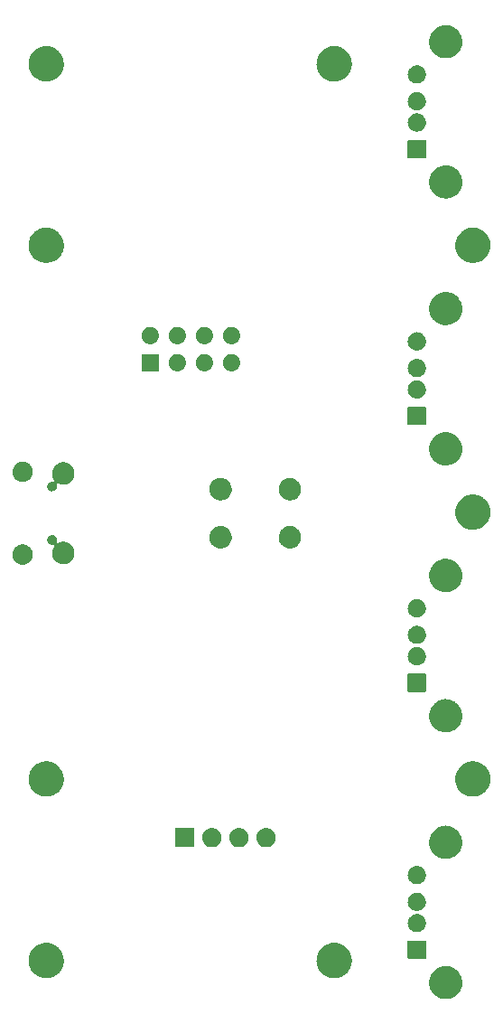
<source format=gbr>
G04 #@! TF.GenerationSoftware,KiCad,Pcbnew,(5.99.0-52-gefbc802f4)*
G04 #@! TF.CreationDate,2019-11-04T16:58:43+01:00*
G04 #@! TF.ProjectId,remote,72656d6f-7465-42e6-9b69-6361645f7063,rev?*
G04 #@! TF.SameCoordinates,Original*
G04 #@! TF.FileFunction,Soldermask,Bot*
G04 #@! TF.FilePolarity,Negative*
%FSLAX46Y46*%
G04 Gerber Fmt 4.6, Leading zero omitted, Abs format (unit mm)*
G04 Created by KiCad (PCBNEW (5.99.0-52-gefbc802f4)) date 2019-11-04 16:58:43*
%MOMM*%
%LPD*%
G04 APERTURE LIST*
%ADD10C,0.100000*%
G04 APERTURE END LIST*
D10*
G36*
X192724870Y-161517503D02*
G01*
X192780587Y-161515557D01*
X192847861Y-161524056D01*
X192910350Y-161527385D01*
X192966239Y-161539010D01*
X193028205Y-161546838D01*
X193086838Y-161564095D01*
X193141387Y-161575441D01*
X193201309Y-161597785D01*
X193267637Y-161617307D01*
X193316700Y-161640814D01*
X193362485Y-161657887D01*
X193424355Y-161692394D01*
X193492722Y-161725150D01*
X193531870Y-161752359D01*
X193568580Y-161772833D01*
X193629992Y-161820555D01*
X193697669Y-161867592D01*
X193727117Y-161896029D01*
X193754905Y-161917623D01*
X193813181Y-161979140D01*
X193877207Y-162040969D01*
X193897690Y-162068349D01*
X193917196Y-162088940D01*
X193969539Y-162164391D01*
X194026715Y-162240821D01*
X194039424Y-162265130D01*
X194051703Y-162282831D01*
X194095241Y-162371900D01*
X194142347Y-162462005D01*
X194148868Y-162481606D01*
X194155330Y-162494827D01*
X194187204Y-162596849D01*
X194221129Y-162698831D01*
X194223351Y-162712547D01*
X194225703Y-162720077D01*
X194243218Y-162835216D01*
X194261033Y-162945207D01*
X194258079Y-163227248D01*
X194251707Y-163261966D01*
X194251166Y-163280197D01*
X194231162Y-163373910D01*
X194213024Y-163472734D01*
X194205639Y-163493474D01*
X194202281Y-163509204D01*
X194164978Y-163607664D01*
X194129300Y-163707859D01*
X194121956Y-163721218D01*
X194118676Y-163729875D01*
X194062486Y-163829393D01*
X194009061Y-163926573D01*
X194003852Y-163933240D01*
X194002659Y-163935353D01*
X193917525Y-164043734D01*
X193855400Y-164123249D01*
X193774204Y-164198438D01*
X193684728Y-164282314D01*
X193680477Y-164285230D01*
X193672271Y-164292829D01*
X193581065Y-164353426D01*
X193490132Y-164415806D01*
X193479346Y-164421009D01*
X193464386Y-164430948D01*
X193369597Y-164473946D01*
X193277593Y-164518324D01*
X193259603Y-164523841D01*
X193237091Y-164534053D01*
X193142529Y-164559745D01*
X193051988Y-164587512D01*
X193026633Y-164591234D01*
X192996237Y-164599492D01*
X192905124Y-164609068D01*
X192818513Y-164621781D01*
X192786058Y-164621583D01*
X192748018Y-164625581D01*
X192663077Y-164620832D01*
X192582537Y-164620340D01*
X192543732Y-164614159D01*
X192498820Y-164611648D01*
X192422188Y-164594799D01*
X192349503Y-164583222D01*
X192305572Y-164569160D01*
X192255056Y-164558053D01*
X192188282Y-164531615D01*
X192124751Y-164511279D01*
X192077318Y-164487681D01*
X192022997Y-164466174D01*
X191967052Y-164432824D01*
X191913481Y-164406173D01*
X191864562Y-164371729D01*
X191808612Y-164338376D01*
X191763850Y-164300816D01*
X191720537Y-164270319D01*
X191672434Y-164224109D01*
X191617418Y-164177945D01*
X191583622Y-164138792D01*
X191550359Y-164106838D01*
X191505609Y-164048413D01*
X191454333Y-163989009D01*
X191430758Y-163950688D01*
X191406869Y-163919499D01*
X191368132Y-163848891D01*
X191323554Y-163776430D01*
X191308980Y-163741071D01*
X191293367Y-163712612D01*
X191263347Y-163630357D01*
X191228444Y-163545676D01*
X191221254Y-163515023D01*
X191212464Y-163490937D01*
X191193818Y-163398049D01*
X191171451Y-163302684D01*
X191169727Y-163278029D01*
X191166023Y-163259577D01*
X191161300Y-163157527D01*
X191154040Y-163053705D01*
X191155668Y-163035820D01*
X191155114Y-163023855D01*
X191166738Y-162914177D01*
X191176661Y-162805146D01*
X191179442Y-162794316D01*
X191179985Y-162789190D01*
X191211189Y-162670668D01*
X191238731Y-162563401D01*
X191279091Y-162471021D01*
X191333971Y-162344502D01*
X191335264Y-162342445D01*
X191338652Y-162334690D01*
X191398740Y-162241452D01*
X191459542Y-162144713D01*
X191465595Y-162137713D01*
X191473855Y-162124896D01*
X191545058Y-162045817D01*
X191613893Y-161966212D01*
X191626124Y-161955785D01*
X191640861Y-161939417D01*
X191719191Y-161876438D01*
X191793465Y-161813114D01*
X191812935Y-161801065D01*
X191835373Y-161783025D01*
X191917267Y-161736503D01*
X191994129Y-161688939D01*
X192021484Y-161677299D01*
X192052387Y-161659744D01*
X192134567Y-161629182D01*
X192211259Y-161596549D01*
X192246685Y-161587486D01*
X192286320Y-161572746D01*
X192365882Y-161556992D01*
X192439877Y-161538062D01*
X192483059Y-161533790D01*
X192531153Y-161524267D01*
X192605594Y-161521668D01*
X192674709Y-161514830D01*
X192724870Y-161517503D01*
X192724870Y-161517503D01*
G37*
G36*
X155323730Y-159349000D02*
G01*
X155379937Y-159349000D01*
X155450874Y-159360235D01*
X155517558Y-159366128D01*
X155574072Y-159379748D01*
X155636610Y-159389653D01*
X155698179Y-159409658D01*
X155756121Y-159423622D01*
X155816809Y-159448203D01*
X155883764Y-159469958D01*
X155935106Y-159496118D01*
X155983565Y-159515746D01*
X156046309Y-159552779D01*
X156115312Y-159587938D01*
X156156161Y-159617616D01*
X156194891Y-159640476D01*
X156257232Y-159691049D01*
X156325554Y-159740688D01*
X156356207Y-159771341D01*
X156385465Y-159795076D01*
X156444718Y-159859852D01*
X156509312Y-159924446D01*
X156530574Y-159953711D01*
X156551091Y-159976140D01*
X156604400Y-160055323D01*
X156662062Y-160134688D01*
X156675230Y-160160531D01*
X156688137Y-160179703D01*
X156732562Y-160273052D01*
X156780042Y-160366236D01*
X156786784Y-160386987D01*
X156793587Y-160401281D01*
X156826245Y-160508436D01*
X156860347Y-160613390D01*
X156862634Y-160627830D01*
X156865129Y-160636016D01*
X156883244Y-160757955D01*
X156901000Y-160870063D01*
X156901000Y-161129937D01*
X156892684Y-161182440D01*
X156891885Y-161211983D01*
X156874640Y-161296367D01*
X156860347Y-161386610D01*
X156849164Y-161421027D01*
X156843080Y-161450799D01*
X156810365Y-161540439D01*
X156780042Y-161633764D01*
X156766872Y-161659612D01*
X156758950Y-161681318D01*
X156709540Y-161772131D01*
X156662062Y-161865312D01*
X156649241Y-161882959D01*
X156641672Y-161896870D01*
X156574158Y-161986301D01*
X156509312Y-162075554D01*
X156498976Y-162085890D01*
X156493819Y-162092721D01*
X156405782Y-162179084D01*
X156325554Y-162259312D01*
X156319558Y-162263668D01*
X156318640Y-162264569D01*
X156143110Y-162391866D01*
X156115312Y-162412062D01*
X156014629Y-162463363D01*
X155902223Y-162521753D01*
X155895505Y-162524060D01*
X155883764Y-162530042D01*
X155777902Y-162564439D01*
X155670133Y-162601441D01*
X155655994Y-162604049D01*
X155636610Y-162610347D01*
X155532080Y-162626903D01*
X155428808Y-162645950D01*
X155407170Y-162646687D01*
X155379937Y-162651000D01*
X155280480Y-162651000D01*
X155183553Y-162654300D01*
X155154812Y-162651000D01*
X155120063Y-162651000D01*
X155028482Y-162636495D01*
X154939768Y-162626309D01*
X154904791Y-162616904D01*
X154863390Y-162610347D01*
X154781749Y-162583820D01*
X154702788Y-162562589D01*
X154662903Y-162545205D01*
X154616236Y-162530042D01*
X154545965Y-162494237D01*
X154477832Y-162464541D01*
X154434765Y-162437578D01*
X154384688Y-162412062D01*
X154326590Y-162369851D01*
X154269843Y-162334323D01*
X154225667Y-162296526D01*
X154174446Y-162259312D01*
X154128671Y-162213537D01*
X154083382Y-162174788D01*
X154040465Y-162125331D01*
X153990688Y-162075554D01*
X153956823Y-162028943D01*
X153922556Y-161989454D01*
X153883461Y-161927969D01*
X153837938Y-161865312D01*
X153815015Y-161820323D01*
X153790884Y-161782372D01*
X153758299Y-161709012D01*
X153719958Y-161633764D01*
X153706561Y-161592533D01*
X153691269Y-161558105D01*
X153667885Y-161473501D01*
X153639653Y-161386610D01*
X153633993Y-161350874D01*
X153625897Y-161321582D01*
X153614348Y-161226843D01*
X153599000Y-161129937D01*
X153599000Y-161100932D01*
X153596203Y-161077987D01*
X153599000Y-160974628D01*
X153599000Y-160870063D01*
X153602413Y-160848516D01*
X153602841Y-160832689D01*
X153622390Y-160722382D01*
X153639653Y-160613390D01*
X153644171Y-160599485D01*
X153645664Y-160591061D01*
X153684876Y-160474207D01*
X153719958Y-160366236D01*
X153723325Y-160359628D01*
X153723732Y-160358415D01*
X153821710Y-160166538D01*
X153837938Y-160134688D01*
X153904366Y-160043258D01*
X153978002Y-159940214D01*
X153982942Y-159935107D01*
X153990688Y-159924446D01*
X154069390Y-159845744D01*
X154148621Y-159763841D01*
X154160037Y-159755097D01*
X154174446Y-159740688D01*
X154260048Y-159678494D01*
X154343440Y-159614621D01*
X154362390Y-159604139D01*
X154384688Y-159587938D01*
X154473279Y-159542798D01*
X154558164Y-159495843D01*
X154585275Y-159485734D01*
X154616236Y-159469958D01*
X154704418Y-159441306D01*
X154788091Y-159410105D01*
X154823527Y-159402605D01*
X154863390Y-159389653D01*
X154948177Y-159376224D01*
X155028171Y-159359294D01*
X155071600Y-159356676D01*
X155120063Y-159349000D01*
X155198917Y-159349000D01*
X155273111Y-159344527D01*
X155323730Y-159349000D01*
X155323730Y-159349000D01*
G37*
G36*
X182323730Y-159349000D02*
G01*
X182379937Y-159349000D01*
X182450874Y-159360235D01*
X182517558Y-159366128D01*
X182574072Y-159379748D01*
X182636610Y-159389653D01*
X182698179Y-159409658D01*
X182756121Y-159423622D01*
X182816809Y-159448203D01*
X182883764Y-159469958D01*
X182935106Y-159496118D01*
X182983565Y-159515746D01*
X183046309Y-159552779D01*
X183115312Y-159587938D01*
X183156161Y-159617616D01*
X183194891Y-159640476D01*
X183257232Y-159691049D01*
X183325554Y-159740688D01*
X183356207Y-159771341D01*
X183385465Y-159795076D01*
X183444718Y-159859852D01*
X183509312Y-159924446D01*
X183530574Y-159953711D01*
X183551091Y-159976140D01*
X183604400Y-160055323D01*
X183662062Y-160134688D01*
X183675230Y-160160531D01*
X183688137Y-160179703D01*
X183732562Y-160273052D01*
X183780042Y-160366236D01*
X183786784Y-160386987D01*
X183793587Y-160401281D01*
X183826245Y-160508436D01*
X183860347Y-160613390D01*
X183862634Y-160627830D01*
X183865129Y-160636016D01*
X183883244Y-160757955D01*
X183901000Y-160870063D01*
X183901000Y-161129937D01*
X183892684Y-161182440D01*
X183891885Y-161211983D01*
X183874640Y-161296367D01*
X183860347Y-161386610D01*
X183849164Y-161421027D01*
X183843080Y-161450799D01*
X183810365Y-161540439D01*
X183780042Y-161633764D01*
X183766872Y-161659612D01*
X183758950Y-161681318D01*
X183709540Y-161772131D01*
X183662062Y-161865312D01*
X183649241Y-161882959D01*
X183641672Y-161896870D01*
X183574158Y-161986301D01*
X183509312Y-162075554D01*
X183498976Y-162085890D01*
X183493819Y-162092721D01*
X183405782Y-162179084D01*
X183325554Y-162259312D01*
X183319558Y-162263668D01*
X183318640Y-162264569D01*
X183143110Y-162391866D01*
X183115312Y-162412062D01*
X183014629Y-162463363D01*
X182902223Y-162521753D01*
X182895505Y-162524060D01*
X182883764Y-162530042D01*
X182777902Y-162564439D01*
X182670133Y-162601441D01*
X182655994Y-162604049D01*
X182636610Y-162610347D01*
X182532080Y-162626903D01*
X182428808Y-162645950D01*
X182407170Y-162646687D01*
X182379937Y-162651000D01*
X182280480Y-162651000D01*
X182183553Y-162654300D01*
X182154812Y-162651000D01*
X182120063Y-162651000D01*
X182028482Y-162636495D01*
X181939768Y-162626309D01*
X181904791Y-162616904D01*
X181863390Y-162610347D01*
X181781749Y-162583820D01*
X181702788Y-162562589D01*
X181662903Y-162545205D01*
X181616236Y-162530042D01*
X181545965Y-162494237D01*
X181477832Y-162464541D01*
X181434765Y-162437578D01*
X181384688Y-162412062D01*
X181326590Y-162369851D01*
X181269843Y-162334323D01*
X181225667Y-162296526D01*
X181174446Y-162259312D01*
X181128671Y-162213537D01*
X181083382Y-162174788D01*
X181040465Y-162125331D01*
X180990688Y-162075554D01*
X180956823Y-162028943D01*
X180922556Y-161989454D01*
X180883461Y-161927969D01*
X180837938Y-161865312D01*
X180815015Y-161820323D01*
X180790884Y-161782372D01*
X180758299Y-161709012D01*
X180719958Y-161633764D01*
X180706561Y-161592533D01*
X180691269Y-161558105D01*
X180667885Y-161473501D01*
X180639653Y-161386610D01*
X180633993Y-161350874D01*
X180625897Y-161321582D01*
X180614348Y-161226843D01*
X180599000Y-161129937D01*
X180599000Y-161100932D01*
X180596203Y-161077987D01*
X180599000Y-160974628D01*
X180599000Y-160870063D01*
X180602413Y-160848516D01*
X180602841Y-160832689D01*
X180622390Y-160722382D01*
X180639653Y-160613390D01*
X180644171Y-160599485D01*
X180645664Y-160591061D01*
X180684876Y-160474207D01*
X180719958Y-160366236D01*
X180723325Y-160359628D01*
X180723732Y-160358415D01*
X180821710Y-160166538D01*
X180837938Y-160134688D01*
X180904366Y-160043258D01*
X180978002Y-159940214D01*
X180982942Y-159935107D01*
X180990688Y-159924446D01*
X181069390Y-159845744D01*
X181148621Y-159763841D01*
X181160037Y-159755097D01*
X181174446Y-159740688D01*
X181260048Y-159678494D01*
X181343440Y-159614621D01*
X181362390Y-159604139D01*
X181384688Y-159587938D01*
X181473279Y-159542798D01*
X181558164Y-159495843D01*
X181585275Y-159485734D01*
X181616236Y-159469958D01*
X181704418Y-159441306D01*
X181788091Y-159410105D01*
X181823527Y-159402605D01*
X181863390Y-159389653D01*
X181948177Y-159376224D01*
X182028171Y-159359294D01*
X182071600Y-159356676D01*
X182120063Y-159349000D01*
X182198917Y-159349000D01*
X182273111Y-159344527D01*
X182323730Y-159349000D01*
X182323730Y-159349000D01*
G37*
G36*
X190819899Y-159151959D02*
G01*
X190836769Y-159163231D01*
X190848041Y-159180101D01*
X190854448Y-159212312D01*
X190854448Y-160787688D01*
X190851999Y-160800000D01*
X190848041Y-160819899D01*
X190836769Y-160836769D01*
X190819899Y-160848041D01*
X190800000Y-160851999D01*
X190787688Y-160854448D01*
X189212312Y-160854448D01*
X189180101Y-160848041D01*
X189163231Y-160836769D01*
X189151959Y-160819899D01*
X189145552Y-160787688D01*
X189145552Y-159212312D01*
X189151959Y-159180101D01*
X189163231Y-159163231D01*
X189180101Y-159151959D01*
X189212312Y-159145552D01*
X190787688Y-159145552D01*
X190819899Y-159151959D01*
X190819899Y-159151959D01*
G37*
G36*
X190002976Y-156647826D02*
G01*
X190044766Y-156645782D01*
X190089056Y-156652639D01*
X190139810Y-156655476D01*
X190180163Y-156666743D01*
X190215621Y-156672232D01*
X190263204Y-156689928D01*
X190317898Y-156705199D01*
X190349622Y-156722067D01*
X190377659Y-156732494D01*
X190425757Y-156762549D01*
X190481153Y-156792004D01*
X190503968Y-156811421D01*
X190524271Y-156824108D01*
X190569641Y-156867313D01*
X190621961Y-156911841D01*
X190636463Y-156930947D01*
X190649472Y-156943335D01*
X190688616Y-156999655D01*
X190733751Y-157059118D01*
X190741302Y-157075459D01*
X190748142Y-157085301D01*
X190777508Y-157153817D01*
X190811307Y-157226965D01*
X190813885Y-157238692D01*
X190816247Y-157244202D01*
X190832429Y-157323036D01*
X190851011Y-157407551D01*
X190850345Y-157598388D01*
X190831181Y-157682738D01*
X190814443Y-157761485D01*
X190812041Y-157766982D01*
X190809381Y-157778692D01*
X190775069Y-157851609D01*
X190745227Y-157919915D01*
X190738318Y-157929709D01*
X190730655Y-157945994D01*
X190685114Y-158005130D01*
X190645570Y-158061187D01*
X190632472Y-158073487D01*
X190617840Y-158092487D01*
X190565227Y-158136635D01*
X190519544Y-158179534D01*
X190499147Y-158192082D01*
X190476199Y-158211338D01*
X190420600Y-158240405D01*
X190372293Y-158270123D01*
X190344184Y-158280354D01*
X190312341Y-158297001D01*
X190257534Y-158311892D01*
X190209831Y-158329254D01*
X190174340Y-158334495D01*
X190133911Y-158345479D01*
X190083139Y-158347962D01*
X190038803Y-158354509D01*
X189997027Y-158352174D01*
X189949233Y-158354511D01*
X189904992Y-158347028D01*
X189866189Y-158344859D01*
X189819980Y-158332650D01*
X189766923Y-158323676D01*
X189730839Y-158309097D01*
X189699035Y-158300694D01*
X189650897Y-158276799D01*
X189595488Y-158254412D01*
X189568311Y-158235804D01*
X189544182Y-158223826D01*
X189497128Y-158187063D01*
X189442926Y-158149950D01*
X189424469Y-158130295D01*
X189407950Y-158117389D01*
X189365400Y-158067393D01*
X189316354Y-158015164D01*
X189305608Y-157997138D01*
X189295896Y-157985726D01*
X189261401Y-157922981D01*
X189221678Y-157856344D01*
X189216943Y-157842111D01*
X189212610Y-157834229D01*
X189189692Y-157760192D01*
X189163314Y-157680898D01*
X189162372Y-157671934D01*
X189161486Y-157669072D01*
X189153347Y-157586068D01*
X189143987Y-157497012D01*
X189153967Y-157408044D01*
X189162687Y-157325078D01*
X189163593Y-157322220D01*
X189164598Y-157313265D01*
X189191530Y-157234153D01*
X189214963Y-157160281D01*
X189219350Y-157152432D01*
X189224184Y-157138231D01*
X189264382Y-157071857D01*
X189299304Y-157009371D01*
X189309092Y-156998031D01*
X189319967Y-156980075D01*
X189369385Y-156928181D01*
X189412273Y-156878495D01*
X189428879Y-156865707D01*
X189447477Y-156846177D01*
X189501952Y-156809433D01*
X189549250Y-156773009D01*
X189573458Y-156761202D01*
X189600765Y-156742783D01*
X189656319Y-156720787D01*
X189704633Y-156697223D01*
X189736503Y-156689040D01*
X189772679Y-156674717D01*
X189825795Y-156666114D01*
X189872088Y-156654228D01*
X189910903Y-156652330D01*
X189955199Y-156645155D01*
X190002976Y-156647826D01*
X190002976Y-156647826D01*
G37*
G36*
X190002976Y-154647826D02*
G01*
X190044766Y-154645782D01*
X190089056Y-154652639D01*
X190139810Y-154655476D01*
X190180163Y-154666743D01*
X190215621Y-154672232D01*
X190263204Y-154689928D01*
X190317898Y-154705199D01*
X190349622Y-154722067D01*
X190377659Y-154732494D01*
X190425757Y-154762549D01*
X190481153Y-154792004D01*
X190503968Y-154811421D01*
X190524271Y-154824108D01*
X190569641Y-154867313D01*
X190621961Y-154911841D01*
X190636463Y-154930947D01*
X190649472Y-154943335D01*
X190688616Y-154999655D01*
X190733751Y-155059118D01*
X190741302Y-155075459D01*
X190748142Y-155085301D01*
X190777508Y-155153817D01*
X190811307Y-155226965D01*
X190813885Y-155238692D01*
X190816247Y-155244202D01*
X190832429Y-155323036D01*
X190851011Y-155407551D01*
X190850345Y-155598388D01*
X190831181Y-155682738D01*
X190814443Y-155761485D01*
X190812041Y-155766982D01*
X190809381Y-155778692D01*
X190775069Y-155851609D01*
X190745227Y-155919915D01*
X190738318Y-155929709D01*
X190730655Y-155945994D01*
X190685114Y-156005130D01*
X190645570Y-156061187D01*
X190632472Y-156073487D01*
X190617840Y-156092487D01*
X190565227Y-156136635D01*
X190519544Y-156179534D01*
X190499147Y-156192082D01*
X190476199Y-156211338D01*
X190420600Y-156240405D01*
X190372293Y-156270123D01*
X190344184Y-156280354D01*
X190312341Y-156297001D01*
X190257534Y-156311892D01*
X190209831Y-156329254D01*
X190174340Y-156334495D01*
X190133911Y-156345479D01*
X190083139Y-156347962D01*
X190038803Y-156354509D01*
X189997027Y-156352174D01*
X189949233Y-156354511D01*
X189904992Y-156347028D01*
X189866189Y-156344859D01*
X189819980Y-156332650D01*
X189766923Y-156323676D01*
X189730839Y-156309097D01*
X189699035Y-156300694D01*
X189650897Y-156276799D01*
X189595488Y-156254412D01*
X189568311Y-156235804D01*
X189544182Y-156223826D01*
X189497128Y-156187063D01*
X189442926Y-156149950D01*
X189424469Y-156130295D01*
X189407950Y-156117389D01*
X189365400Y-156067393D01*
X189316354Y-156015164D01*
X189305608Y-155997138D01*
X189295896Y-155985726D01*
X189261401Y-155922981D01*
X189221678Y-155856344D01*
X189216943Y-155842111D01*
X189212610Y-155834229D01*
X189189692Y-155760192D01*
X189163314Y-155680898D01*
X189162372Y-155671934D01*
X189161486Y-155669072D01*
X189153347Y-155586068D01*
X189143987Y-155497012D01*
X189153967Y-155408044D01*
X189162687Y-155325078D01*
X189163593Y-155322220D01*
X189164598Y-155313265D01*
X189191530Y-155234153D01*
X189214963Y-155160281D01*
X189219350Y-155152432D01*
X189224184Y-155138231D01*
X189264382Y-155071857D01*
X189299304Y-155009371D01*
X189309092Y-154998031D01*
X189319967Y-154980075D01*
X189369385Y-154928181D01*
X189412273Y-154878495D01*
X189428879Y-154865707D01*
X189447477Y-154846177D01*
X189501952Y-154809433D01*
X189549250Y-154773009D01*
X189573458Y-154761202D01*
X189600765Y-154742783D01*
X189656319Y-154720787D01*
X189704633Y-154697223D01*
X189736503Y-154689040D01*
X189772679Y-154674717D01*
X189825795Y-154666114D01*
X189872088Y-154654228D01*
X189910903Y-154652330D01*
X189955199Y-154645155D01*
X190002976Y-154647826D01*
X190002976Y-154647826D01*
G37*
G36*
X190002976Y-152147826D02*
G01*
X190044766Y-152145782D01*
X190089056Y-152152639D01*
X190139810Y-152155476D01*
X190180163Y-152166743D01*
X190215621Y-152172232D01*
X190263204Y-152189928D01*
X190317898Y-152205199D01*
X190349622Y-152222067D01*
X190377659Y-152232494D01*
X190425757Y-152262549D01*
X190481153Y-152292004D01*
X190503968Y-152311421D01*
X190524271Y-152324108D01*
X190569641Y-152367313D01*
X190621961Y-152411841D01*
X190636463Y-152430947D01*
X190649472Y-152443335D01*
X190688616Y-152499655D01*
X190733751Y-152559118D01*
X190741302Y-152575459D01*
X190748142Y-152585301D01*
X190777508Y-152653817D01*
X190811307Y-152726965D01*
X190813885Y-152738692D01*
X190816247Y-152744202D01*
X190832429Y-152823036D01*
X190851011Y-152907551D01*
X190850345Y-153098388D01*
X190831181Y-153182738D01*
X190814443Y-153261485D01*
X190812041Y-153266982D01*
X190809381Y-153278692D01*
X190775069Y-153351609D01*
X190745227Y-153419915D01*
X190738318Y-153429709D01*
X190730655Y-153445994D01*
X190685114Y-153505130D01*
X190645570Y-153561187D01*
X190632472Y-153573487D01*
X190617840Y-153592487D01*
X190565227Y-153636635D01*
X190519544Y-153679534D01*
X190499147Y-153692082D01*
X190476199Y-153711338D01*
X190420600Y-153740405D01*
X190372293Y-153770123D01*
X190344184Y-153780354D01*
X190312341Y-153797001D01*
X190257534Y-153811892D01*
X190209831Y-153829254D01*
X190174340Y-153834495D01*
X190133911Y-153845479D01*
X190083139Y-153847962D01*
X190038803Y-153854509D01*
X189997027Y-153852174D01*
X189949233Y-153854511D01*
X189904992Y-153847028D01*
X189866189Y-153844859D01*
X189819980Y-153832650D01*
X189766923Y-153823676D01*
X189730839Y-153809097D01*
X189699035Y-153800694D01*
X189650897Y-153776799D01*
X189595488Y-153754412D01*
X189568311Y-153735804D01*
X189544182Y-153723826D01*
X189497128Y-153687063D01*
X189442926Y-153649950D01*
X189424469Y-153630295D01*
X189407950Y-153617389D01*
X189365400Y-153567393D01*
X189316354Y-153515164D01*
X189305608Y-153497138D01*
X189295896Y-153485726D01*
X189261401Y-153422981D01*
X189221678Y-153356344D01*
X189216943Y-153342111D01*
X189212610Y-153334229D01*
X189189692Y-153260192D01*
X189163314Y-153180898D01*
X189162372Y-153171934D01*
X189161486Y-153169072D01*
X189153347Y-153086068D01*
X189143987Y-152997012D01*
X189153967Y-152908044D01*
X189162687Y-152825078D01*
X189163593Y-152822220D01*
X189164598Y-152813265D01*
X189191530Y-152734153D01*
X189214963Y-152660281D01*
X189219350Y-152652432D01*
X189224184Y-152638231D01*
X189264382Y-152571857D01*
X189299304Y-152509371D01*
X189309092Y-152498031D01*
X189319967Y-152480075D01*
X189369385Y-152428181D01*
X189412273Y-152378495D01*
X189428879Y-152365707D01*
X189447477Y-152346177D01*
X189501952Y-152309433D01*
X189549250Y-152273009D01*
X189573458Y-152261202D01*
X189600765Y-152242783D01*
X189656319Y-152220787D01*
X189704633Y-152197223D01*
X189736503Y-152189040D01*
X189772679Y-152174717D01*
X189825795Y-152166114D01*
X189872088Y-152154228D01*
X189910903Y-152152330D01*
X189955199Y-152145155D01*
X190002976Y-152147826D01*
X190002976Y-152147826D01*
G37*
G36*
X192724870Y-148377503D02*
G01*
X192780587Y-148375557D01*
X192847861Y-148384056D01*
X192910350Y-148387385D01*
X192966239Y-148399010D01*
X193028205Y-148406838D01*
X193086838Y-148424095D01*
X193141387Y-148435441D01*
X193201309Y-148457785D01*
X193267637Y-148477307D01*
X193316700Y-148500814D01*
X193362485Y-148517887D01*
X193424355Y-148552394D01*
X193492722Y-148585150D01*
X193531870Y-148612359D01*
X193568580Y-148632833D01*
X193629992Y-148680555D01*
X193697669Y-148727592D01*
X193727117Y-148756029D01*
X193754905Y-148777623D01*
X193813181Y-148839140D01*
X193877207Y-148900969D01*
X193897690Y-148928349D01*
X193917196Y-148948940D01*
X193969539Y-149024391D01*
X194026715Y-149100821D01*
X194039424Y-149125130D01*
X194051703Y-149142831D01*
X194095241Y-149231900D01*
X194142347Y-149322005D01*
X194148868Y-149341606D01*
X194155330Y-149354827D01*
X194187204Y-149456849D01*
X194221129Y-149558831D01*
X194223351Y-149572547D01*
X194225703Y-149580077D01*
X194243218Y-149695216D01*
X194261033Y-149805207D01*
X194258079Y-150087248D01*
X194251707Y-150121966D01*
X194251166Y-150140197D01*
X194231162Y-150233910D01*
X194213024Y-150332734D01*
X194205639Y-150353474D01*
X194202281Y-150369204D01*
X194164978Y-150467664D01*
X194129300Y-150567859D01*
X194121956Y-150581218D01*
X194118676Y-150589875D01*
X194062486Y-150689393D01*
X194009061Y-150786573D01*
X194003852Y-150793240D01*
X194002659Y-150795353D01*
X193917525Y-150903734D01*
X193855400Y-150983249D01*
X193774204Y-151058438D01*
X193684728Y-151142314D01*
X193680477Y-151145230D01*
X193672271Y-151152829D01*
X193581065Y-151213426D01*
X193490132Y-151275806D01*
X193479346Y-151281009D01*
X193464386Y-151290948D01*
X193369597Y-151333946D01*
X193277593Y-151378324D01*
X193259603Y-151383841D01*
X193237091Y-151394053D01*
X193142529Y-151419745D01*
X193051988Y-151447512D01*
X193026633Y-151451234D01*
X192996237Y-151459492D01*
X192905124Y-151469068D01*
X192818513Y-151481781D01*
X192786058Y-151481583D01*
X192748018Y-151485581D01*
X192663077Y-151480832D01*
X192582537Y-151480340D01*
X192543732Y-151474159D01*
X192498820Y-151471648D01*
X192422188Y-151454799D01*
X192349503Y-151443222D01*
X192305572Y-151429160D01*
X192255056Y-151418053D01*
X192188282Y-151391615D01*
X192124751Y-151371279D01*
X192077318Y-151347681D01*
X192022997Y-151326174D01*
X191967052Y-151292824D01*
X191913481Y-151266173D01*
X191864562Y-151231729D01*
X191808612Y-151198376D01*
X191763850Y-151160816D01*
X191720537Y-151130319D01*
X191672434Y-151084109D01*
X191617418Y-151037945D01*
X191583622Y-150998792D01*
X191550359Y-150966838D01*
X191505609Y-150908413D01*
X191454333Y-150849009D01*
X191430758Y-150810688D01*
X191406869Y-150779499D01*
X191368132Y-150708891D01*
X191323554Y-150636430D01*
X191308980Y-150601071D01*
X191293367Y-150572612D01*
X191263347Y-150490357D01*
X191228444Y-150405676D01*
X191221254Y-150375023D01*
X191212464Y-150350937D01*
X191193818Y-150258049D01*
X191171451Y-150162684D01*
X191169727Y-150138029D01*
X191166023Y-150119577D01*
X191161300Y-150017527D01*
X191154040Y-149913705D01*
X191155668Y-149895820D01*
X191155114Y-149883855D01*
X191166738Y-149774177D01*
X191176661Y-149665146D01*
X191179442Y-149654316D01*
X191179985Y-149649190D01*
X191211189Y-149530668D01*
X191238731Y-149423401D01*
X191279091Y-149331021D01*
X191333971Y-149204502D01*
X191335264Y-149202445D01*
X191338652Y-149194690D01*
X191398740Y-149101452D01*
X191459542Y-149004713D01*
X191465595Y-148997713D01*
X191473855Y-148984896D01*
X191545058Y-148905817D01*
X191613893Y-148826212D01*
X191626124Y-148815785D01*
X191640861Y-148799417D01*
X191719191Y-148736438D01*
X191793465Y-148673114D01*
X191812935Y-148661065D01*
X191835373Y-148643025D01*
X191917267Y-148596503D01*
X191994129Y-148548939D01*
X192021484Y-148537299D01*
X192052387Y-148519744D01*
X192134567Y-148489182D01*
X192211259Y-148456549D01*
X192246685Y-148447486D01*
X192286320Y-148432746D01*
X192365882Y-148416992D01*
X192439877Y-148398062D01*
X192483059Y-148393790D01*
X192531153Y-148384267D01*
X192605594Y-148381668D01*
X192674709Y-148374830D01*
X192724870Y-148377503D01*
X192724870Y-148377503D01*
G37*
G36*
X169119899Y-148601959D02*
G01*
X169136769Y-148613231D01*
X169148041Y-148630101D01*
X169154448Y-148662312D01*
X169154448Y-150337688D01*
X169151999Y-150350000D01*
X169148041Y-150369899D01*
X169136769Y-150386769D01*
X169119899Y-150398041D01*
X169100000Y-150401999D01*
X169087688Y-150404448D01*
X167412312Y-150404448D01*
X167380101Y-150398041D01*
X167363231Y-150386769D01*
X167351959Y-150369899D01*
X167345552Y-150337688D01*
X167345552Y-148662312D01*
X167351959Y-148630101D01*
X167363231Y-148613231D01*
X167380101Y-148601959D01*
X167412312Y-148595552D01*
X169087688Y-148595552D01*
X169119899Y-148601959D01*
X169119899Y-148601959D01*
G37*
G36*
X170978360Y-148613835D02*
G01*
X171059397Y-148640166D01*
X171146663Y-148667848D01*
X171149655Y-148669493D01*
X171158488Y-148672363D01*
X171230466Y-148713919D01*
X171301499Y-148752970D01*
X171308986Y-148759253D01*
X171322511Y-148767061D01*
X171380259Y-148819057D01*
X171436857Y-148866549D01*
X171446962Y-148879118D01*
X171463261Y-148893793D01*
X171505454Y-148951867D01*
X171547579Y-149004260D01*
X171557994Y-149024182D01*
X171574586Y-149047019D01*
X171601297Y-149107012D01*
X171629439Y-149160843D01*
X171637582Y-149188510D01*
X171651621Y-149220042D01*
X171663992Y-149278241D01*
X171679328Y-149330349D01*
X171682518Y-149365401D01*
X171690999Y-149405301D01*
X171690999Y-149458592D01*
X171695343Y-149506324D01*
X171690999Y-149547653D01*
X171690999Y-149594699D01*
X171681217Y-149640721D01*
X171676873Y-149682047D01*
X171662702Y-149727827D01*
X171651621Y-149779958D01*
X171635028Y-149817226D01*
X171624622Y-149850843D01*
X171598789Y-149898620D01*
X171574586Y-149952981D01*
X171554298Y-149980905D01*
X171540580Y-150006276D01*
X171501859Y-150053082D01*
X171463261Y-150106207D01*
X171442284Y-150125095D01*
X171427952Y-150142419D01*
X171375845Y-150184917D01*
X171322511Y-150232939D01*
X171303524Y-150243901D01*
X171291025Y-150254095D01*
X171225780Y-150288786D01*
X171158488Y-150327637D01*
X171143636Y-150332463D01*
X171135003Y-150337053D01*
X171057430Y-150360473D01*
X170978360Y-150386165D01*
X170969114Y-150387137D01*
X170965851Y-150388122D01*
X170874710Y-150397059D01*
X170837211Y-150401000D01*
X170742789Y-150401000D01*
X170601640Y-150386165D01*
X170520603Y-150359834D01*
X170433337Y-150332152D01*
X170430345Y-150330507D01*
X170421512Y-150327637D01*
X170349534Y-150286081D01*
X170278501Y-150247030D01*
X170271014Y-150240747D01*
X170257489Y-150232939D01*
X170199741Y-150180943D01*
X170143143Y-150133451D01*
X170133038Y-150120882D01*
X170116739Y-150106207D01*
X170074546Y-150048133D01*
X170032421Y-149995740D01*
X170022006Y-149975818D01*
X170005414Y-149952981D01*
X169978703Y-149892988D01*
X169950561Y-149839157D01*
X169942418Y-149811490D01*
X169928379Y-149779958D01*
X169916008Y-149721759D01*
X169900672Y-149669651D01*
X169897482Y-149634599D01*
X169889001Y-149594699D01*
X169889001Y-149541408D01*
X169884657Y-149493676D01*
X169889001Y-149452347D01*
X169889001Y-149405301D01*
X169898783Y-149359279D01*
X169903127Y-149317953D01*
X169917298Y-149272173D01*
X169928379Y-149220042D01*
X169944972Y-149182774D01*
X169955378Y-149149157D01*
X169981211Y-149101380D01*
X170005414Y-149047019D01*
X170025702Y-149019095D01*
X170039420Y-148993724D01*
X170078141Y-148946918D01*
X170116739Y-148893793D01*
X170137716Y-148874905D01*
X170152048Y-148857581D01*
X170204155Y-148815083D01*
X170257489Y-148767061D01*
X170276476Y-148756099D01*
X170288975Y-148745905D01*
X170354220Y-148711214D01*
X170421512Y-148672363D01*
X170436364Y-148667537D01*
X170444997Y-148662947D01*
X170522570Y-148639527D01*
X170601640Y-148613835D01*
X170610886Y-148612863D01*
X170614149Y-148611878D01*
X170705290Y-148602941D01*
X170742789Y-148599000D01*
X170837211Y-148599000D01*
X170978360Y-148613835D01*
X170978360Y-148613835D01*
G37*
G36*
X176058360Y-148613835D02*
G01*
X176139397Y-148640166D01*
X176226663Y-148667848D01*
X176229655Y-148669493D01*
X176238488Y-148672363D01*
X176310466Y-148713919D01*
X176381499Y-148752970D01*
X176388986Y-148759253D01*
X176402511Y-148767061D01*
X176460259Y-148819057D01*
X176516857Y-148866549D01*
X176526962Y-148879118D01*
X176543261Y-148893793D01*
X176585454Y-148951867D01*
X176627579Y-149004260D01*
X176637994Y-149024182D01*
X176654586Y-149047019D01*
X176681297Y-149107012D01*
X176709439Y-149160843D01*
X176717582Y-149188510D01*
X176731621Y-149220042D01*
X176743992Y-149278241D01*
X176759328Y-149330349D01*
X176762518Y-149365401D01*
X176770999Y-149405301D01*
X176770999Y-149458592D01*
X176775343Y-149506324D01*
X176770999Y-149547653D01*
X176770999Y-149594699D01*
X176761217Y-149640721D01*
X176756873Y-149682047D01*
X176742702Y-149727827D01*
X176731621Y-149779958D01*
X176715028Y-149817226D01*
X176704622Y-149850843D01*
X176678789Y-149898620D01*
X176654586Y-149952981D01*
X176634298Y-149980905D01*
X176620580Y-150006276D01*
X176581859Y-150053082D01*
X176543261Y-150106207D01*
X176522284Y-150125095D01*
X176507952Y-150142419D01*
X176455845Y-150184917D01*
X176402511Y-150232939D01*
X176383524Y-150243901D01*
X176371025Y-150254095D01*
X176305780Y-150288786D01*
X176238488Y-150327637D01*
X176223636Y-150332463D01*
X176215003Y-150337053D01*
X176137430Y-150360473D01*
X176058360Y-150386165D01*
X176049114Y-150387137D01*
X176045851Y-150388122D01*
X175954710Y-150397059D01*
X175917211Y-150401000D01*
X175822789Y-150401000D01*
X175681640Y-150386165D01*
X175600603Y-150359834D01*
X175513337Y-150332152D01*
X175510345Y-150330507D01*
X175501512Y-150327637D01*
X175429534Y-150286081D01*
X175358501Y-150247030D01*
X175351014Y-150240747D01*
X175337489Y-150232939D01*
X175279741Y-150180943D01*
X175223143Y-150133451D01*
X175213038Y-150120882D01*
X175196739Y-150106207D01*
X175154546Y-150048133D01*
X175112421Y-149995740D01*
X175102006Y-149975818D01*
X175085414Y-149952981D01*
X175058703Y-149892988D01*
X175030561Y-149839157D01*
X175022418Y-149811490D01*
X175008379Y-149779958D01*
X174996008Y-149721759D01*
X174980672Y-149669651D01*
X174977482Y-149634599D01*
X174969001Y-149594699D01*
X174969001Y-149541408D01*
X174964657Y-149493676D01*
X174969001Y-149452347D01*
X174969001Y-149405301D01*
X174978783Y-149359279D01*
X174983127Y-149317953D01*
X174997298Y-149272173D01*
X175008379Y-149220042D01*
X175024972Y-149182774D01*
X175035378Y-149149157D01*
X175061211Y-149101380D01*
X175085414Y-149047019D01*
X175105702Y-149019095D01*
X175119420Y-148993724D01*
X175158141Y-148946918D01*
X175196739Y-148893793D01*
X175217716Y-148874905D01*
X175232048Y-148857581D01*
X175284155Y-148815083D01*
X175337489Y-148767061D01*
X175356476Y-148756099D01*
X175368975Y-148745905D01*
X175434220Y-148711214D01*
X175501512Y-148672363D01*
X175516364Y-148667537D01*
X175524997Y-148662947D01*
X175602570Y-148639527D01*
X175681640Y-148613835D01*
X175690886Y-148612863D01*
X175694149Y-148611878D01*
X175785290Y-148602941D01*
X175822789Y-148599000D01*
X175917211Y-148599000D01*
X176058360Y-148613835D01*
X176058360Y-148613835D01*
G37*
G36*
X173518360Y-148613835D02*
G01*
X173599397Y-148640166D01*
X173686663Y-148667848D01*
X173689655Y-148669493D01*
X173698488Y-148672363D01*
X173770466Y-148713919D01*
X173841499Y-148752970D01*
X173848986Y-148759253D01*
X173862511Y-148767061D01*
X173920259Y-148819057D01*
X173976857Y-148866549D01*
X173986962Y-148879118D01*
X174003261Y-148893793D01*
X174045454Y-148951867D01*
X174087579Y-149004260D01*
X174097994Y-149024182D01*
X174114586Y-149047019D01*
X174141297Y-149107012D01*
X174169439Y-149160843D01*
X174177582Y-149188510D01*
X174191621Y-149220042D01*
X174203992Y-149278241D01*
X174219328Y-149330349D01*
X174222518Y-149365401D01*
X174230999Y-149405301D01*
X174230999Y-149458592D01*
X174235343Y-149506324D01*
X174230999Y-149547653D01*
X174230999Y-149594699D01*
X174221217Y-149640721D01*
X174216873Y-149682047D01*
X174202702Y-149727827D01*
X174191621Y-149779958D01*
X174175028Y-149817226D01*
X174164622Y-149850843D01*
X174138789Y-149898620D01*
X174114586Y-149952981D01*
X174094298Y-149980905D01*
X174080580Y-150006276D01*
X174041859Y-150053082D01*
X174003261Y-150106207D01*
X173982284Y-150125095D01*
X173967952Y-150142419D01*
X173915845Y-150184917D01*
X173862511Y-150232939D01*
X173843524Y-150243901D01*
X173831025Y-150254095D01*
X173765780Y-150288786D01*
X173698488Y-150327637D01*
X173683636Y-150332463D01*
X173675003Y-150337053D01*
X173597430Y-150360473D01*
X173518360Y-150386165D01*
X173509114Y-150387137D01*
X173505851Y-150388122D01*
X173414710Y-150397059D01*
X173377211Y-150401000D01*
X173282789Y-150401000D01*
X173141640Y-150386165D01*
X173060603Y-150359834D01*
X172973337Y-150332152D01*
X172970345Y-150330507D01*
X172961512Y-150327637D01*
X172889534Y-150286081D01*
X172818501Y-150247030D01*
X172811014Y-150240747D01*
X172797489Y-150232939D01*
X172739741Y-150180943D01*
X172683143Y-150133451D01*
X172673038Y-150120882D01*
X172656739Y-150106207D01*
X172614546Y-150048133D01*
X172572421Y-149995740D01*
X172562006Y-149975818D01*
X172545414Y-149952981D01*
X172518703Y-149892988D01*
X172490561Y-149839157D01*
X172482418Y-149811490D01*
X172468379Y-149779958D01*
X172456008Y-149721759D01*
X172440672Y-149669651D01*
X172437482Y-149634599D01*
X172429001Y-149594699D01*
X172429001Y-149541408D01*
X172424657Y-149493676D01*
X172429001Y-149452347D01*
X172429001Y-149405301D01*
X172438783Y-149359279D01*
X172443127Y-149317953D01*
X172457298Y-149272173D01*
X172468379Y-149220042D01*
X172484972Y-149182774D01*
X172495378Y-149149157D01*
X172521211Y-149101380D01*
X172545414Y-149047019D01*
X172565702Y-149019095D01*
X172579420Y-148993724D01*
X172618141Y-148946918D01*
X172656739Y-148893793D01*
X172677716Y-148874905D01*
X172692048Y-148857581D01*
X172744155Y-148815083D01*
X172797489Y-148767061D01*
X172816476Y-148756099D01*
X172828975Y-148745905D01*
X172894220Y-148711214D01*
X172961512Y-148672363D01*
X172976364Y-148667537D01*
X172984997Y-148662947D01*
X173062570Y-148639527D01*
X173141640Y-148613835D01*
X173150886Y-148612863D01*
X173154149Y-148611878D01*
X173245290Y-148602941D01*
X173282789Y-148599000D01*
X173377211Y-148599000D01*
X173518360Y-148613835D01*
X173518360Y-148613835D01*
G37*
G36*
X195323730Y-142349000D02*
G01*
X195379937Y-142349000D01*
X195450874Y-142360235D01*
X195517558Y-142366128D01*
X195574072Y-142379748D01*
X195636610Y-142389653D01*
X195698179Y-142409658D01*
X195756121Y-142423622D01*
X195816809Y-142448203D01*
X195883764Y-142469958D01*
X195935106Y-142496118D01*
X195983565Y-142515746D01*
X196046309Y-142552779D01*
X196115312Y-142587938D01*
X196156161Y-142617616D01*
X196194891Y-142640476D01*
X196257232Y-142691049D01*
X196325554Y-142740688D01*
X196356207Y-142771341D01*
X196385465Y-142795076D01*
X196444718Y-142859852D01*
X196509312Y-142924446D01*
X196530574Y-142953711D01*
X196551091Y-142976140D01*
X196604400Y-143055323D01*
X196662062Y-143134688D01*
X196675230Y-143160531D01*
X196688137Y-143179703D01*
X196732562Y-143273052D01*
X196780042Y-143366236D01*
X196786784Y-143386987D01*
X196793587Y-143401281D01*
X196826245Y-143508436D01*
X196860347Y-143613390D01*
X196862634Y-143627830D01*
X196865129Y-143636016D01*
X196883244Y-143757955D01*
X196901000Y-143870063D01*
X196901000Y-144129937D01*
X196892684Y-144182440D01*
X196891885Y-144211983D01*
X196874640Y-144296367D01*
X196860347Y-144386610D01*
X196849164Y-144421027D01*
X196843080Y-144450799D01*
X196810365Y-144540439D01*
X196780042Y-144633764D01*
X196766872Y-144659612D01*
X196758950Y-144681318D01*
X196709540Y-144772131D01*
X196662062Y-144865312D01*
X196649241Y-144882959D01*
X196641672Y-144896870D01*
X196574158Y-144986301D01*
X196509312Y-145075554D01*
X196498976Y-145085890D01*
X196493819Y-145092721D01*
X196405782Y-145179084D01*
X196325554Y-145259312D01*
X196319558Y-145263668D01*
X196318640Y-145264569D01*
X196143110Y-145391866D01*
X196115312Y-145412062D01*
X196014629Y-145463363D01*
X195902223Y-145521753D01*
X195895505Y-145524060D01*
X195883764Y-145530042D01*
X195777902Y-145564439D01*
X195670133Y-145601441D01*
X195655994Y-145604049D01*
X195636610Y-145610347D01*
X195532080Y-145626903D01*
X195428808Y-145645950D01*
X195407170Y-145646687D01*
X195379937Y-145651000D01*
X195280480Y-145651000D01*
X195183553Y-145654300D01*
X195154812Y-145651000D01*
X195120063Y-145651000D01*
X195028482Y-145636495D01*
X194939768Y-145626309D01*
X194904791Y-145616904D01*
X194863390Y-145610347D01*
X194781749Y-145583820D01*
X194702788Y-145562589D01*
X194662903Y-145545205D01*
X194616236Y-145530042D01*
X194545965Y-145494237D01*
X194477832Y-145464541D01*
X194434765Y-145437578D01*
X194384688Y-145412062D01*
X194326590Y-145369851D01*
X194269843Y-145334323D01*
X194225667Y-145296526D01*
X194174446Y-145259312D01*
X194128671Y-145213537D01*
X194083382Y-145174788D01*
X194040465Y-145125331D01*
X193990688Y-145075554D01*
X193956823Y-145028943D01*
X193922556Y-144989454D01*
X193883461Y-144927969D01*
X193837938Y-144865312D01*
X193815015Y-144820323D01*
X193790884Y-144782372D01*
X193758299Y-144709012D01*
X193719958Y-144633764D01*
X193706561Y-144592533D01*
X193691269Y-144558105D01*
X193667885Y-144473501D01*
X193639653Y-144386610D01*
X193633993Y-144350874D01*
X193625897Y-144321582D01*
X193614348Y-144226843D01*
X193599000Y-144129937D01*
X193599000Y-144100932D01*
X193596203Y-144077987D01*
X193599000Y-143974628D01*
X193599000Y-143870063D01*
X193602413Y-143848516D01*
X193602841Y-143832689D01*
X193622390Y-143722382D01*
X193639653Y-143613390D01*
X193644171Y-143599485D01*
X193645664Y-143591061D01*
X193684876Y-143474207D01*
X193719958Y-143366236D01*
X193723325Y-143359628D01*
X193723732Y-143358415D01*
X193821710Y-143166538D01*
X193837938Y-143134688D01*
X193904366Y-143043258D01*
X193978002Y-142940214D01*
X193982942Y-142935107D01*
X193990688Y-142924446D01*
X194069390Y-142845744D01*
X194148621Y-142763841D01*
X194160037Y-142755097D01*
X194174446Y-142740688D01*
X194260048Y-142678494D01*
X194343440Y-142614621D01*
X194362390Y-142604139D01*
X194384688Y-142587938D01*
X194473279Y-142542798D01*
X194558164Y-142495843D01*
X194585275Y-142485734D01*
X194616236Y-142469958D01*
X194704418Y-142441306D01*
X194788091Y-142410105D01*
X194823527Y-142402605D01*
X194863390Y-142389653D01*
X194948177Y-142376224D01*
X195028171Y-142359294D01*
X195071600Y-142356676D01*
X195120063Y-142349000D01*
X195198917Y-142349000D01*
X195273111Y-142344527D01*
X195323730Y-142349000D01*
X195323730Y-142349000D01*
G37*
G36*
X155323730Y-142349000D02*
G01*
X155379937Y-142349000D01*
X155450874Y-142360235D01*
X155517558Y-142366128D01*
X155574072Y-142379748D01*
X155636610Y-142389653D01*
X155698179Y-142409658D01*
X155756121Y-142423622D01*
X155816809Y-142448203D01*
X155883764Y-142469958D01*
X155935106Y-142496118D01*
X155983565Y-142515746D01*
X156046309Y-142552779D01*
X156115312Y-142587938D01*
X156156161Y-142617616D01*
X156194891Y-142640476D01*
X156257232Y-142691049D01*
X156325554Y-142740688D01*
X156356207Y-142771341D01*
X156385465Y-142795076D01*
X156444718Y-142859852D01*
X156509312Y-142924446D01*
X156530574Y-142953711D01*
X156551091Y-142976140D01*
X156604400Y-143055323D01*
X156662062Y-143134688D01*
X156675230Y-143160531D01*
X156688137Y-143179703D01*
X156732562Y-143273052D01*
X156780042Y-143366236D01*
X156786784Y-143386987D01*
X156793587Y-143401281D01*
X156826245Y-143508436D01*
X156860347Y-143613390D01*
X156862634Y-143627830D01*
X156865129Y-143636016D01*
X156883244Y-143757955D01*
X156901000Y-143870063D01*
X156901000Y-144129937D01*
X156892684Y-144182440D01*
X156891885Y-144211983D01*
X156874640Y-144296367D01*
X156860347Y-144386610D01*
X156849164Y-144421027D01*
X156843080Y-144450799D01*
X156810365Y-144540439D01*
X156780042Y-144633764D01*
X156766872Y-144659612D01*
X156758950Y-144681318D01*
X156709540Y-144772131D01*
X156662062Y-144865312D01*
X156649241Y-144882959D01*
X156641672Y-144896870D01*
X156574158Y-144986301D01*
X156509312Y-145075554D01*
X156498976Y-145085890D01*
X156493819Y-145092721D01*
X156405782Y-145179084D01*
X156325554Y-145259312D01*
X156319558Y-145263668D01*
X156318640Y-145264569D01*
X156143110Y-145391866D01*
X156115312Y-145412062D01*
X156014629Y-145463363D01*
X155902223Y-145521753D01*
X155895505Y-145524060D01*
X155883764Y-145530042D01*
X155777902Y-145564439D01*
X155670133Y-145601441D01*
X155655994Y-145604049D01*
X155636610Y-145610347D01*
X155532080Y-145626903D01*
X155428808Y-145645950D01*
X155407170Y-145646687D01*
X155379937Y-145651000D01*
X155280480Y-145651000D01*
X155183553Y-145654300D01*
X155154812Y-145651000D01*
X155120063Y-145651000D01*
X155028482Y-145636495D01*
X154939768Y-145626309D01*
X154904791Y-145616904D01*
X154863390Y-145610347D01*
X154781749Y-145583820D01*
X154702788Y-145562589D01*
X154662903Y-145545205D01*
X154616236Y-145530042D01*
X154545965Y-145494237D01*
X154477832Y-145464541D01*
X154434765Y-145437578D01*
X154384688Y-145412062D01*
X154326590Y-145369851D01*
X154269843Y-145334323D01*
X154225667Y-145296526D01*
X154174446Y-145259312D01*
X154128671Y-145213537D01*
X154083382Y-145174788D01*
X154040465Y-145125331D01*
X153990688Y-145075554D01*
X153956823Y-145028943D01*
X153922556Y-144989454D01*
X153883461Y-144927969D01*
X153837938Y-144865312D01*
X153815015Y-144820323D01*
X153790884Y-144782372D01*
X153758299Y-144709012D01*
X153719958Y-144633764D01*
X153706561Y-144592533D01*
X153691269Y-144558105D01*
X153667885Y-144473501D01*
X153639653Y-144386610D01*
X153633993Y-144350874D01*
X153625897Y-144321582D01*
X153614348Y-144226843D01*
X153599000Y-144129937D01*
X153599000Y-144100932D01*
X153596203Y-144077987D01*
X153599000Y-143974628D01*
X153599000Y-143870063D01*
X153602413Y-143848516D01*
X153602841Y-143832689D01*
X153622390Y-143722382D01*
X153639653Y-143613390D01*
X153644171Y-143599485D01*
X153645664Y-143591061D01*
X153684876Y-143474207D01*
X153719958Y-143366236D01*
X153723325Y-143359628D01*
X153723732Y-143358415D01*
X153821710Y-143166538D01*
X153837938Y-143134688D01*
X153904366Y-143043258D01*
X153978002Y-142940214D01*
X153982942Y-142935107D01*
X153990688Y-142924446D01*
X154069390Y-142845744D01*
X154148621Y-142763841D01*
X154160037Y-142755097D01*
X154174446Y-142740688D01*
X154260048Y-142678494D01*
X154343440Y-142614621D01*
X154362390Y-142604139D01*
X154384688Y-142587938D01*
X154473279Y-142542798D01*
X154558164Y-142495843D01*
X154585275Y-142485734D01*
X154616236Y-142469958D01*
X154704418Y-142441306D01*
X154788091Y-142410105D01*
X154823527Y-142402605D01*
X154863390Y-142389653D01*
X154948177Y-142376224D01*
X155028171Y-142359294D01*
X155071600Y-142356676D01*
X155120063Y-142349000D01*
X155198917Y-142349000D01*
X155273111Y-142344527D01*
X155323730Y-142349000D01*
X155323730Y-142349000D01*
G37*
G36*
X192724870Y-136517503D02*
G01*
X192780587Y-136515557D01*
X192847861Y-136524056D01*
X192910350Y-136527385D01*
X192966239Y-136539010D01*
X193028205Y-136546838D01*
X193086838Y-136564095D01*
X193141387Y-136575441D01*
X193201309Y-136597785D01*
X193267637Y-136617307D01*
X193316700Y-136640814D01*
X193362485Y-136657887D01*
X193424355Y-136692394D01*
X193492722Y-136725150D01*
X193531870Y-136752359D01*
X193568580Y-136772833D01*
X193629992Y-136820555D01*
X193697669Y-136867592D01*
X193727117Y-136896029D01*
X193754905Y-136917623D01*
X193813181Y-136979140D01*
X193877207Y-137040969D01*
X193897690Y-137068349D01*
X193917196Y-137088940D01*
X193969539Y-137164391D01*
X194026715Y-137240821D01*
X194039424Y-137265130D01*
X194051703Y-137282831D01*
X194095241Y-137371900D01*
X194142347Y-137462005D01*
X194148868Y-137481606D01*
X194155330Y-137494827D01*
X194187204Y-137596849D01*
X194221129Y-137698831D01*
X194223351Y-137712547D01*
X194225703Y-137720077D01*
X194243218Y-137835216D01*
X194261033Y-137945207D01*
X194258079Y-138227248D01*
X194251707Y-138261966D01*
X194251166Y-138280197D01*
X194231162Y-138373910D01*
X194213024Y-138472734D01*
X194205639Y-138493474D01*
X194202281Y-138509204D01*
X194164978Y-138607664D01*
X194129300Y-138707859D01*
X194121956Y-138721218D01*
X194118676Y-138729875D01*
X194062486Y-138829393D01*
X194009061Y-138926573D01*
X194003852Y-138933240D01*
X194002659Y-138935353D01*
X193917525Y-139043734D01*
X193855400Y-139123249D01*
X193774204Y-139198438D01*
X193684728Y-139282314D01*
X193680477Y-139285230D01*
X193672271Y-139292829D01*
X193581065Y-139353426D01*
X193490132Y-139415806D01*
X193479346Y-139421009D01*
X193464386Y-139430948D01*
X193369597Y-139473946D01*
X193277593Y-139518324D01*
X193259603Y-139523841D01*
X193237091Y-139534053D01*
X193142529Y-139559745D01*
X193051988Y-139587512D01*
X193026633Y-139591234D01*
X192996237Y-139599492D01*
X192905124Y-139609068D01*
X192818513Y-139621781D01*
X192786058Y-139621583D01*
X192748018Y-139625581D01*
X192663077Y-139620832D01*
X192582537Y-139620340D01*
X192543732Y-139614159D01*
X192498820Y-139611648D01*
X192422188Y-139594799D01*
X192349503Y-139583222D01*
X192305572Y-139569160D01*
X192255056Y-139558053D01*
X192188282Y-139531615D01*
X192124751Y-139511279D01*
X192077318Y-139487681D01*
X192022997Y-139466174D01*
X191967052Y-139432824D01*
X191913481Y-139406173D01*
X191864562Y-139371729D01*
X191808612Y-139338376D01*
X191763850Y-139300816D01*
X191720537Y-139270319D01*
X191672434Y-139224109D01*
X191617418Y-139177945D01*
X191583622Y-139138792D01*
X191550359Y-139106838D01*
X191505609Y-139048413D01*
X191454333Y-138989009D01*
X191430758Y-138950688D01*
X191406869Y-138919499D01*
X191368132Y-138848891D01*
X191323554Y-138776430D01*
X191308980Y-138741071D01*
X191293367Y-138712612D01*
X191263347Y-138630357D01*
X191228444Y-138545676D01*
X191221254Y-138515023D01*
X191212464Y-138490937D01*
X191193818Y-138398049D01*
X191171451Y-138302684D01*
X191169727Y-138278029D01*
X191166023Y-138259577D01*
X191161300Y-138157527D01*
X191154040Y-138053705D01*
X191155668Y-138035820D01*
X191155114Y-138023855D01*
X191166738Y-137914177D01*
X191176661Y-137805146D01*
X191179442Y-137794316D01*
X191179985Y-137789190D01*
X191211189Y-137670668D01*
X191238731Y-137563401D01*
X191279091Y-137471021D01*
X191333971Y-137344502D01*
X191335264Y-137342445D01*
X191338652Y-137334690D01*
X191398740Y-137241452D01*
X191459542Y-137144713D01*
X191465595Y-137137713D01*
X191473855Y-137124896D01*
X191545058Y-137045817D01*
X191613893Y-136966212D01*
X191626124Y-136955785D01*
X191640861Y-136939417D01*
X191719191Y-136876438D01*
X191793465Y-136813114D01*
X191812935Y-136801065D01*
X191835373Y-136783025D01*
X191917267Y-136736503D01*
X191994129Y-136688939D01*
X192021484Y-136677299D01*
X192052387Y-136659744D01*
X192134567Y-136629182D01*
X192211259Y-136596549D01*
X192246685Y-136587486D01*
X192286320Y-136572746D01*
X192365882Y-136556992D01*
X192439877Y-136538062D01*
X192483059Y-136533790D01*
X192531153Y-136524267D01*
X192605594Y-136521668D01*
X192674709Y-136514830D01*
X192724870Y-136517503D01*
X192724870Y-136517503D01*
G37*
G36*
X190819899Y-134151959D02*
G01*
X190836769Y-134163231D01*
X190848041Y-134180101D01*
X190854448Y-134212312D01*
X190854448Y-135787688D01*
X190851999Y-135800000D01*
X190848041Y-135819899D01*
X190836769Y-135836769D01*
X190819899Y-135848041D01*
X190800000Y-135851999D01*
X190787688Y-135854448D01*
X189212312Y-135854448D01*
X189180101Y-135848041D01*
X189163231Y-135836769D01*
X189151959Y-135819899D01*
X189145552Y-135787688D01*
X189145552Y-134212312D01*
X189151959Y-134180101D01*
X189163231Y-134163231D01*
X189180101Y-134151959D01*
X189212312Y-134145552D01*
X190787688Y-134145552D01*
X190819899Y-134151959D01*
X190819899Y-134151959D01*
G37*
G36*
X190002976Y-131647826D02*
G01*
X190044766Y-131645782D01*
X190089056Y-131652639D01*
X190139810Y-131655476D01*
X190180163Y-131666743D01*
X190215621Y-131672232D01*
X190263204Y-131689928D01*
X190317898Y-131705199D01*
X190349622Y-131722067D01*
X190377659Y-131732494D01*
X190425757Y-131762549D01*
X190481153Y-131792004D01*
X190503968Y-131811421D01*
X190524271Y-131824108D01*
X190569641Y-131867313D01*
X190621961Y-131911841D01*
X190636463Y-131930947D01*
X190649472Y-131943335D01*
X190688616Y-131999655D01*
X190733751Y-132059118D01*
X190741302Y-132075459D01*
X190748142Y-132085301D01*
X190777508Y-132153817D01*
X190811307Y-132226965D01*
X190813885Y-132238692D01*
X190816247Y-132244202D01*
X190832429Y-132323036D01*
X190851011Y-132407551D01*
X190850345Y-132598388D01*
X190831181Y-132682738D01*
X190814443Y-132761485D01*
X190812041Y-132766982D01*
X190809381Y-132778692D01*
X190775069Y-132851609D01*
X190745227Y-132919915D01*
X190738318Y-132929709D01*
X190730655Y-132945994D01*
X190685114Y-133005130D01*
X190645570Y-133061187D01*
X190632472Y-133073487D01*
X190617840Y-133092487D01*
X190565227Y-133136635D01*
X190519544Y-133179534D01*
X190499147Y-133192082D01*
X190476199Y-133211338D01*
X190420600Y-133240405D01*
X190372293Y-133270123D01*
X190344184Y-133280354D01*
X190312341Y-133297001D01*
X190257534Y-133311892D01*
X190209831Y-133329254D01*
X190174340Y-133334495D01*
X190133911Y-133345479D01*
X190083139Y-133347962D01*
X190038803Y-133354509D01*
X189997027Y-133352174D01*
X189949233Y-133354511D01*
X189904992Y-133347028D01*
X189866189Y-133344859D01*
X189819980Y-133332650D01*
X189766923Y-133323676D01*
X189730839Y-133309097D01*
X189699035Y-133300694D01*
X189650897Y-133276799D01*
X189595488Y-133254412D01*
X189568311Y-133235804D01*
X189544182Y-133223826D01*
X189497128Y-133187063D01*
X189442926Y-133149950D01*
X189424469Y-133130295D01*
X189407950Y-133117389D01*
X189365400Y-133067393D01*
X189316354Y-133015164D01*
X189305608Y-132997138D01*
X189295896Y-132985726D01*
X189261401Y-132922981D01*
X189221678Y-132856344D01*
X189216943Y-132842111D01*
X189212610Y-132834229D01*
X189189692Y-132760192D01*
X189163314Y-132680898D01*
X189162372Y-132671934D01*
X189161486Y-132669072D01*
X189153347Y-132586068D01*
X189143987Y-132497012D01*
X189153967Y-132408044D01*
X189162687Y-132325078D01*
X189163593Y-132322220D01*
X189164598Y-132313265D01*
X189191530Y-132234153D01*
X189214963Y-132160281D01*
X189219350Y-132152432D01*
X189224184Y-132138231D01*
X189264382Y-132071857D01*
X189299304Y-132009371D01*
X189309092Y-131998031D01*
X189319967Y-131980075D01*
X189369385Y-131928181D01*
X189412273Y-131878495D01*
X189428879Y-131865707D01*
X189447477Y-131846177D01*
X189501952Y-131809433D01*
X189549250Y-131773009D01*
X189573458Y-131761202D01*
X189600765Y-131742783D01*
X189656319Y-131720787D01*
X189704633Y-131697223D01*
X189736503Y-131689040D01*
X189772679Y-131674717D01*
X189825795Y-131666114D01*
X189872088Y-131654228D01*
X189910903Y-131652330D01*
X189955199Y-131645155D01*
X190002976Y-131647826D01*
X190002976Y-131647826D01*
G37*
G36*
X190002976Y-129647826D02*
G01*
X190044766Y-129645782D01*
X190089056Y-129652639D01*
X190139810Y-129655476D01*
X190180163Y-129666743D01*
X190215621Y-129672232D01*
X190263204Y-129689928D01*
X190317898Y-129705199D01*
X190349622Y-129722067D01*
X190377659Y-129732494D01*
X190425757Y-129762549D01*
X190481153Y-129792004D01*
X190503968Y-129811421D01*
X190524271Y-129824108D01*
X190569641Y-129867313D01*
X190621961Y-129911841D01*
X190636463Y-129930947D01*
X190649472Y-129943335D01*
X190688616Y-129999655D01*
X190733751Y-130059118D01*
X190741302Y-130075459D01*
X190748142Y-130085301D01*
X190777508Y-130153817D01*
X190811307Y-130226965D01*
X190813885Y-130238692D01*
X190816247Y-130244202D01*
X190832429Y-130323036D01*
X190851011Y-130407551D01*
X190850345Y-130598388D01*
X190831181Y-130682738D01*
X190814443Y-130761485D01*
X190812041Y-130766982D01*
X190809381Y-130778692D01*
X190775069Y-130851609D01*
X190745227Y-130919915D01*
X190738318Y-130929709D01*
X190730655Y-130945994D01*
X190685114Y-131005130D01*
X190645570Y-131061187D01*
X190632472Y-131073487D01*
X190617840Y-131092487D01*
X190565227Y-131136635D01*
X190519544Y-131179534D01*
X190499147Y-131192082D01*
X190476199Y-131211338D01*
X190420600Y-131240405D01*
X190372293Y-131270123D01*
X190344184Y-131280354D01*
X190312341Y-131297001D01*
X190257534Y-131311892D01*
X190209831Y-131329254D01*
X190174340Y-131334495D01*
X190133911Y-131345479D01*
X190083139Y-131347962D01*
X190038803Y-131354509D01*
X189997027Y-131352174D01*
X189949233Y-131354511D01*
X189904992Y-131347028D01*
X189866189Y-131344859D01*
X189819980Y-131332650D01*
X189766923Y-131323676D01*
X189730839Y-131309097D01*
X189699035Y-131300694D01*
X189650897Y-131276799D01*
X189595488Y-131254412D01*
X189568311Y-131235804D01*
X189544182Y-131223826D01*
X189497128Y-131187063D01*
X189442926Y-131149950D01*
X189424469Y-131130295D01*
X189407950Y-131117389D01*
X189365400Y-131067393D01*
X189316354Y-131015164D01*
X189305608Y-130997138D01*
X189295896Y-130985726D01*
X189261401Y-130922981D01*
X189221678Y-130856344D01*
X189216943Y-130842111D01*
X189212610Y-130834229D01*
X189189692Y-130760192D01*
X189163314Y-130680898D01*
X189162372Y-130671934D01*
X189161486Y-130669072D01*
X189153347Y-130586068D01*
X189143987Y-130497012D01*
X189153967Y-130408044D01*
X189162687Y-130325078D01*
X189163593Y-130322220D01*
X189164598Y-130313265D01*
X189191530Y-130234153D01*
X189214963Y-130160281D01*
X189219350Y-130152432D01*
X189224184Y-130138231D01*
X189264382Y-130071857D01*
X189299304Y-130009371D01*
X189309092Y-129998031D01*
X189319967Y-129980075D01*
X189369385Y-129928181D01*
X189412273Y-129878495D01*
X189428879Y-129865707D01*
X189447477Y-129846177D01*
X189501952Y-129809433D01*
X189549250Y-129773009D01*
X189573458Y-129761202D01*
X189600765Y-129742783D01*
X189656319Y-129720787D01*
X189704633Y-129697223D01*
X189736503Y-129689040D01*
X189772679Y-129674717D01*
X189825795Y-129666114D01*
X189872088Y-129654228D01*
X189910903Y-129652330D01*
X189955199Y-129645155D01*
X190002976Y-129647826D01*
X190002976Y-129647826D01*
G37*
G36*
X190002976Y-127147826D02*
G01*
X190044766Y-127145782D01*
X190089056Y-127152639D01*
X190139810Y-127155476D01*
X190180163Y-127166743D01*
X190215621Y-127172232D01*
X190263204Y-127189928D01*
X190317898Y-127205199D01*
X190349622Y-127222067D01*
X190377659Y-127232494D01*
X190425757Y-127262549D01*
X190481153Y-127292004D01*
X190503968Y-127311421D01*
X190524271Y-127324108D01*
X190569641Y-127367313D01*
X190621961Y-127411841D01*
X190636463Y-127430947D01*
X190649472Y-127443335D01*
X190688616Y-127499655D01*
X190733751Y-127559118D01*
X190741302Y-127575459D01*
X190748142Y-127585301D01*
X190777508Y-127653817D01*
X190811307Y-127726965D01*
X190813885Y-127738692D01*
X190816247Y-127744202D01*
X190832429Y-127823036D01*
X190851011Y-127907551D01*
X190850345Y-128098388D01*
X190831181Y-128182738D01*
X190814443Y-128261485D01*
X190812041Y-128266982D01*
X190809381Y-128278692D01*
X190775069Y-128351609D01*
X190745227Y-128419915D01*
X190738318Y-128429709D01*
X190730655Y-128445994D01*
X190685114Y-128505130D01*
X190645570Y-128561187D01*
X190632472Y-128573487D01*
X190617840Y-128592487D01*
X190565227Y-128636635D01*
X190519544Y-128679534D01*
X190499147Y-128692082D01*
X190476199Y-128711338D01*
X190420600Y-128740405D01*
X190372293Y-128770123D01*
X190344184Y-128780354D01*
X190312341Y-128797001D01*
X190257534Y-128811892D01*
X190209831Y-128829254D01*
X190174340Y-128834495D01*
X190133911Y-128845479D01*
X190083139Y-128847962D01*
X190038803Y-128854509D01*
X189997027Y-128852174D01*
X189949233Y-128854511D01*
X189904992Y-128847028D01*
X189866189Y-128844859D01*
X189819980Y-128832650D01*
X189766923Y-128823676D01*
X189730839Y-128809097D01*
X189699035Y-128800694D01*
X189650897Y-128776799D01*
X189595488Y-128754412D01*
X189568311Y-128735804D01*
X189544182Y-128723826D01*
X189497128Y-128687063D01*
X189442926Y-128649950D01*
X189424469Y-128630295D01*
X189407950Y-128617389D01*
X189365400Y-128567393D01*
X189316354Y-128515164D01*
X189305608Y-128497138D01*
X189295896Y-128485726D01*
X189261401Y-128422981D01*
X189221678Y-128356344D01*
X189216943Y-128342111D01*
X189212610Y-128334229D01*
X189189692Y-128260192D01*
X189163314Y-128180898D01*
X189162372Y-128171934D01*
X189161486Y-128169072D01*
X189153347Y-128086068D01*
X189143987Y-127997012D01*
X189153967Y-127908044D01*
X189162687Y-127825078D01*
X189163593Y-127822220D01*
X189164598Y-127813265D01*
X189191530Y-127734153D01*
X189214963Y-127660281D01*
X189219350Y-127652432D01*
X189224184Y-127638231D01*
X189264382Y-127571857D01*
X189299304Y-127509371D01*
X189309092Y-127498031D01*
X189319967Y-127480075D01*
X189369385Y-127428181D01*
X189412273Y-127378495D01*
X189428879Y-127365707D01*
X189447477Y-127346177D01*
X189501952Y-127309433D01*
X189549250Y-127273009D01*
X189573458Y-127261202D01*
X189600765Y-127242783D01*
X189656319Y-127220787D01*
X189704633Y-127197223D01*
X189736503Y-127189040D01*
X189772679Y-127174717D01*
X189825795Y-127166114D01*
X189872088Y-127154228D01*
X189910903Y-127152330D01*
X189955199Y-127145155D01*
X190002976Y-127147826D01*
X190002976Y-127147826D01*
G37*
G36*
X192724870Y-123377503D02*
G01*
X192780587Y-123375557D01*
X192847861Y-123384056D01*
X192910350Y-123387385D01*
X192966239Y-123399010D01*
X193028205Y-123406838D01*
X193086838Y-123424095D01*
X193141387Y-123435441D01*
X193201309Y-123457785D01*
X193267637Y-123477307D01*
X193316700Y-123500814D01*
X193362485Y-123517887D01*
X193424355Y-123552394D01*
X193492722Y-123585150D01*
X193531870Y-123612359D01*
X193568580Y-123632833D01*
X193629992Y-123680555D01*
X193697669Y-123727592D01*
X193727117Y-123756029D01*
X193754905Y-123777623D01*
X193813181Y-123839140D01*
X193877207Y-123900969D01*
X193897690Y-123928349D01*
X193917196Y-123948940D01*
X193969539Y-124024391D01*
X194026715Y-124100821D01*
X194039424Y-124125130D01*
X194051703Y-124142831D01*
X194095241Y-124231900D01*
X194142347Y-124322005D01*
X194148868Y-124341606D01*
X194155330Y-124354827D01*
X194187204Y-124456849D01*
X194221129Y-124558831D01*
X194223351Y-124572547D01*
X194225703Y-124580077D01*
X194243218Y-124695216D01*
X194261033Y-124805207D01*
X194258079Y-125087248D01*
X194251707Y-125121966D01*
X194251166Y-125140197D01*
X194231162Y-125233910D01*
X194213024Y-125332734D01*
X194205639Y-125353474D01*
X194202281Y-125369204D01*
X194164978Y-125467664D01*
X194129300Y-125567859D01*
X194121956Y-125581218D01*
X194118676Y-125589875D01*
X194062486Y-125689393D01*
X194009061Y-125786573D01*
X194003852Y-125793240D01*
X194002659Y-125795353D01*
X193917525Y-125903734D01*
X193855400Y-125983249D01*
X193774204Y-126058438D01*
X193684728Y-126142314D01*
X193680477Y-126145230D01*
X193672271Y-126152829D01*
X193581065Y-126213426D01*
X193490132Y-126275806D01*
X193479346Y-126281009D01*
X193464386Y-126290948D01*
X193369597Y-126333946D01*
X193277593Y-126378324D01*
X193259603Y-126383841D01*
X193237091Y-126394053D01*
X193142529Y-126419745D01*
X193051988Y-126447512D01*
X193026633Y-126451234D01*
X192996237Y-126459492D01*
X192905124Y-126469068D01*
X192818513Y-126481781D01*
X192786058Y-126481583D01*
X192748018Y-126485581D01*
X192663077Y-126480832D01*
X192582537Y-126480340D01*
X192543732Y-126474159D01*
X192498820Y-126471648D01*
X192422188Y-126454799D01*
X192349503Y-126443222D01*
X192305572Y-126429160D01*
X192255056Y-126418053D01*
X192188282Y-126391615D01*
X192124751Y-126371279D01*
X192077318Y-126347681D01*
X192022997Y-126326174D01*
X191967052Y-126292824D01*
X191913481Y-126266173D01*
X191864562Y-126231729D01*
X191808612Y-126198376D01*
X191763850Y-126160816D01*
X191720537Y-126130319D01*
X191672434Y-126084109D01*
X191617418Y-126037945D01*
X191583622Y-125998792D01*
X191550359Y-125966838D01*
X191505609Y-125908413D01*
X191454333Y-125849009D01*
X191430758Y-125810688D01*
X191406869Y-125779499D01*
X191368132Y-125708891D01*
X191323554Y-125636430D01*
X191308980Y-125601071D01*
X191293367Y-125572612D01*
X191263347Y-125490357D01*
X191228444Y-125405676D01*
X191221254Y-125375023D01*
X191212464Y-125350937D01*
X191193818Y-125258049D01*
X191171451Y-125162684D01*
X191169727Y-125138029D01*
X191166023Y-125119577D01*
X191161300Y-125017527D01*
X191154040Y-124913705D01*
X191155668Y-124895820D01*
X191155114Y-124883855D01*
X191166738Y-124774177D01*
X191176661Y-124665146D01*
X191179442Y-124654316D01*
X191179985Y-124649190D01*
X191211189Y-124530668D01*
X191238731Y-124423401D01*
X191279091Y-124331021D01*
X191333971Y-124204502D01*
X191335264Y-124202445D01*
X191338652Y-124194690D01*
X191398740Y-124101452D01*
X191459542Y-124004713D01*
X191465595Y-123997713D01*
X191473855Y-123984896D01*
X191545058Y-123905817D01*
X191613893Y-123826212D01*
X191626124Y-123815785D01*
X191640861Y-123799417D01*
X191719191Y-123736438D01*
X191793465Y-123673114D01*
X191812935Y-123661065D01*
X191835373Y-123643025D01*
X191917267Y-123596503D01*
X191994129Y-123548939D01*
X192021484Y-123537299D01*
X192052387Y-123519744D01*
X192134567Y-123489182D01*
X192211259Y-123456549D01*
X192246685Y-123447486D01*
X192286320Y-123432746D01*
X192365882Y-123416992D01*
X192439877Y-123398062D01*
X192483059Y-123393790D01*
X192531153Y-123384267D01*
X192605594Y-123381668D01*
X192674709Y-123374830D01*
X192724870Y-123377503D01*
X192724870Y-123377503D01*
G37*
G36*
X153146675Y-122027627D02*
G01*
X153187905Y-122029680D01*
X153236080Y-122041468D01*
X153290954Y-122049963D01*
X153329728Y-122064383D01*
X153364176Y-122072812D01*
X153414544Y-122095925D01*
X153472037Y-122117307D01*
X153502173Y-122136138D01*
X153529107Y-122148498D01*
X153578922Y-122184097D01*
X153635880Y-122219688D01*
X153657387Y-122240168D01*
X153676749Y-122254005D01*
X153722931Y-122302585D01*
X153775790Y-122352922D01*
X153789404Y-122372511D01*
X153801782Y-122385531D01*
X153841083Y-122446866D01*
X153886052Y-122511569D01*
X153893145Y-122528119D01*
X153899683Y-122538322D01*
X153928818Y-122611349D01*
X153962162Y-122689146D01*
X153964606Y-122701051D01*
X153966928Y-122706872D01*
X153982813Y-122789748D01*
X154001010Y-122878400D01*
X154000988Y-122884580D01*
X154001056Y-122884932D01*
X154000404Y-123071704D01*
X154000335Y-123072053D01*
X154000313Y-123078237D01*
X153981491Y-123166785D01*
X153965034Y-123249522D01*
X153962671Y-123255327D01*
X153960144Y-123267215D01*
X153926246Y-123344806D01*
X153896613Y-123417599D01*
X153890009Y-123427748D01*
X153882797Y-123444257D01*
X153837357Y-123508672D01*
X153797645Y-123569707D01*
X153785180Y-123582637D01*
X153771430Y-123602129D01*
X153718221Y-123652096D01*
X153671704Y-123700349D01*
X153652248Y-123714048D01*
X153630593Y-123734384D01*
X153573380Y-123769582D01*
X153523323Y-123804828D01*
X153496302Y-123817000D01*
X153466039Y-123835618D01*
X153408399Y-123856597D01*
X153357868Y-123879360D01*
X153323362Y-123887549D01*
X153284490Y-123901697D01*
X153229568Y-123909807D01*
X153181307Y-123921260D01*
X153140057Y-123923025D01*
X153093363Y-123929920D01*
X153043741Y-123927146D01*
X153000000Y-123929017D01*
X152953403Y-123922095D01*
X152900464Y-123919135D01*
X152858057Y-123907931D01*
X152820504Y-123902352D01*
X152770566Y-123884815D01*
X152713673Y-123869783D01*
X152679600Y-123852869D01*
X152649288Y-123842224D01*
X152598557Y-123812639D01*
X152540621Y-123783879D01*
X152515245Y-123764053D01*
X152492528Y-123750805D01*
X152443930Y-123708335D01*
X152388378Y-123664933D01*
X152371292Y-123644857D01*
X152355884Y-123631392D01*
X152312628Y-123575928D01*
X152263161Y-123517804D01*
X152253277Y-123499825D01*
X152244285Y-123488295D01*
X152209661Y-123420488D01*
X152170086Y-123348501D01*
X152165749Y-123334492D01*
X152161760Y-123326679D01*
X152138983Y-123248022D01*
X152112955Y-123163941D01*
X152112095Y-123155173D01*
X152111285Y-123152375D01*
X152103295Y-123065423D01*
X152094102Y-122971663D01*
X152103949Y-122877976D01*
X152112546Y-122791079D01*
X152113376Y-122788287D01*
X152114297Y-122779521D01*
X152140920Y-122695594D01*
X152164237Y-122617129D01*
X152168280Y-122609346D01*
X152172715Y-122595365D01*
X152212811Y-122523621D01*
X152247891Y-122456090D01*
X152256956Y-122444632D01*
X152266969Y-122426716D01*
X152316849Y-122368930D01*
X152360484Y-122313776D01*
X152375984Y-122300420D01*
X152393210Y-122280464D01*
X152449069Y-122237447D01*
X152497959Y-122195321D01*
X152520768Y-122182232D01*
X152546281Y-122162584D01*
X152604401Y-122134237D01*
X152655350Y-122104999D01*
X152685746Y-122094562D01*
X152719928Y-122077891D01*
X152776921Y-122063258D01*
X152826983Y-122046069D01*
X152864572Y-122040753D01*
X152907059Y-122029844D01*
X152960020Y-122027254D01*
X153006663Y-122020657D01*
X153050388Y-122022834D01*
X153100028Y-122020406D01*
X153146675Y-122027627D01*
X153146675Y-122027627D01*
G37*
G36*
X155818236Y-121149000D02*
G01*
X155859373Y-121149000D01*
X155876751Y-121153656D01*
X155903374Y-121155775D01*
X155942256Y-121171209D01*
X155974080Y-121179736D01*
X155996834Y-121192873D01*
X156029424Y-121205809D01*
X156055527Y-121226759D01*
X156076920Y-121239110D01*
X156101328Y-121263518D01*
X156135190Y-121290695D01*
X156149287Y-121311477D01*
X156160890Y-121323080D01*
X156182231Y-121360044D01*
X156211320Y-121402928D01*
X156216227Y-121418927D01*
X156220264Y-121425920D01*
X156233357Y-121474784D01*
X156251084Y-121532585D01*
X156251000Y-121542212D01*
X156251000Y-121659377D01*
X156249943Y-121663320D01*
X156249839Y-121675277D01*
X156233073Y-121726725D01*
X156234738Y-121796728D01*
X156274215Y-121855057D01*
X156338961Y-121882784D01*
X156401886Y-121872462D01*
X156426316Y-121862591D01*
X156485532Y-121834410D01*
X156516596Y-121826116D01*
X156551823Y-121811883D01*
X156615128Y-121799807D01*
X156672159Y-121784579D01*
X156710663Y-121781582D01*
X156754284Y-121773261D01*
X156812370Y-121773667D01*
X156864735Y-121769591D01*
X156909591Y-121774345D01*
X156960391Y-121774700D01*
X157011051Y-121785099D01*
X157056828Y-121789951D01*
X157106287Y-121804648D01*
X157162293Y-121816145D01*
X157204069Y-121833706D01*
X157241981Y-121844972D01*
X157293722Y-121871392D01*
X157352300Y-121896016D01*
X157384564Y-121917779D01*
X157414015Y-121932817D01*
X157465254Y-121972205D01*
X157523174Y-122011273D01*
X157546070Y-122034330D01*
X157567158Y-122050540D01*
X157614764Y-122103504D01*
X157668407Y-122157523D01*
X157682831Y-122179233D01*
X157696284Y-122194200D01*
X157736922Y-122260646D01*
X157782468Y-122329198D01*
X157789950Y-122347350D01*
X157797065Y-122358984D01*
X157827378Y-122438158D01*
X157861011Y-122519758D01*
X157863572Y-122532693D01*
X157866132Y-122539379D01*
X157882931Y-122630461D01*
X157901045Y-122721944D01*
X157897757Y-122957363D01*
X157894234Y-122972869D01*
X157894069Y-122978973D01*
X157872745Y-123067453D01*
X157852094Y-123158352D01*
X157849358Y-123164497D01*
X157849199Y-123165157D01*
X157791914Y-123293518D01*
X157768261Y-123346645D01*
X157714257Y-123423200D01*
X157660932Y-123500643D01*
X157656520Y-123505048D01*
X157649451Y-123515068D01*
X157584969Y-123576474D01*
X157524227Y-123637109D01*
X157513742Y-123644302D01*
X157500191Y-123657206D01*
X157429960Y-123701776D01*
X157364942Y-123746378D01*
X157347400Y-123754170D01*
X157326165Y-123767646D01*
X157254347Y-123795503D01*
X157188410Y-123824791D01*
X157163446Y-123830761D01*
X157134002Y-123842182D01*
X157064304Y-123854471D01*
X157000543Y-123869720D01*
X156968438Y-123871375D01*
X156931022Y-123877972D01*
X156866608Y-123876623D01*
X156807641Y-123879662D01*
X156769342Y-123874586D01*
X156724955Y-123873656D01*
X156668223Y-123861183D01*
X156616152Y-123854281D01*
X156573267Y-123840306D01*
X156523652Y-123829397D01*
X156476265Y-123808694D01*
X156432498Y-123794431D01*
X156387176Y-123769772D01*
X156334779Y-123746880D01*
X156297565Y-123721016D01*
X156262825Y-123702114D01*
X156217703Y-123665510D01*
X156165530Y-123629249D01*
X156138502Y-123601260D01*
X156112814Y-123580422D01*
X156070877Y-123531233D01*
X156022353Y-123480985D01*
X156004751Y-123453672D01*
X155987495Y-123433432D01*
X155951942Y-123371728D01*
X155910701Y-123307734D01*
X155901105Y-123283498D01*
X155891060Y-123266064D01*
X155865127Y-123192628D01*
X155834826Y-123116096D01*
X155831282Y-123096785D01*
X155826739Y-123083921D01*
X155813546Y-123000152D01*
X155797619Y-122913371D01*
X155797803Y-122900188D01*
X155796689Y-122893114D01*
X155799196Y-122800460D01*
X155800497Y-122707279D01*
X155801895Y-122700703D01*
X155801913Y-122700026D01*
X155831406Y-122561863D01*
X155843350Y-122505672D01*
X155880227Y-122419632D01*
X155916313Y-122332727D01*
X155919715Y-122327498D01*
X155924546Y-122316227D01*
X155973969Y-122244047D01*
X155994155Y-122176703D01*
X155974693Y-122109013D01*
X155921724Y-122062590D01*
X155869158Y-122051000D01*
X155814379Y-122051000D01*
X155760249Y-122054358D01*
X155746315Y-122051000D01*
X155740627Y-122051000D01*
X155689766Y-122037372D01*
X155628406Y-122022584D01*
X155570311Y-121988158D01*
X155523080Y-121960890D01*
X155521315Y-121959125D01*
X155511735Y-121953448D01*
X155473064Y-121910874D01*
X155439110Y-121876920D01*
X155433680Y-121867515D01*
X155420551Y-121853061D01*
X155399723Y-121808698D01*
X155379736Y-121774080D01*
X155374773Y-121755557D01*
X155362915Y-121730301D01*
X155357225Y-121690067D01*
X155349000Y-121659373D01*
X155349000Y-121631916D01*
X155343923Y-121596020D01*
X155349000Y-121564145D01*
X155349000Y-121540627D01*
X155358236Y-121506158D01*
X155365255Y-121462091D01*
X155375797Y-121440619D01*
X155379736Y-121425920D01*
X155401651Y-121387961D01*
X155425025Y-121340355D01*
X155435669Y-121329040D01*
X155439110Y-121323080D01*
X155475635Y-121286555D01*
X155517948Y-121241575D01*
X155579354Y-121206621D01*
X155625920Y-121179736D01*
X155627173Y-121179400D01*
X155635808Y-121174485D01*
X155693180Y-121161713D01*
X155740627Y-121149000D01*
X155750292Y-121149000D01*
X155768184Y-121145017D01*
X155818236Y-121149000D01*
X155818236Y-121149000D01*
G37*
G36*
X178159591Y-120299345D02*
G01*
X178210391Y-120299700D01*
X178261051Y-120310099D01*
X178306828Y-120314951D01*
X178356287Y-120329648D01*
X178412293Y-120341145D01*
X178454069Y-120358706D01*
X178491981Y-120369972D01*
X178543722Y-120396392D01*
X178602300Y-120421016D01*
X178634564Y-120442779D01*
X178664015Y-120457817D01*
X178715254Y-120497205D01*
X178773174Y-120536273D01*
X178796070Y-120559330D01*
X178817158Y-120575540D01*
X178864764Y-120628504D01*
X178918407Y-120682523D01*
X178932831Y-120704233D01*
X178946284Y-120719200D01*
X178986922Y-120785646D01*
X179032468Y-120854198D01*
X179039950Y-120872350D01*
X179047065Y-120883984D01*
X179077378Y-120963158D01*
X179111011Y-121044758D01*
X179113572Y-121057693D01*
X179116132Y-121064379D01*
X179132931Y-121155461D01*
X179151045Y-121246944D01*
X179147757Y-121482363D01*
X179144234Y-121497869D01*
X179144069Y-121503973D01*
X179122745Y-121592453D01*
X179102094Y-121683352D01*
X179099358Y-121689497D01*
X179099199Y-121690157D01*
X179041914Y-121818518D01*
X179018261Y-121871645D01*
X178964257Y-121948200D01*
X178910932Y-122025643D01*
X178906520Y-122030048D01*
X178899451Y-122040068D01*
X178834969Y-122101474D01*
X178774227Y-122162109D01*
X178763742Y-122169302D01*
X178750191Y-122182206D01*
X178679960Y-122226776D01*
X178614942Y-122271378D01*
X178597400Y-122279170D01*
X178576165Y-122292646D01*
X178504347Y-122320503D01*
X178438410Y-122349791D01*
X178413446Y-122355761D01*
X178384002Y-122367182D01*
X178314304Y-122379471D01*
X178250543Y-122394720D01*
X178218438Y-122396375D01*
X178181022Y-122402972D01*
X178116608Y-122401623D01*
X178057641Y-122404662D01*
X178019342Y-122399586D01*
X177974955Y-122398656D01*
X177918223Y-122386183D01*
X177866152Y-122379281D01*
X177823267Y-122365306D01*
X177773652Y-122354397D01*
X177726265Y-122333694D01*
X177682498Y-122319431D01*
X177637176Y-122294772D01*
X177584779Y-122271880D01*
X177547565Y-122246016D01*
X177512825Y-122227114D01*
X177467703Y-122190510D01*
X177415530Y-122154249D01*
X177388502Y-122126260D01*
X177362814Y-122105422D01*
X177320877Y-122056233D01*
X177272353Y-122005985D01*
X177254751Y-121978672D01*
X177237495Y-121958432D01*
X177201942Y-121896728D01*
X177160701Y-121832734D01*
X177151105Y-121808498D01*
X177141060Y-121791064D01*
X177115127Y-121717628D01*
X177084826Y-121641096D01*
X177081282Y-121621785D01*
X177076739Y-121608921D01*
X177063546Y-121525152D01*
X177047619Y-121438371D01*
X177047803Y-121425188D01*
X177046689Y-121418114D01*
X177049196Y-121325460D01*
X177050497Y-121232279D01*
X177051895Y-121225703D01*
X177051913Y-121225026D01*
X177081406Y-121086863D01*
X177093350Y-121030672D01*
X177130226Y-120944635D01*
X177166315Y-120857722D01*
X177169718Y-120852492D01*
X177174546Y-120841227D01*
X177224828Y-120767791D01*
X177271658Y-120695818D01*
X177280423Y-120686598D01*
X177290992Y-120671162D01*
X177350409Y-120612977D01*
X177404745Y-120555818D01*
X177420286Y-120544547D01*
X177438253Y-120526953D01*
X177502701Y-120484780D01*
X177561118Y-120442415D01*
X177584301Y-120431382D01*
X177610720Y-120414094D01*
X177676316Y-120387591D01*
X177735532Y-120359410D01*
X177766596Y-120351116D01*
X177801823Y-120336883D01*
X177865128Y-120324807D01*
X177922159Y-120309579D01*
X177960663Y-120306582D01*
X178004284Y-120298261D01*
X178062370Y-120298667D01*
X178114735Y-120294591D01*
X178159591Y-120299345D01*
X178159591Y-120299345D01*
G37*
G36*
X171659591Y-120299345D02*
G01*
X171710391Y-120299700D01*
X171761051Y-120310099D01*
X171806828Y-120314951D01*
X171856287Y-120329648D01*
X171912293Y-120341145D01*
X171954069Y-120358706D01*
X171991981Y-120369972D01*
X172043722Y-120396392D01*
X172102300Y-120421016D01*
X172134564Y-120442779D01*
X172164015Y-120457817D01*
X172215254Y-120497205D01*
X172273174Y-120536273D01*
X172296070Y-120559330D01*
X172317158Y-120575540D01*
X172364764Y-120628504D01*
X172418407Y-120682523D01*
X172432831Y-120704233D01*
X172446284Y-120719200D01*
X172486922Y-120785646D01*
X172532468Y-120854198D01*
X172539950Y-120872350D01*
X172547065Y-120883984D01*
X172577378Y-120963158D01*
X172611011Y-121044758D01*
X172613572Y-121057693D01*
X172616132Y-121064379D01*
X172632931Y-121155461D01*
X172651045Y-121246944D01*
X172647757Y-121482363D01*
X172644234Y-121497869D01*
X172644069Y-121503973D01*
X172622745Y-121592453D01*
X172602094Y-121683352D01*
X172599358Y-121689497D01*
X172599199Y-121690157D01*
X172541914Y-121818518D01*
X172518261Y-121871645D01*
X172464257Y-121948200D01*
X172410932Y-122025643D01*
X172406520Y-122030048D01*
X172399451Y-122040068D01*
X172334969Y-122101474D01*
X172274227Y-122162109D01*
X172263742Y-122169302D01*
X172250191Y-122182206D01*
X172179960Y-122226776D01*
X172114942Y-122271378D01*
X172097400Y-122279170D01*
X172076165Y-122292646D01*
X172004347Y-122320503D01*
X171938410Y-122349791D01*
X171913446Y-122355761D01*
X171884002Y-122367182D01*
X171814304Y-122379471D01*
X171750543Y-122394720D01*
X171718438Y-122396375D01*
X171681022Y-122402972D01*
X171616608Y-122401623D01*
X171557641Y-122404662D01*
X171519342Y-122399586D01*
X171474955Y-122398656D01*
X171418223Y-122386183D01*
X171366152Y-122379281D01*
X171323267Y-122365306D01*
X171273652Y-122354397D01*
X171226265Y-122333694D01*
X171182498Y-122319431D01*
X171137176Y-122294772D01*
X171084779Y-122271880D01*
X171047565Y-122246016D01*
X171012825Y-122227114D01*
X170967703Y-122190510D01*
X170915530Y-122154249D01*
X170888502Y-122126260D01*
X170862814Y-122105422D01*
X170820877Y-122056233D01*
X170772353Y-122005985D01*
X170754751Y-121978672D01*
X170737495Y-121958432D01*
X170701942Y-121896728D01*
X170660701Y-121832734D01*
X170651105Y-121808498D01*
X170641060Y-121791064D01*
X170615127Y-121717628D01*
X170584826Y-121641096D01*
X170581282Y-121621785D01*
X170576739Y-121608921D01*
X170563546Y-121525152D01*
X170547619Y-121438371D01*
X170547803Y-121425188D01*
X170546689Y-121418114D01*
X170549196Y-121325460D01*
X170550497Y-121232279D01*
X170551895Y-121225703D01*
X170551913Y-121225026D01*
X170581406Y-121086863D01*
X170593350Y-121030672D01*
X170630226Y-120944635D01*
X170666315Y-120857722D01*
X170669718Y-120852492D01*
X170674546Y-120841227D01*
X170724828Y-120767791D01*
X170771658Y-120695818D01*
X170780423Y-120686598D01*
X170790992Y-120671162D01*
X170850409Y-120612977D01*
X170904745Y-120555818D01*
X170920286Y-120544547D01*
X170938253Y-120526953D01*
X171002701Y-120484780D01*
X171061118Y-120442415D01*
X171084301Y-120431382D01*
X171110720Y-120414094D01*
X171176316Y-120387591D01*
X171235532Y-120359410D01*
X171266596Y-120351116D01*
X171301823Y-120336883D01*
X171365128Y-120324807D01*
X171422159Y-120309579D01*
X171460663Y-120306582D01*
X171504284Y-120298261D01*
X171562370Y-120298667D01*
X171614735Y-120294591D01*
X171659591Y-120299345D01*
X171659591Y-120299345D01*
G37*
G36*
X195323730Y-117349000D02*
G01*
X195379937Y-117349000D01*
X195450874Y-117360235D01*
X195517558Y-117366128D01*
X195574072Y-117379748D01*
X195636610Y-117389653D01*
X195698179Y-117409658D01*
X195756121Y-117423622D01*
X195816809Y-117448203D01*
X195883764Y-117469958D01*
X195935106Y-117496118D01*
X195983565Y-117515746D01*
X196046309Y-117552779D01*
X196115312Y-117587938D01*
X196156161Y-117617616D01*
X196194891Y-117640476D01*
X196257232Y-117691049D01*
X196325554Y-117740688D01*
X196356207Y-117771341D01*
X196385465Y-117795076D01*
X196444718Y-117859852D01*
X196509312Y-117924446D01*
X196530574Y-117953711D01*
X196551091Y-117976140D01*
X196604400Y-118055323D01*
X196662062Y-118134688D01*
X196675230Y-118160531D01*
X196688137Y-118179703D01*
X196732562Y-118273052D01*
X196780042Y-118366236D01*
X196786784Y-118386987D01*
X196793587Y-118401281D01*
X196826245Y-118508436D01*
X196860347Y-118613390D01*
X196862634Y-118627830D01*
X196865129Y-118636016D01*
X196883244Y-118757955D01*
X196901000Y-118870063D01*
X196901000Y-119129937D01*
X196892684Y-119182440D01*
X196891885Y-119211983D01*
X196874640Y-119296367D01*
X196860347Y-119386610D01*
X196849164Y-119421027D01*
X196843080Y-119450799D01*
X196810365Y-119540439D01*
X196780042Y-119633764D01*
X196766872Y-119659612D01*
X196758950Y-119681318D01*
X196709540Y-119772131D01*
X196662062Y-119865312D01*
X196649241Y-119882959D01*
X196641672Y-119896870D01*
X196574158Y-119986301D01*
X196509312Y-120075554D01*
X196498976Y-120085890D01*
X196493819Y-120092721D01*
X196405782Y-120179084D01*
X196325554Y-120259312D01*
X196319558Y-120263668D01*
X196318640Y-120264569D01*
X196143110Y-120391866D01*
X196115312Y-120412062D01*
X196014629Y-120463363D01*
X195902223Y-120521753D01*
X195895505Y-120524060D01*
X195883764Y-120530042D01*
X195777902Y-120564439D01*
X195670133Y-120601441D01*
X195655994Y-120604049D01*
X195636610Y-120610347D01*
X195532080Y-120626903D01*
X195428808Y-120645950D01*
X195407170Y-120646687D01*
X195379937Y-120651000D01*
X195280480Y-120651000D01*
X195183553Y-120654300D01*
X195154812Y-120651000D01*
X195120063Y-120651000D01*
X195028482Y-120636495D01*
X194939768Y-120626309D01*
X194904791Y-120616904D01*
X194863390Y-120610347D01*
X194781749Y-120583820D01*
X194702788Y-120562589D01*
X194662903Y-120545205D01*
X194616236Y-120530042D01*
X194545965Y-120494237D01*
X194477832Y-120464541D01*
X194434765Y-120437578D01*
X194384688Y-120412062D01*
X194326590Y-120369851D01*
X194269843Y-120334323D01*
X194225667Y-120296526D01*
X194174446Y-120259312D01*
X194128671Y-120213537D01*
X194083382Y-120174788D01*
X194040465Y-120125331D01*
X193990688Y-120075554D01*
X193956823Y-120028943D01*
X193922556Y-119989454D01*
X193883461Y-119927969D01*
X193837938Y-119865312D01*
X193815015Y-119820323D01*
X193790884Y-119782372D01*
X193758299Y-119709012D01*
X193719958Y-119633764D01*
X193706561Y-119592533D01*
X193691269Y-119558105D01*
X193667885Y-119473501D01*
X193639653Y-119386610D01*
X193633993Y-119350874D01*
X193625897Y-119321582D01*
X193614348Y-119226843D01*
X193599000Y-119129937D01*
X193599000Y-119100932D01*
X193596203Y-119077987D01*
X193599000Y-118974628D01*
X193599000Y-118870063D01*
X193602413Y-118848516D01*
X193602841Y-118832689D01*
X193622390Y-118722382D01*
X193639653Y-118613390D01*
X193644171Y-118599485D01*
X193645664Y-118591061D01*
X193684876Y-118474207D01*
X193719958Y-118366236D01*
X193723325Y-118359628D01*
X193723732Y-118358415D01*
X193821710Y-118166538D01*
X193837938Y-118134688D01*
X193904366Y-118043258D01*
X193978002Y-117940214D01*
X193982942Y-117935107D01*
X193990688Y-117924446D01*
X194069390Y-117845744D01*
X194148621Y-117763841D01*
X194160037Y-117755097D01*
X194174446Y-117740688D01*
X194260048Y-117678494D01*
X194343440Y-117614621D01*
X194362390Y-117604139D01*
X194384688Y-117587938D01*
X194473279Y-117542798D01*
X194558164Y-117495843D01*
X194585275Y-117485734D01*
X194616236Y-117469958D01*
X194704418Y-117441306D01*
X194788091Y-117410105D01*
X194823527Y-117402605D01*
X194863390Y-117389653D01*
X194948177Y-117376224D01*
X195028171Y-117359294D01*
X195071600Y-117356676D01*
X195120063Y-117349000D01*
X195198917Y-117349000D01*
X195273111Y-117344527D01*
X195323730Y-117349000D01*
X195323730Y-117349000D01*
G37*
G36*
X171659591Y-115799345D02*
G01*
X171710391Y-115799700D01*
X171761051Y-115810099D01*
X171806828Y-115814951D01*
X171856287Y-115829648D01*
X171912293Y-115841145D01*
X171954069Y-115858706D01*
X171991981Y-115869972D01*
X172043722Y-115896392D01*
X172102300Y-115921016D01*
X172134564Y-115942779D01*
X172164015Y-115957817D01*
X172215254Y-115997205D01*
X172273174Y-116036273D01*
X172296070Y-116059330D01*
X172317158Y-116075540D01*
X172364764Y-116128504D01*
X172418407Y-116182523D01*
X172432831Y-116204233D01*
X172446284Y-116219200D01*
X172486922Y-116285646D01*
X172532468Y-116354198D01*
X172539950Y-116372350D01*
X172547065Y-116383984D01*
X172577378Y-116463158D01*
X172611011Y-116544758D01*
X172613572Y-116557693D01*
X172616132Y-116564379D01*
X172632931Y-116655461D01*
X172651045Y-116746944D01*
X172647757Y-116982363D01*
X172644234Y-116997869D01*
X172644069Y-117003973D01*
X172622745Y-117092453D01*
X172602094Y-117183352D01*
X172599358Y-117189497D01*
X172599199Y-117190157D01*
X172541914Y-117318518D01*
X172518261Y-117371645D01*
X172464257Y-117448200D01*
X172410932Y-117525643D01*
X172406520Y-117530048D01*
X172399451Y-117540068D01*
X172334969Y-117601474D01*
X172274227Y-117662109D01*
X172263742Y-117669302D01*
X172250191Y-117682206D01*
X172179960Y-117726776D01*
X172114942Y-117771378D01*
X172097400Y-117779170D01*
X172076165Y-117792646D01*
X172004347Y-117820503D01*
X171938410Y-117849791D01*
X171913446Y-117855761D01*
X171884002Y-117867182D01*
X171814304Y-117879471D01*
X171750543Y-117894720D01*
X171718438Y-117896375D01*
X171681022Y-117902972D01*
X171616608Y-117901623D01*
X171557641Y-117904662D01*
X171519342Y-117899586D01*
X171474955Y-117898656D01*
X171418223Y-117886183D01*
X171366152Y-117879281D01*
X171323267Y-117865306D01*
X171273652Y-117854397D01*
X171226265Y-117833694D01*
X171182498Y-117819431D01*
X171137176Y-117794772D01*
X171084779Y-117771880D01*
X171047565Y-117746016D01*
X171012825Y-117727114D01*
X170967703Y-117690510D01*
X170915530Y-117654249D01*
X170888502Y-117626260D01*
X170862814Y-117605422D01*
X170820877Y-117556233D01*
X170772353Y-117505985D01*
X170754751Y-117478672D01*
X170737495Y-117458432D01*
X170701942Y-117396728D01*
X170660701Y-117332734D01*
X170651105Y-117308498D01*
X170641060Y-117291064D01*
X170615127Y-117217628D01*
X170584826Y-117141096D01*
X170581282Y-117121785D01*
X170576739Y-117108921D01*
X170563546Y-117025152D01*
X170547619Y-116938371D01*
X170547803Y-116925188D01*
X170546689Y-116918114D01*
X170549196Y-116825460D01*
X170550497Y-116732279D01*
X170551895Y-116725703D01*
X170551913Y-116725026D01*
X170581406Y-116586863D01*
X170593350Y-116530672D01*
X170630226Y-116444635D01*
X170666315Y-116357722D01*
X170669718Y-116352492D01*
X170674546Y-116341227D01*
X170724828Y-116267791D01*
X170771658Y-116195818D01*
X170780423Y-116186598D01*
X170790992Y-116171162D01*
X170850409Y-116112977D01*
X170904745Y-116055818D01*
X170920286Y-116044547D01*
X170938253Y-116026953D01*
X171002701Y-115984780D01*
X171061118Y-115942415D01*
X171084301Y-115931382D01*
X171110720Y-115914094D01*
X171176316Y-115887591D01*
X171235532Y-115859410D01*
X171266596Y-115851116D01*
X171301823Y-115836883D01*
X171365128Y-115824807D01*
X171422159Y-115809579D01*
X171460663Y-115806582D01*
X171504284Y-115798261D01*
X171562370Y-115798667D01*
X171614735Y-115794591D01*
X171659591Y-115799345D01*
X171659591Y-115799345D01*
G37*
G36*
X178159591Y-115799345D02*
G01*
X178210391Y-115799700D01*
X178261051Y-115810099D01*
X178306828Y-115814951D01*
X178356287Y-115829648D01*
X178412293Y-115841145D01*
X178454069Y-115858706D01*
X178491981Y-115869972D01*
X178543722Y-115896392D01*
X178602300Y-115921016D01*
X178634564Y-115942779D01*
X178664015Y-115957817D01*
X178715254Y-115997205D01*
X178773174Y-116036273D01*
X178796070Y-116059330D01*
X178817158Y-116075540D01*
X178864764Y-116128504D01*
X178918407Y-116182523D01*
X178932831Y-116204233D01*
X178946284Y-116219200D01*
X178986922Y-116285646D01*
X179032468Y-116354198D01*
X179039950Y-116372350D01*
X179047065Y-116383984D01*
X179077378Y-116463158D01*
X179111011Y-116544758D01*
X179113572Y-116557693D01*
X179116132Y-116564379D01*
X179132931Y-116655461D01*
X179151045Y-116746944D01*
X179147757Y-116982363D01*
X179144234Y-116997869D01*
X179144069Y-117003973D01*
X179122745Y-117092453D01*
X179102094Y-117183352D01*
X179099358Y-117189497D01*
X179099199Y-117190157D01*
X179041914Y-117318518D01*
X179018261Y-117371645D01*
X178964257Y-117448200D01*
X178910932Y-117525643D01*
X178906520Y-117530048D01*
X178899451Y-117540068D01*
X178834969Y-117601474D01*
X178774227Y-117662109D01*
X178763742Y-117669302D01*
X178750191Y-117682206D01*
X178679960Y-117726776D01*
X178614942Y-117771378D01*
X178597400Y-117779170D01*
X178576165Y-117792646D01*
X178504347Y-117820503D01*
X178438410Y-117849791D01*
X178413446Y-117855761D01*
X178384002Y-117867182D01*
X178314304Y-117879471D01*
X178250543Y-117894720D01*
X178218438Y-117896375D01*
X178181022Y-117902972D01*
X178116608Y-117901623D01*
X178057641Y-117904662D01*
X178019342Y-117899586D01*
X177974955Y-117898656D01*
X177918223Y-117886183D01*
X177866152Y-117879281D01*
X177823267Y-117865306D01*
X177773652Y-117854397D01*
X177726265Y-117833694D01*
X177682498Y-117819431D01*
X177637176Y-117794772D01*
X177584779Y-117771880D01*
X177547565Y-117746016D01*
X177512825Y-117727114D01*
X177467703Y-117690510D01*
X177415530Y-117654249D01*
X177388502Y-117626260D01*
X177362814Y-117605422D01*
X177320877Y-117556233D01*
X177272353Y-117505985D01*
X177254751Y-117478672D01*
X177237495Y-117458432D01*
X177201942Y-117396728D01*
X177160701Y-117332734D01*
X177151105Y-117308498D01*
X177141060Y-117291064D01*
X177115127Y-117217628D01*
X177084826Y-117141096D01*
X177081282Y-117121785D01*
X177076739Y-117108921D01*
X177063546Y-117025152D01*
X177047619Y-116938371D01*
X177047803Y-116925188D01*
X177046689Y-116918114D01*
X177049196Y-116825460D01*
X177050497Y-116732279D01*
X177051895Y-116725703D01*
X177051913Y-116725026D01*
X177081406Y-116586863D01*
X177093350Y-116530672D01*
X177130226Y-116444635D01*
X177166315Y-116357722D01*
X177169718Y-116352492D01*
X177174546Y-116341227D01*
X177224828Y-116267791D01*
X177271658Y-116195818D01*
X177280423Y-116186598D01*
X177290992Y-116171162D01*
X177350409Y-116112977D01*
X177404745Y-116055818D01*
X177420286Y-116044547D01*
X177438253Y-116026953D01*
X177502701Y-115984780D01*
X177561118Y-115942415D01*
X177584301Y-115931382D01*
X177610720Y-115914094D01*
X177676316Y-115887591D01*
X177735532Y-115859410D01*
X177766596Y-115851116D01*
X177801823Y-115836883D01*
X177865128Y-115824807D01*
X177922159Y-115809579D01*
X177960663Y-115806582D01*
X178004284Y-115798261D01*
X178062370Y-115798667D01*
X178114735Y-115794591D01*
X178159591Y-115799345D01*
X178159591Y-115799345D01*
G37*
G36*
X156909591Y-114324345D02*
G01*
X156960391Y-114324700D01*
X157011051Y-114335099D01*
X157056828Y-114339951D01*
X157106287Y-114354648D01*
X157162293Y-114366145D01*
X157204069Y-114383706D01*
X157241981Y-114394972D01*
X157293722Y-114421392D01*
X157352300Y-114446016D01*
X157384564Y-114467779D01*
X157414015Y-114482817D01*
X157465254Y-114522205D01*
X157523174Y-114561273D01*
X157546070Y-114584330D01*
X157567158Y-114600540D01*
X157614764Y-114653504D01*
X157668407Y-114707523D01*
X157682831Y-114729233D01*
X157696284Y-114744200D01*
X157736922Y-114810646D01*
X157782468Y-114879198D01*
X157789950Y-114897350D01*
X157797065Y-114908984D01*
X157827378Y-114988158D01*
X157861011Y-115069758D01*
X157863572Y-115082693D01*
X157866132Y-115089379D01*
X157882931Y-115180461D01*
X157901045Y-115271944D01*
X157897757Y-115507363D01*
X157894234Y-115522869D01*
X157894069Y-115528973D01*
X157872745Y-115617453D01*
X157852094Y-115708352D01*
X157849358Y-115714497D01*
X157849199Y-115715157D01*
X157791914Y-115843518D01*
X157768261Y-115896645D01*
X157714257Y-115973200D01*
X157660932Y-116050643D01*
X157656520Y-116055048D01*
X157649451Y-116065068D01*
X157584969Y-116126474D01*
X157524227Y-116187109D01*
X157513742Y-116194302D01*
X157500191Y-116207206D01*
X157429960Y-116251776D01*
X157364942Y-116296378D01*
X157347400Y-116304170D01*
X157326165Y-116317646D01*
X157254347Y-116345503D01*
X157188410Y-116374791D01*
X157163446Y-116380761D01*
X157134002Y-116392182D01*
X157064304Y-116404471D01*
X157000543Y-116419720D01*
X156968438Y-116421375D01*
X156931022Y-116427972D01*
X156866608Y-116426623D01*
X156807641Y-116429662D01*
X156769342Y-116424586D01*
X156724955Y-116423656D01*
X156668223Y-116411183D01*
X156616152Y-116404281D01*
X156573267Y-116390306D01*
X156523652Y-116379397D01*
X156476265Y-116358694D01*
X156432501Y-116344432D01*
X156414355Y-116334559D01*
X156345510Y-116319691D01*
X156279555Y-116344403D01*
X156237431Y-116400851D01*
X156233884Y-116476501D01*
X156251084Y-116532585D01*
X156251000Y-116542212D01*
X156251000Y-116659373D01*
X156249943Y-116663316D01*
X156249839Y-116675277D01*
X156232399Y-116728793D01*
X156220264Y-116774080D01*
X156214240Y-116784514D01*
X156207818Y-116804220D01*
X156180296Y-116843308D01*
X156160890Y-116876920D01*
X156146489Y-116891321D01*
X156129741Y-116915107D01*
X156098559Y-116939251D01*
X156076920Y-116960890D01*
X156052121Y-116975208D01*
X156022510Y-116998135D01*
X155993421Y-117009098D01*
X155974080Y-117020264D01*
X155938481Y-117029803D01*
X155895606Y-117045961D01*
X155872928Y-117047368D01*
X155859373Y-117051000D01*
X155814379Y-117051000D01*
X155760249Y-117054358D01*
X155746315Y-117051000D01*
X155740627Y-117051000D01*
X155689766Y-117037372D01*
X155628406Y-117022584D01*
X155570311Y-116988158D01*
X155523080Y-116960890D01*
X155521315Y-116959125D01*
X155511735Y-116953448D01*
X155473064Y-116910874D01*
X155439110Y-116876920D01*
X155433680Y-116867515D01*
X155420551Y-116853061D01*
X155399723Y-116808698D01*
X155379736Y-116774080D01*
X155374773Y-116755557D01*
X155362915Y-116730301D01*
X155357225Y-116690067D01*
X155349000Y-116659373D01*
X155349000Y-116631916D01*
X155343923Y-116596020D01*
X155349000Y-116564145D01*
X155349000Y-116540627D01*
X155358236Y-116506158D01*
X155365255Y-116462091D01*
X155375797Y-116440619D01*
X155379736Y-116425920D01*
X155401651Y-116387961D01*
X155425025Y-116340355D01*
X155435669Y-116329040D01*
X155439110Y-116323080D01*
X155475635Y-116286555D01*
X155517948Y-116241575D01*
X155579354Y-116206621D01*
X155625920Y-116179736D01*
X155627173Y-116179400D01*
X155635808Y-116174485D01*
X155693180Y-116161713D01*
X155740627Y-116149000D01*
X155750292Y-116149000D01*
X155768184Y-116145017D01*
X155818236Y-116149000D01*
X155866607Y-116149000D01*
X155934187Y-116129157D01*
X155980310Y-116075927D01*
X155990334Y-116006212D01*
X155974914Y-115961596D01*
X155951946Y-115921734D01*
X155910701Y-115857734D01*
X155901105Y-115833498D01*
X155891060Y-115816064D01*
X155865127Y-115742628D01*
X155834826Y-115666096D01*
X155831282Y-115646785D01*
X155826739Y-115633921D01*
X155813546Y-115550152D01*
X155797619Y-115463371D01*
X155797803Y-115450188D01*
X155796689Y-115443114D01*
X155799196Y-115350460D01*
X155800497Y-115257279D01*
X155801895Y-115250703D01*
X155801913Y-115250026D01*
X155831406Y-115111863D01*
X155843350Y-115055672D01*
X155880226Y-114969635D01*
X155916315Y-114882722D01*
X155919718Y-114877492D01*
X155924546Y-114866227D01*
X155974828Y-114792791D01*
X156021658Y-114720818D01*
X156030423Y-114711598D01*
X156040992Y-114696162D01*
X156100409Y-114637977D01*
X156154745Y-114580818D01*
X156170286Y-114569547D01*
X156188253Y-114551953D01*
X156252701Y-114509780D01*
X156311118Y-114467415D01*
X156334301Y-114456382D01*
X156360720Y-114439094D01*
X156426316Y-114412591D01*
X156485532Y-114384410D01*
X156516596Y-114376116D01*
X156551823Y-114361883D01*
X156615128Y-114349807D01*
X156672159Y-114334579D01*
X156710663Y-114331582D01*
X156754284Y-114323261D01*
X156812370Y-114323667D01*
X156864735Y-114319591D01*
X156909591Y-114324345D01*
X156909591Y-114324345D01*
G37*
G36*
X153146675Y-114277627D02*
G01*
X153187905Y-114279680D01*
X153236080Y-114291468D01*
X153290954Y-114299963D01*
X153329728Y-114314383D01*
X153364176Y-114322812D01*
X153414544Y-114345925D01*
X153472037Y-114367307D01*
X153502173Y-114386138D01*
X153529107Y-114398498D01*
X153578922Y-114434097D01*
X153635880Y-114469688D01*
X153657387Y-114490168D01*
X153676749Y-114504005D01*
X153722931Y-114552585D01*
X153775790Y-114602922D01*
X153789404Y-114622511D01*
X153801782Y-114635531D01*
X153841083Y-114696866D01*
X153886052Y-114761569D01*
X153893145Y-114778119D01*
X153899683Y-114788322D01*
X153928818Y-114861349D01*
X153962162Y-114939146D01*
X153964606Y-114951051D01*
X153966928Y-114956872D01*
X153982813Y-115039748D01*
X154001010Y-115128400D01*
X154000988Y-115134580D01*
X154001056Y-115134932D01*
X154000404Y-115321704D01*
X154000335Y-115322053D01*
X154000313Y-115328237D01*
X153981491Y-115416785D01*
X153965034Y-115499522D01*
X153962671Y-115505327D01*
X153960144Y-115517215D01*
X153926246Y-115594806D01*
X153896613Y-115667599D01*
X153890009Y-115677748D01*
X153882797Y-115694257D01*
X153837357Y-115758672D01*
X153797645Y-115819707D01*
X153785180Y-115832637D01*
X153771430Y-115852129D01*
X153718221Y-115902096D01*
X153671704Y-115950349D01*
X153652248Y-115964048D01*
X153630593Y-115984384D01*
X153573380Y-116019582D01*
X153523323Y-116054828D01*
X153496302Y-116067000D01*
X153466039Y-116085618D01*
X153408399Y-116106597D01*
X153357868Y-116129360D01*
X153323362Y-116137549D01*
X153284490Y-116151697D01*
X153229568Y-116159807D01*
X153181307Y-116171260D01*
X153140057Y-116173025D01*
X153093363Y-116179920D01*
X153043741Y-116177146D01*
X153000000Y-116179017D01*
X152953403Y-116172095D01*
X152900464Y-116169135D01*
X152858057Y-116157931D01*
X152820504Y-116152352D01*
X152770566Y-116134815D01*
X152713673Y-116119783D01*
X152679600Y-116102869D01*
X152649288Y-116092224D01*
X152598557Y-116062639D01*
X152540621Y-116033879D01*
X152515245Y-116014053D01*
X152492528Y-116000805D01*
X152443930Y-115958335D01*
X152388378Y-115914933D01*
X152371292Y-115894857D01*
X152355884Y-115881392D01*
X152312628Y-115825928D01*
X152263161Y-115767804D01*
X152253277Y-115749825D01*
X152244285Y-115738295D01*
X152209661Y-115670488D01*
X152170086Y-115598501D01*
X152165749Y-115584492D01*
X152161760Y-115576679D01*
X152138983Y-115498022D01*
X152112955Y-115413941D01*
X152112095Y-115405173D01*
X152111285Y-115402375D01*
X152103295Y-115315423D01*
X152094102Y-115221663D01*
X152103949Y-115127976D01*
X152112546Y-115041079D01*
X152113376Y-115038287D01*
X152114297Y-115029521D01*
X152140920Y-114945594D01*
X152164237Y-114867129D01*
X152168280Y-114859346D01*
X152172715Y-114845365D01*
X152212811Y-114773621D01*
X152247891Y-114706090D01*
X152256956Y-114694632D01*
X152266969Y-114676716D01*
X152316849Y-114618930D01*
X152360484Y-114563776D01*
X152375984Y-114550420D01*
X152393210Y-114530464D01*
X152449069Y-114487447D01*
X152497959Y-114445321D01*
X152520768Y-114432232D01*
X152546281Y-114412584D01*
X152604401Y-114384237D01*
X152655350Y-114354999D01*
X152685746Y-114344562D01*
X152719928Y-114327891D01*
X152776921Y-114313258D01*
X152826983Y-114296069D01*
X152864572Y-114290753D01*
X152907059Y-114279844D01*
X152960020Y-114277254D01*
X153006663Y-114270657D01*
X153050388Y-114272834D01*
X153100028Y-114270406D01*
X153146675Y-114277627D01*
X153146675Y-114277627D01*
G37*
G36*
X192724870Y-111517503D02*
G01*
X192780587Y-111515557D01*
X192847861Y-111524056D01*
X192910350Y-111527385D01*
X192966239Y-111539010D01*
X193028205Y-111546838D01*
X193086838Y-111564095D01*
X193141387Y-111575441D01*
X193201309Y-111597785D01*
X193267637Y-111617307D01*
X193316700Y-111640814D01*
X193362485Y-111657887D01*
X193424355Y-111692394D01*
X193492722Y-111725150D01*
X193531870Y-111752359D01*
X193568580Y-111772833D01*
X193629992Y-111820555D01*
X193697669Y-111867592D01*
X193727117Y-111896029D01*
X193754905Y-111917623D01*
X193813181Y-111979140D01*
X193877207Y-112040969D01*
X193897690Y-112068349D01*
X193917196Y-112088940D01*
X193969539Y-112164391D01*
X194026715Y-112240821D01*
X194039424Y-112265130D01*
X194051703Y-112282831D01*
X194095241Y-112371900D01*
X194142347Y-112462005D01*
X194148868Y-112481606D01*
X194155330Y-112494827D01*
X194187204Y-112596849D01*
X194221129Y-112698831D01*
X194223351Y-112712547D01*
X194225703Y-112720077D01*
X194243218Y-112835216D01*
X194261033Y-112945207D01*
X194258079Y-113227248D01*
X194251707Y-113261966D01*
X194251166Y-113280197D01*
X194231162Y-113373910D01*
X194213024Y-113472734D01*
X194205639Y-113493474D01*
X194202281Y-113509204D01*
X194164978Y-113607664D01*
X194129300Y-113707859D01*
X194121956Y-113721218D01*
X194118676Y-113729875D01*
X194062486Y-113829393D01*
X194009061Y-113926573D01*
X194003852Y-113933240D01*
X194002659Y-113935353D01*
X193917525Y-114043734D01*
X193855400Y-114123249D01*
X193774204Y-114198438D01*
X193684728Y-114282314D01*
X193680477Y-114285230D01*
X193672271Y-114292829D01*
X193581065Y-114353426D01*
X193490132Y-114415806D01*
X193479346Y-114421009D01*
X193464386Y-114430948D01*
X193369597Y-114473946D01*
X193277593Y-114518324D01*
X193259603Y-114523841D01*
X193237091Y-114534053D01*
X193142529Y-114559745D01*
X193051988Y-114587512D01*
X193026633Y-114591234D01*
X192996237Y-114599492D01*
X192905124Y-114609068D01*
X192818513Y-114621781D01*
X192786058Y-114621583D01*
X192748018Y-114625581D01*
X192663077Y-114620832D01*
X192582537Y-114620340D01*
X192543732Y-114614159D01*
X192498820Y-114611648D01*
X192422188Y-114594799D01*
X192349503Y-114583222D01*
X192305572Y-114569160D01*
X192255056Y-114558053D01*
X192188282Y-114531615D01*
X192124751Y-114511279D01*
X192077318Y-114487681D01*
X192022997Y-114466174D01*
X191967052Y-114432824D01*
X191913481Y-114406173D01*
X191864562Y-114371729D01*
X191808612Y-114338376D01*
X191763850Y-114300816D01*
X191720537Y-114270319D01*
X191672434Y-114224109D01*
X191617418Y-114177945D01*
X191583622Y-114138792D01*
X191550359Y-114106838D01*
X191505609Y-114048413D01*
X191454333Y-113989009D01*
X191430758Y-113950688D01*
X191406869Y-113919499D01*
X191368132Y-113848891D01*
X191323554Y-113776430D01*
X191308980Y-113741071D01*
X191293367Y-113712612D01*
X191263347Y-113630357D01*
X191228444Y-113545676D01*
X191221254Y-113515023D01*
X191212464Y-113490937D01*
X191193818Y-113398049D01*
X191171451Y-113302684D01*
X191169727Y-113278029D01*
X191166023Y-113259577D01*
X191161300Y-113157527D01*
X191154040Y-113053705D01*
X191155668Y-113035820D01*
X191155114Y-113023855D01*
X191166738Y-112914177D01*
X191176661Y-112805146D01*
X191179442Y-112794316D01*
X191179985Y-112789190D01*
X191211189Y-112670668D01*
X191238731Y-112563401D01*
X191279091Y-112471021D01*
X191333971Y-112344502D01*
X191335264Y-112342445D01*
X191338652Y-112334690D01*
X191398740Y-112241452D01*
X191459542Y-112144713D01*
X191465595Y-112137713D01*
X191473855Y-112124896D01*
X191545058Y-112045817D01*
X191613893Y-111966212D01*
X191626124Y-111955785D01*
X191640861Y-111939417D01*
X191719191Y-111876438D01*
X191793465Y-111813114D01*
X191812935Y-111801065D01*
X191835373Y-111783025D01*
X191917267Y-111736503D01*
X191994129Y-111688939D01*
X192021484Y-111677299D01*
X192052387Y-111659744D01*
X192134567Y-111629182D01*
X192211259Y-111596549D01*
X192246685Y-111587486D01*
X192286320Y-111572746D01*
X192365882Y-111556992D01*
X192439877Y-111538062D01*
X192483059Y-111533790D01*
X192531153Y-111524267D01*
X192605594Y-111521668D01*
X192674709Y-111514830D01*
X192724870Y-111517503D01*
X192724870Y-111517503D01*
G37*
G36*
X190819899Y-109151959D02*
G01*
X190836769Y-109163231D01*
X190848041Y-109180101D01*
X190854448Y-109212312D01*
X190854448Y-110787688D01*
X190851999Y-110800000D01*
X190848041Y-110819899D01*
X190836769Y-110836769D01*
X190819899Y-110848041D01*
X190800000Y-110851999D01*
X190787688Y-110854448D01*
X189212312Y-110854448D01*
X189180101Y-110848041D01*
X189163231Y-110836769D01*
X189151959Y-110819899D01*
X189145552Y-110787688D01*
X189145552Y-109212312D01*
X189151959Y-109180101D01*
X189163231Y-109163231D01*
X189180101Y-109151959D01*
X189212312Y-109145552D01*
X190787688Y-109145552D01*
X190819899Y-109151959D01*
X190819899Y-109151959D01*
G37*
G36*
X190002976Y-106647826D02*
G01*
X190044766Y-106645782D01*
X190089056Y-106652639D01*
X190139810Y-106655476D01*
X190180163Y-106666743D01*
X190215621Y-106672232D01*
X190263204Y-106689928D01*
X190317898Y-106705199D01*
X190349622Y-106722067D01*
X190377659Y-106732494D01*
X190425757Y-106762549D01*
X190481153Y-106792004D01*
X190503968Y-106811421D01*
X190524271Y-106824108D01*
X190569641Y-106867313D01*
X190621961Y-106911841D01*
X190636463Y-106930947D01*
X190649472Y-106943335D01*
X190688616Y-106999655D01*
X190733751Y-107059118D01*
X190741302Y-107075459D01*
X190748142Y-107085301D01*
X190777508Y-107153817D01*
X190811307Y-107226965D01*
X190813885Y-107238692D01*
X190816247Y-107244202D01*
X190832429Y-107323036D01*
X190851011Y-107407551D01*
X190850345Y-107598388D01*
X190831181Y-107682738D01*
X190814443Y-107761485D01*
X190812041Y-107766982D01*
X190809381Y-107778692D01*
X190775069Y-107851609D01*
X190745227Y-107919915D01*
X190738318Y-107929709D01*
X190730655Y-107945994D01*
X190685114Y-108005130D01*
X190645570Y-108061187D01*
X190632472Y-108073487D01*
X190617840Y-108092487D01*
X190565227Y-108136635D01*
X190519544Y-108179534D01*
X190499147Y-108192082D01*
X190476199Y-108211338D01*
X190420600Y-108240405D01*
X190372293Y-108270123D01*
X190344184Y-108280354D01*
X190312341Y-108297001D01*
X190257534Y-108311892D01*
X190209831Y-108329254D01*
X190174340Y-108334495D01*
X190133911Y-108345479D01*
X190083139Y-108347962D01*
X190038803Y-108354509D01*
X189997027Y-108352174D01*
X189949233Y-108354511D01*
X189904992Y-108347028D01*
X189866189Y-108344859D01*
X189819980Y-108332650D01*
X189766923Y-108323676D01*
X189730839Y-108309097D01*
X189699035Y-108300694D01*
X189650897Y-108276799D01*
X189595488Y-108254412D01*
X189568311Y-108235804D01*
X189544182Y-108223826D01*
X189497128Y-108187063D01*
X189442926Y-108149950D01*
X189424469Y-108130295D01*
X189407950Y-108117389D01*
X189365400Y-108067393D01*
X189316354Y-108015164D01*
X189305608Y-107997138D01*
X189295896Y-107985726D01*
X189261401Y-107922981D01*
X189221678Y-107856344D01*
X189216943Y-107842111D01*
X189212610Y-107834229D01*
X189189692Y-107760192D01*
X189163314Y-107680898D01*
X189162372Y-107671934D01*
X189161486Y-107669072D01*
X189153347Y-107586068D01*
X189143987Y-107497012D01*
X189153967Y-107408044D01*
X189162687Y-107325078D01*
X189163593Y-107322220D01*
X189164598Y-107313265D01*
X189191530Y-107234153D01*
X189214963Y-107160281D01*
X189219350Y-107152432D01*
X189224184Y-107138231D01*
X189264382Y-107071857D01*
X189299304Y-107009371D01*
X189309092Y-106998031D01*
X189319967Y-106980075D01*
X189369385Y-106928181D01*
X189412273Y-106878495D01*
X189428879Y-106865707D01*
X189447477Y-106846177D01*
X189501952Y-106809433D01*
X189549250Y-106773009D01*
X189573458Y-106761202D01*
X189600765Y-106742783D01*
X189656319Y-106720787D01*
X189704633Y-106697223D01*
X189736503Y-106689040D01*
X189772679Y-106674717D01*
X189825795Y-106666114D01*
X189872088Y-106654228D01*
X189910903Y-106652330D01*
X189955199Y-106645155D01*
X190002976Y-106647826D01*
X190002976Y-106647826D01*
G37*
G36*
X190002976Y-104647826D02*
G01*
X190044766Y-104645782D01*
X190089056Y-104652639D01*
X190139810Y-104655476D01*
X190180163Y-104666743D01*
X190215621Y-104672232D01*
X190263204Y-104689928D01*
X190317898Y-104705199D01*
X190349622Y-104722067D01*
X190377659Y-104732494D01*
X190425757Y-104762549D01*
X190481153Y-104792004D01*
X190503968Y-104811421D01*
X190524271Y-104824108D01*
X190569641Y-104867313D01*
X190621961Y-104911841D01*
X190636463Y-104930947D01*
X190649472Y-104943335D01*
X190688616Y-104999655D01*
X190733751Y-105059118D01*
X190741302Y-105075459D01*
X190748142Y-105085301D01*
X190777508Y-105153817D01*
X190811307Y-105226965D01*
X190813885Y-105238692D01*
X190816247Y-105244202D01*
X190832429Y-105323036D01*
X190851011Y-105407551D01*
X190850345Y-105598388D01*
X190831181Y-105682738D01*
X190814443Y-105761485D01*
X190812041Y-105766982D01*
X190809381Y-105778692D01*
X190775069Y-105851609D01*
X190745227Y-105919915D01*
X190738318Y-105929709D01*
X190730655Y-105945994D01*
X190685114Y-106005130D01*
X190645570Y-106061187D01*
X190632472Y-106073487D01*
X190617840Y-106092487D01*
X190565227Y-106136635D01*
X190519544Y-106179534D01*
X190499147Y-106192082D01*
X190476199Y-106211338D01*
X190420600Y-106240405D01*
X190372293Y-106270123D01*
X190344184Y-106280354D01*
X190312341Y-106297001D01*
X190257534Y-106311892D01*
X190209831Y-106329254D01*
X190174340Y-106334495D01*
X190133911Y-106345479D01*
X190083139Y-106347962D01*
X190038803Y-106354509D01*
X189997027Y-106352174D01*
X189949233Y-106354511D01*
X189904992Y-106347028D01*
X189866189Y-106344859D01*
X189819980Y-106332650D01*
X189766923Y-106323676D01*
X189730839Y-106309097D01*
X189699035Y-106300694D01*
X189650897Y-106276799D01*
X189595488Y-106254412D01*
X189568311Y-106235804D01*
X189544182Y-106223826D01*
X189497128Y-106187063D01*
X189442926Y-106149950D01*
X189424469Y-106130295D01*
X189407950Y-106117389D01*
X189365400Y-106067393D01*
X189316354Y-106015164D01*
X189305608Y-105997138D01*
X189295896Y-105985726D01*
X189261401Y-105922981D01*
X189221678Y-105856344D01*
X189216943Y-105842111D01*
X189212610Y-105834229D01*
X189189692Y-105760192D01*
X189163314Y-105680898D01*
X189162372Y-105671934D01*
X189161486Y-105669072D01*
X189153347Y-105586068D01*
X189143987Y-105497012D01*
X189153967Y-105408044D01*
X189162687Y-105325078D01*
X189163593Y-105322220D01*
X189164598Y-105313265D01*
X189191530Y-105234153D01*
X189214963Y-105160281D01*
X189219350Y-105152432D01*
X189224184Y-105138231D01*
X189264382Y-105071857D01*
X189299304Y-105009371D01*
X189309092Y-104998031D01*
X189319967Y-104980075D01*
X189369385Y-104928181D01*
X189412273Y-104878495D01*
X189428879Y-104865707D01*
X189447477Y-104846177D01*
X189501952Y-104809433D01*
X189549250Y-104773009D01*
X189573458Y-104761202D01*
X189600765Y-104742783D01*
X189656319Y-104720787D01*
X189704633Y-104697223D01*
X189736503Y-104689040D01*
X189772679Y-104674717D01*
X189825795Y-104666114D01*
X189872088Y-104654228D01*
X189910903Y-104652330D01*
X189955199Y-104645155D01*
X190002976Y-104647826D01*
X190002976Y-104647826D01*
G37*
G36*
X167584971Y-104187249D02*
G01*
X167636871Y-104187611D01*
X167676215Y-104196839D01*
X167709962Y-104200386D01*
X167758296Y-104216091D01*
X167814448Y-104229261D01*
X167845616Y-104244463D01*
X167872500Y-104253198D01*
X167921344Y-104281398D01*
X167978383Y-104309218D01*
X168000933Y-104327348D01*
X168020499Y-104338645D01*
X168066517Y-104380080D01*
X168120531Y-104423508D01*
X168134940Y-104441687D01*
X168147506Y-104453002D01*
X168187093Y-104507489D01*
X168233825Y-104566450D01*
X168241365Y-104582188D01*
X168247956Y-104591259D01*
X168277434Y-104657468D01*
X168312636Y-104730940D01*
X168315231Y-104742363D01*
X168317468Y-104747387D01*
X168333374Y-104822220D01*
X168353045Y-104908802D01*
X168352967Y-104914397D01*
X168352999Y-104914548D01*
X168352999Y-105085452D01*
X168350409Y-105097639D01*
X168350182Y-105113864D01*
X168331465Y-105186760D01*
X168317468Y-105252613D01*
X168310592Y-105268058D01*
X168304822Y-105290529D01*
X168273142Y-105352172D01*
X168247956Y-105408741D01*
X168234675Y-105427020D01*
X168221450Y-105452754D01*
X168180661Y-105501364D01*
X168147506Y-105546998D01*
X168126496Y-105565916D01*
X168104208Y-105592477D01*
X168058271Y-105627345D01*
X168020499Y-105661355D01*
X167991113Y-105678321D01*
X167958925Y-105702753D01*
X167911659Y-105724194D01*
X167872500Y-105746802D01*
X167834852Y-105759035D01*
X167792820Y-105778101D01*
X167747610Y-105787381D01*
X167709962Y-105799614D01*
X167664993Y-105804341D01*
X167614151Y-105814777D01*
X167573750Y-105813931D01*
X167540000Y-105817478D01*
X167489448Y-105812165D01*
X167431795Y-105810957D01*
X167398152Y-105802569D01*
X167370038Y-105799614D01*
X167316402Y-105782186D01*
X167254818Y-105766832D01*
X167228985Y-105753783D01*
X167207500Y-105746802D01*
X167153882Y-105715845D01*
X167092014Y-105684594D01*
X167074138Y-105669806D01*
X167059501Y-105661355D01*
X167009478Y-105616315D01*
X166951476Y-105568331D01*
X166940822Y-105554497D01*
X166932494Y-105546998D01*
X166889898Y-105488369D01*
X166840189Y-105423821D01*
X166835278Y-105413192D01*
X166832044Y-105408741D01*
X166800920Y-105338834D01*
X166763683Y-105258246D01*
X166725761Y-105079837D01*
X166727001Y-104991012D01*
X166727001Y-104914548D01*
X166728143Y-104909173D01*
X166728307Y-104897459D01*
X166747469Y-104818253D01*
X166762532Y-104747387D01*
X166767090Y-104737149D01*
X166771196Y-104720178D01*
X166804660Y-104652766D01*
X166832044Y-104591259D01*
X166841982Y-104577581D01*
X166852295Y-104556805D01*
X166896093Y-104503103D01*
X166932494Y-104453002D01*
X166949286Y-104437883D01*
X166967575Y-104415458D01*
X167017586Y-104376385D01*
X167059501Y-104338645D01*
X167083983Y-104324510D01*
X167111304Y-104303165D01*
X167163480Y-104278613D01*
X167207500Y-104253198D01*
X167239775Y-104242711D01*
X167276340Y-104225505D01*
X167327032Y-104214360D01*
X167370038Y-104200386D01*
X167409408Y-104196248D01*
X167454481Y-104186338D01*
X167500629Y-104186660D01*
X167540000Y-104182522D01*
X167584971Y-104187249D01*
X167584971Y-104187249D01*
G37*
G36*
X170124971Y-104187249D02*
G01*
X170176871Y-104187611D01*
X170216215Y-104196839D01*
X170249962Y-104200386D01*
X170298296Y-104216091D01*
X170354448Y-104229261D01*
X170385616Y-104244463D01*
X170412500Y-104253198D01*
X170461344Y-104281398D01*
X170518383Y-104309218D01*
X170540933Y-104327348D01*
X170560499Y-104338645D01*
X170606517Y-104380080D01*
X170660531Y-104423508D01*
X170674940Y-104441687D01*
X170687506Y-104453002D01*
X170727093Y-104507489D01*
X170773825Y-104566450D01*
X170781365Y-104582188D01*
X170787956Y-104591259D01*
X170817434Y-104657468D01*
X170852636Y-104730940D01*
X170855231Y-104742363D01*
X170857468Y-104747387D01*
X170873374Y-104822220D01*
X170893045Y-104908802D01*
X170892967Y-104914397D01*
X170892999Y-104914548D01*
X170892999Y-105085452D01*
X170890409Y-105097639D01*
X170890182Y-105113864D01*
X170871465Y-105186760D01*
X170857468Y-105252613D01*
X170850592Y-105268058D01*
X170844822Y-105290529D01*
X170813142Y-105352172D01*
X170787956Y-105408741D01*
X170774675Y-105427020D01*
X170761450Y-105452754D01*
X170720661Y-105501364D01*
X170687506Y-105546998D01*
X170666496Y-105565916D01*
X170644208Y-105592477D01*
X170598271Y-105627345D01*
X170560499Y-105661355D01*
X170531113Y-105678321D01*
X170498925Y-105702753D01*
X170451659Y-105724194D01*
X170412500Y-105746802D01*
X170374852Y-105759035D01*
X170332820Y-105778101D01*
X170287610Y-105787381D01*
X170249962Y-105799614D01*
X170204993Y-105804341D01*
X170154151Y-105814777D01*
X170113750Y-105813931D01*
X170080000Y-105817478D01*
X170029448Y-105812165D01*
X169971795Y-105810957D01*
X169938152Y-105802569D01*
X169910038Y-105799614D01*
X169856402Y-105782186D01*
X169794818Y-105766832D01*
X169768985Y-105753783D01*
X169747500Y-105746802D01*
X169693882Y-105715845D01*
X169632014Y-105684594D01*
X169614138Y-105669806D01*
X169599501Y-105661355D01*
X169549478Y-105616315D01*
X169491476Y-105568331D01*
X169480822Y-105554497D01*
X169472494Y-105546998D01*
X169429898Y-105488369D01*
X169380189Y-105423821D01*
X169375278Y-105413192D01*
X169372044Y-105408741D01*
X169340920Y-105338834D01*
X169303683Y-105258246D01*
X169265761Y-105079837D01*
X169267001Y-104991012D01*
X169267001Y-104914548D01*
X169268143Y-104909173D01*
X169268307Y-104897459D01*
X169287469Y-104818253D01*
X169302532Y-104747387D01*
X169307090Y-104737149D01*
X169311196Y-104720178D01*
X169344660Y-104652766D01*
X169372044Y-104591259D01*
X169381982Y-104577581D01*
X169392295Y-104556805D01*
X169436093Y-104503103D01*
X169472494Y-104453002D01*
X169489286Y-104437883D01*
X169507575Y-104415458D01*
X169557586Y-104376385D01*
X169599501Y-104338645D01*
X169623983Y-104324510D01*
X169651304Y-104303165D01*
X169703480Y-104278613D01*
X169747500Y-104253198D01*
X169779775Y-104242711D01*
X169816340Y-104225505D01*
X169867032Y-104214360D01*
X169910038Y-104200386D01*
X169949408Y-104196248D01*
X169994481Y-104186338D01*
X170040629Y-104186660D01*
X170080000Y-104182522D01*
X170124971Y-104187249D01*
X170124971Y-104187249D01*
G37*
G36*
X172664971Y-104187249D02*
G01*
X172716871Y-104187611D01*
X172756215Y-104196839D01*
X172789962Y-104200386D01*
X172838296Y-104216091D01*
X172894448Y-104229261D01*
X172925616Y-104244463D01*
X172952500Y-104253198D01*
X173001344Y-104281398D01*
X173058383Y-104309218D01*
X173080933Y-104327348D01*
X173100499Y-104338645D01*
X173146517Y-104380080D01*
X173200531Y-104423508D01*
X173214940Y-104441687D01*
X173227506Y-104453002D01*
X173267093Y-104507489D01*
X173313825Y-104566450D01*
X173321365Y-104582188D01*
X173327956Y-104591259D01*
X173357434Y-104657468D01*
X173392636Y-104730940D01*
X173395231Y-104742363D01*
X173397468Y-104747387D01*
X173413374Y-104822220D01*
X173433045Y-104908802D01*
X173432967Y-104914397D01*
X173432999Y-104914548D01*
X173432999Y-105085452D01*
X173430409Y-105097639D01*
X173430182Y-105113864D01*
X173411465Y-105186760D01*
X173397468Y-105252613D01*
X173390592Y-105268058D01*
X173384822Y-105290529D01*
X173353142Y-105352172D01*
X173327956Y-105408741D01*
X173314675Y-105427020D01*
X173301450Y-105452754D01*
X173260661Y-105501364D01*
X173227506Y-105546998D01*
X173206496Y-105565916D01*
X173184208Y-105592477D01*
X173138271Y-105627345D01*
X173100499Y-105661355D01*
X173071113Y-105678321D01*
X173038925Y-105702753D01*
X172991659Y-105724194D01*
X172952500Y-105746802D01*
X172914852Y-105759035D01*
X172872820Y-105778101D01*
X172827610Y-105787381D01*
X172789962Y-105799614D01*
X172744993Y-105804341D01*
X172694151Y-105814777D01*
X172653750Y-105813931D01*
X172620000Y-105817478D01*
X172569448Y-105812165D01*
X172511795Y-105810957D01*
X172478152Y-105802569D01*
X172450038Y-105799614D01*
X172396402Y-105782186D01*
X172334818Y-105766832D01*
X172308985Y-105753783D01*
X172287500Y-105746802D01*
X172233882Y-105715845D01*
X172172014Y-105684594D01*
X172154138Y-105669806D01*
X172139501Y-105661355D01*
X172089478Y-105616315D01*
X172031476Y-105568331D01*
X172020822Y-105554497D01*
X172012494Y-105546998D01*
X171969898Y-105488369D01*
X171920189Y-105423821D01*
X171915278Y-105413192D01*
X171912044Y-105408741D01*
X171880920Y-105338834D01*
X171843683Y-105258246D01*
X171805761Y-105079837D01*
X171807001Y-104991012D01*
X171807001Y-104914548D01*
X171808143Y-104909173D01*
X171808307Y-104897459D01*
X171827469Y-104818253D01*
X171842532Y-104747387D01*
X171847090Y-104737149D01*
X171851196Y-104720178D01*
X171884660Y-104652766D01*
X171912044Y-104591259D01*
X171921982Y-104577581D01*
X171932295Y-104556805D01*
X171976093Y-104503103D01*
X172012494Y-104453002D01*
X172029286Y-104437883D01*
X172047575Y-104415458D01*
X172097586Y-104376385D01*
X172139501Y-104338645D01*
X172163983Y-104324510D01*
X172191304Y-104303165D01*
X172243480Y-104278613D01*
X172287500Y-104253198D01*
X172319775Y-104242711D01*
X172356340Y-104225505D01*
X172407032Y-104214360D01*
X172450038Y-104200386D01*
X172489408Y-104196248D01*
X172534481Y-104186338D01*
X172580629Y-104186660D01*
X172620000Y-104182522D01*
X172664971Y-104187249D01*
X172664971Y-104187249D01*
G37*
G36*
X165781899Y-104189959D02*
G01*
X165798769Y-104201231D01*
X165810041Y-104218101D01*
X165816448Y-104250312D01*
X165816448Y-105749688D01*
X165813999Y-105762000D01*
X165810041Y-105781899D01*
X165798769Y-105798769D01*
X165781899Y-105810041D01*
X165762000Y-105813999D01*
X165749688Y-105816448D01*
X164250312Y-105816448D01*
X164218101Y-105810041D01*
X164201231Y-105798769D01*
X164189959Y-105781899D01*
X164183552Y-105749688D01*
X164183552Y-104250312D01*
X164189959Y-104218101D01*
X164201231Y-104201231D01*
X164218101Y-104189959D01*
X164250312Y-104183552D01*
X165749688Y-104183552D01*
X165781899Y-104189959D01*
X165781899Y-104189959D01*
G37*
G36*
X190002976Y-102147826D02*
G01*
X190044766Y-102145782D01*
X190089056Y-102152639D01*
X190139810Y-102155476D01*
X190180163Y-102166743D01*
X190215621Y-102172232D01*
X190263204Y-102189928D01*
X190317898Y-102205199D01*
X190349622Y-102222067D01*
X190377659Y-102232494D01*
X190425757Y-102262549D01*
X190481153Y-102292004D01*
X190503968Y-102311421D01*
X190524271Y-102324108D01*
X190569641Y-102367313D01*
X190621961Y-102411841D01*
X190636463Y-102430947D01*
X190649472Y-102443335D01*
X190688616Y-102499655D01*
X190733751Y-102559118D01*
X190741302Y-102575459D01*
X190748142Y-102585301D01*
X190777508Y-102653817D01*
X190811307Y-102726965D01*
X190813885Y-102738692D01*
X190816247Y-102744202D01*
X190832429Y-102823036D01*
X190851011Y-102907551D01*
X190850345Y-103098388D01*
X190831181Y-103182738D01*
X190814443Y-103261485D01*
X190812041Y-103266982D01*
X190809381Y-103278692D01*
X190775069Y-103351609D01*
X190745227Y-103419915D01*
X190738318Y-103429709D01*
X190730655Y-103445994D01*
X190685114Y-103505130D01*
X190645570Y-103561187D01*
X190632472Y-103573487D01*
X190617840Y-103592487D01*
X190565227Y-103636635D01*
X190519544Y-103679534D01*
X190499147Y-103692082D01*
X190476199Y-103711338D01*
X190420600Y-103740405D01*
X190372293Y-103770123D01*
X190344184Y-103780354D01*
X190312341Y-103797001D01*
X190257534Y-103811892D01*
X190209831Y-103829254D01*
X190174340Y-103834495D01*
X190133911Y-103845479D01*
X190083139Y-103847962D01*
X190038803Y-103854509D01*
X189997027Y-103852174D01*
X189949233Y-103854511D01*
X189904992Y-103847028D01*
X189866189Y-103844859D01*
X189819980Y-103832650D01*
X189766923Y-103823676D01*
X189730839Y-103809097D01*
X189699035Y-103800694D01*
X189650897Y-103776799D01*
X189595488Y-103754412D01*
X189568311Y-103735804D01*
X189544182Y-103723826D01*
X189497128Y-103687063D01*
X189442926Y-103649950D01*
X189424469Y-103630295D01*
X189407950Y-103617389D01*
X189365400Y-103567393D01*
X189316354Y-103515164D01*
X189305608Y-103497138D01*
X189295896Y-103485726D01*
X189261401Y-103422981D01*
X189221678Y-103356344D01*
X189216943Y-103342111D01*
X189212610Y-103334229D01*
X189189692Y-103260192D01*
X189163314Y-103180898D01*
X189162372Y-103171934D01*
X189161486Y-103169072D01*
X189153347Y-103086068D01*
X189143987Y-102997012D01*
X189153967Y-102908044D01*
X189162687Y-102825078D01*
X189163593Y-102822220D01*
X189164598Y-102813265D01*
X189191530Y-102734153D01*
X189214963Y-102660281D01*
X189219350Y-102652432D01*
X189224184Y-102638231D01*
X189264382Y-102571857D01*
X189299304Y-102509371D01*
X189309092Y-102498031D01*
X189319967Y-102480075D01*
X189369385Y-102428181D01*
X189412273Y-102378495D01*
X189428879Y-102365707D01*
X189447477Y-102346177D01*
X189501952Y-102309433D01*
X189549250Y-102273009D01*
X189573458Y-102261202D01*
X189600765Y-102242783D01*
X189656319Y-102220787D01*
X189704633Y-102197223D01*
X189736503Y-102189040D01*
X189772679Y-102174717D01*
X189825795Y-102166114D01*
X189872088Y-102154228D01*
X189910903Y-102152330D01*
X189955199Y-102145155D01*
X190002976Y-102147826D01*
X190002976Y-102147826D01*
G37*
G36*
X165044971Y-101647249D02*
G01*
X165096871Y-101647611D01*
X165136215Y-101656839D01*
X165169962Y-101660386D01*
X165218296Y-101676091D01*
X165274448Y-101689261D01*
X165305616Y-101704463D01*
X165332500Y-101713198D01*
X165381344Y-101741398D01*
X165438383Y-101769218D01*
X165460933Y-101787348D01*
X165480499Y-101798645D01*
X165526517Y-101840080D01*
X165580531Y-101883508D01*
X165594940Y-101901687D01*
X165607506Y-101913002D01*
X165647093Y-101967489D01*
X165693825Y-102026450D01*
X165701365Y-102042188D01*
X165707956Y-102051259D01*
X165737434Y-102117468D01*
X165772636Y-102190940D01*
X165775231Y-102202363D01*
X165777468Y-102207387D01*
X165793374Y-102282220D01*
X165813045Y-102368802D01*
X165812967Y-102374397D01*
X165812999Y-102374548D01*
X165812999Y-102545452D01*
X165810409Y-102557639D01*
X165810182Y-102573864D01*
X165791465Y-102646760D01*
X165777468Y-102712613D01*
X165770592Y-102728058D01*
X165764822Y-102750529D01*
X165733142Y-102812172D01*
X165707956Y-102868741D01*
X165694675Y-102887020D01*
X165681450Y-102912754D01*
X165640661Y-102961364D01*
X165607506Y-103006998D01*
X165586496Y-103025916D01*
X165564208Y-103052477D01*
X165518271Y-103087345D01*
X165480499Y-103121355D01*
X165451113Y-103138321D01*
X165418925Y-103162753D01*
X165371659Y-103184194D01*
X165332500Y-103206802D01*
X165294852Y-103219035D01*
X165252820Y-103238101D01*
X165207610Y-103247381D01*
X165169962Y-103259614D01*
X165124993Y-103264341D01*
X165074151Y-103274777D01*
X165033750Y-103273931D01*
X165000000Y-103277478D01*
X164949448Y-103272165D01*
X164891795Y-103270957D01*
X164858152Y-103262569D01*
X164830038Y-103259614D01*
X164776402Y-103242186D01*
X164714818Y-103226832D01*
X164688985Y-103213783D01*
X164667500Y-103206802D01*
X164613882Y-103175845D01*
X164552014Y-103144594D01*
X164534138Y-103129806D01*
X164519501Y-103121355D01*
X164469478Y-103076315D01*
X164411476Y-103028331D01*
X164400822Y-103014497D01*
X164392494Y-103006998D01*
X164349898Y-102948369D01*
X164300189Y-102883821D01*
X164295278Y-102873192D01*
X164292044Y-102868741D01*
X164260920Y-102798834D01*
X164223683Y-102718246D01*
X164185761Y-102539837D01*
X164187001Y-102451012D01*
X164187001Y-102374548D01*
X164188143Y-102369173D01*
X164188307Y-102357459D01*
X164207469Y-102278253D01*
X164222532Y-102207387D01*
X164227090Y-102197149D01*
X164231196Y-102180178D01*
X164264660Y-102112766D01*
X164292044Y-102051259D01*
X164301982Y-102037581D01*
X164312295Y-102016805D01*
X164356093Y-101963103D01*
X164392494Y-101913002D01*
X164409286Y-101897883D01*
X164427575Y-101875458D01*
X164477586Y-101836385D01*
X164519501Y-101798645D01*
X164543983Y-101784510D01*
X164571304Y-101763165D01*
X164623480Y-101738613D01*
X164667500Y-101713198D01*
X164699775Y-101702711D01*
X164736340Y-101685505D01*
X164787032Y-101674360D01*
X164830038Y-101660386D01*
X164869408Y-101656248D01*
X164914481Y-101646338D01*
X164960629Y-101646660D01*
X165000000Y-101642522D01*
X165044971Y-101647249D01*
X165044971Y-101647249D01*
G37*
G36*
X172664971Y-101647249D02*
G01*
X172716871Y-101647611D01*
X172756215Y-101656839D01*
X172789962Y-101660386D01*
X172838296Y-101676091D01*
X172894448Y-101689261D01*
X172925616Y-101704463D01*
X172952500Y-101713198D01*
X173001344Y-101741398D01*
X173058383Y-101769218D01*
X173080933Y-101787348D01*
X173100499Y-101798645D01*
X173146517Y-101840080D01*
X173200531Y-101883508D01*
X173214940Y-101901687D01*
X173227506Y-101913002D01*
X173267093Y-101967489D01*
X173313825Y-102026450D01*
X173321365Y-102042188D01*
X173327956Y-102051259D01*
X173357434Y-102117468D01*
X173392636Y-102190940D01*
X173395231Y-102202363D01*
X173397468Y-102207387D01*
X173413374Y-102282220D01*
X173433045Y-102368802D01*
X173432967Y-102374397D01*
X173432999Y-102374548D01*
X173432999Y-102545452D01*
X173430409Y-102557639D01*
X173430182Y-102573864D01*
X173411465Y-102646760D01*
X173397468Y-102712613D01*
X173390592Y-102728058D01*
X173384822Y-102750529D01*
X173353142Y-102812172D01*
X173327956Y-102868741D01*
X173314675Y-102887020D01*
X173301450Y-102912754D01*
X173260661Y-102961364D01*
X173227506Y-103006998D01*
X173206496Y-103025916D01*
X173184208Y-103052477D01*
X173138271Y-103087345D01*
X173100499Y-103121355D01*
X173071113Y-103138321D01*
X173038925Y-103162753D01*
X172991659Y-103184194D01*
X172952500Y-103206802D01*
X172914852Y-103219035D01*
X172872820Y-103238101D01*
X172827610Y-103247381D01*
X172789962Y-103259614D01*
X172744993Y-103264341D01*
X172694151Y-103274777D01*
X172653750Y-103273931D01*
X172620000Y-103277478D01*
X172569448Y-103272165D01*
X172511795Y-103270957D01*
X172478152Y-103262569D01*
X172450038Y-103259614D01*
X172396402Y-103242186D01*
X172334818Y-103226832D01*
X172308985Y-103213783D01*
X172287500Y-103206802D01*
X172233882Y-103175845D01*
X172172014Y-103144594D01*
X172154138Y-103129806D01*
X172139501Y-103121355D01*
X172089478Y-103076315D01*
X172031476Y-103028331D01*
X172020822Y-103014497D01*
X172012494Y-103006998D01*
X171969898Y-102948369D01*
X171920189Y-102883821D01*
X171915278Y-102873192D01*
X171912044Y-102868741D01*
X171880920Y-102798834D01*
X171843683Y-102718246D01*
X171805761Y-102539837D01*
X171807001Y-102451012D01*
X171807001Y-102374548D01*
X171808143Y-102369173D01*
X171808307Y-102357459D01*
X171827469Y-102278253D01*
X171842532Y-102207387D01*
X171847090Y-102197149D01*
X171851196Y-102180178D01*
X171884660Y-102112766D01*
X171912044Y-102051259D01*
X171921982Y-102037581D01*
X171932295Y-102016805D01*
X171976093Y-101963103D01*
X172012494Y-101913002D01*
X172029286Y-101897883D01*
X172047575Y-101875458D01*
X172097586Y-101836385D01*
X172139501Y-101798645D01*
X172163983Y-101784510D01*
X172191304Y-101763165D01*
X172243480Y-101738613D01*
X172287500Y-101713198D01*
X172319775Y-101702711D01*
X172356340Y-101685505D01*
X172407032Y-101674360D01*
X172450038Y-101660386D01*
X172489408Y-101656248D01*
X172534481Y-101646338D01*
X172580629Y-101646660D01*
X172620000Y-101642522D01*
X172664971Y-101647249D01*
X172664971Y-101647249D01*
G37*
G36*
X170124971Y-101647249D02*
G01*
X170176871Y-101647611D01*
X170216215Y-101656839D01*
X170249962Y-101660386D01*
X170298296Y-101676091D01*
X170354448Y-101689261D01*
X170385616Y-101704463D01*
X170412500Y-101713198D01*
X170461344Y-101741398D01*
X170518383Y-101769218D01*
X170540933Y-101787348D01*
X170560499Y-101798645D01*
X170606517Y-101840080D01*
X170660531Y-101883508D01*
X170674940Y-101901687D01*
X170687506Y-101913002D01*
X170727093Y-101967489D01*
X170773825Y-102026450D01*
X170781365Y-102042188D01*
X170787956Y-102051259D01*
X170817434Y-102117468D01*
X170852636Y-102190940D01*
X170855231Y-102202363D01*
X170857468Y-102207387D01*
X170873374Y-102282220D01*
X170893045Y-102368802D01*
X170892967Y-102374397D01*
X170892999Y-102374548D01*
X170892999Y-102545452D01*
X170890409Y-102557639D01*
X170890182Y-102573864D01*
X170871465Y-102646760D01*
X170857468Y-102712613D01*
X170850592Y-102728058D01*
X170844822Y-102750529D01*
X170813142Y-102812172D01*
X170787956Y-102868741D01*
X170774675Y-102887020D01*
X170761450Y-102912754D01*
X170720661Y-102961364D01*
X170687506Y-103006998D01*
X170666496Y-103025916D01*
X170644208Y-103052477D01*
X170598271Y-103087345D01*
X170560499Y-103121355D01*
X170531113Y-103138321D01*
X170498925Y-103162753D01*
X170451659Y-103184194D01*
X170412500Y-103206802D01*
X170374852Y-103219035D01*
X170332820Y-103238101D01*
X170287610Y-103247381D01*
X170249962Y-103259614D01*
X170204993Y-103264341D01*
X170154151Y-103274777D01*
X170113750Y-103273931D01*
X170080000Y-103277478D01*
X170029448Y-103272165D01*
X169971795Y-103270957D01*
X169938152Y-103262569D01*
X169910038Y-103259614D01*
X169856402Y-103242186D01*
X169794818Y-103226832D01*
X169768985Y-103213783D01*
X169747500Y-103206802D01*
X169693882Y-103175845D01*
X169632014Y-103144594D01*
X169614138Y-103129806D01*
X169599501Y-103121355D01*
X169549478Y-103076315D01*
X169491476Y-103028331D01*
X169480822Y-103014497D01*
X169472494Y-103006998D01*
X169429898Y-102948369D01*
X169380189Y-102883821D01*
X169375278Y-102873192D01*
X169372044Y-102868741D01*
X169340920Y-102798834D01*
X169303683Y-102718246D01*
X169265761Y-102539837D01*
X169267001Y-102451012D01*
X169267001Y-102374548D01*
X169268143Y-102369173D01*
X169268307Y-102357459D01*
X169287469Y-102278253D01*
X169302532Y-102207387D01*
X169307090Y-102197149D01*
X169311196Y-102180178D01*
X169344660Y-102112766D01*
X169372044Y-102051259D01*
X169381982Y-102037581D01*
X169392295Y-102016805D01*
X169436093Y-101963103D01*
X169472494Y-101913002D01*
X169489286Y-101897883D01*
X169507575Y-101875458D01*
X169557586Y-101836385D01*
X169599501Y-101798645D01*
X169623983Y-101784510D01*
X169651304Y-101763165D01*
X169703480Y-101738613D01*
X169747500Y-101713198D01*
X169779775Y-101702711D01*
X169816340Y-101685505D01*
X169867032Y-101674360D01*
X169910038Y-101660386D01*
X169949408Y-101656248D01*
X169994481Y-101646338D01*
X170040629Y-101646660D01*
X170080000Y-101642522D01*
X170124971Y-101647249D01*
X170124971Y-101647249D01*
G37*
G36*
X167584971Y-101647249D02*
G01*
X167636871Y-101647611D01*
X167676215Y-101656839D01*
X167709962Y-101660386D01*
X167758296Y-101676091D01*
X167814448Y-101689261D01*
X167845616Y-101704463D01*
X167872500Y-101713198D01*
X167921344Y-101741398D01*
X167978383Y-101769218D01*
X168000933Y-101787348D01*
X168020499Y-101798645D01*
X168066517Y-101840080D01*
X168120531Y-101883508D01*
X168134940Y-101901687D01*
X168147506Y-101913002D01*
X168187093Y-101967489D01*
X168233825Y-102026450D01*
X168241365Y-102042188D01*
X168247956Y-102051259D01*
X168277434Y-102117468D01*
X168312636Y-102190940D01*
X168315231Y-102202363D01*
X168317468Y-102207387D01*
X168333374Y-102282220D01*
X168353045Y-102368802D01*
X168352967Y-102374397D01*
X168352999Y-102374548D01*
X168352999Y-102545452D01*
X168350409Y-102557639D01*
X168350182Y-102573864D01*
X168331465Y-102646760D01*
X168317468Y-102712613D01*
X168310592Y-102728058D01*
X168304822Y-102750529D01*
X168273142Y-102812172D01*
X168247956Y-102868741D01*
X168234675Y-102887020D01*
X168221450Y-102912754D01*
X168180661Y-102961364D01*
X168147506Y-103006998D01*
X168126496Y-103025916D01*
X168104208Y-103052477D01*
X168058271Y-103087345D01*
X168020499Y-103121355D01*
X167991113Y-103138321D01*
X167958925Y-103162753D01*
X167911659Y-103184194D01*
X167872500Y-103206802D01*
X167834852Y-103219035D01*
X167792820Y-103238101D01*
X167747610Y-103247381D01*
X167709962Y-103259614D01*
X167664993Y-103264341D01*
X167614151Y-103274777D01*
X167573750Y-103273931D01*
X167540000Y-103277478D01*
X167489448Y-103272165D01*
X167431795Y-103270957D01*
X167398152Y-103262569D01*
X167370038Y-103259614D01*
X167316402Y-103242186D01*
X167254818Y-103226832D01*
X167228985Y-103213783D01*
X167207500Y-103206802D01*
X167153882Y-103175845D01*
X167092014Y-103144594D01*
X167074138Y-103129806D01*
X167059501Y-103121355D01*
X167009478Y-103076315D01*
X166951476Y-103028331D01*
X166940822Y-103014497D01*
X166932494Y-103006998D01*
X166889898Y-102948369D01*
X166840189Y-102883821D01*
X166835278Y-102873192D01*
X166832044Y-102868741D01*
X166800920Y-102798834D01*
X166763683Y-102718246D01*
X166725761Y-102539837D01*
X166727001Y-102451012D01*
X166727001Y-102374548D01*
X166728143Y-102369173D01*
X166728307Y-102357459D01*
X166747469Y-102278253D01*
X166762532Y-102207387D01*
X166767090Y-102197149D01*
X166771196Y-102180178D01*
X166804660Y-102112766D01*
X166832044Y-102051259D01*
X166841982Y-102037581D01*
X166852295Y-102016805D01*
X166896093Y-101963103D01*
X166932494Y-101913002D01*
X166949286Y-101897883D01*
X166967575Y-101875458D01*
X167017586Y-101836385D01*
X167059501Y-101798645D01*
X167083983Y-101784510D01*
X167111304Y-101763165D01*
X167163480Y-101738613D01*
X167207500Y-101713198D01*
X167239775Y-101702711D01*
X167276340Y-101685505D01*
X167327032Y-101674360D01*
X167370038Y-101660386D01*
X167409408Y-101656248D01*
X167454481Y-101646338D01*
X167500629Y-101646660D01*
X167540000Y-101642522D01*
X167584971Y-101647249D01*
X167584971Y-101647249D01*
G37*
G36*
X192724870Y-98377503D02*
G01*
X192780587Y-98375557D01*
X192847861Y-98384056D01*
X192910350Y-98387385D01*
X192966239Y-98399010D01*
X193028205Y-98406838D01*
X193086838Y-98424095D01*
X193141387Y-98435441D01*
X193201309Y-98457785D01*
X193267637Y-98477307D01*
X193316700Y-98500814D01*
X193362485Y-98517887D01*
X193424355Y-98552394D01*
X193492722Y-98585150D01*
X193531870Y-98612359D01*
X193568580Y-98632833D01*
X193629992Y-98680555D01*
X193697669Y-98727592D01*
X193727117Y-98756029D01*
X193754905Y-98777623D01*
X193813181Y-98839140D01*
X193877207Y-98900969D01*
X193897690Y-98928349D01*
X193917196Y-98948940D01*
X193969539Y-99024391D01*
X194026715Y-99100821D01*
X194039424Y-99125130D01*
X194051703Y-99142831D01*
X194095241Y-99231900D01*
X194142347Y-99322005D01*
X194148868Y-99341606D01*
X194155330Y-99354827D01*
X194187204Y-99456849D01*
X194221129Y-99558831D01*
X194223351Y-99572547D01*
X194225703Y-99580077D01*
X194243218Y-99695216D01*
X194261033Y-99805207D01*
X194258079Y-100087248D01*
X194251707Y-100121966D01*
X194251166Y-100140197D01*
X194231162Y-100233910D01*
X194213024Y-100332734D01*
X194205639Y-100353474D01*
X194202281Y-100369204D01*
X194164978Y-100467664D01*
X194129300Y-100567859D01*
X194121956Y-100581218D01*
X194118676Y-100589875D01*
X194062486Y-100689393D01*
X194009061Y-100786573D01*
X194003852Y-100793240D01*
X194002659Y-100795353D01*
X193917525Y-100903734D01*
X193855400Y-100983249D01*
X193774204Y-101058438D01*
X193684728Y-101142314D01*
X193680477Y-101145230D01*
X193672271Y-101152829D01*
X193581065Y-101213426D01*
X193490132Y-101275806D01*
X193479346Y-101281009D01*
X193464386Y-101290948D01*
X193369597Y-101333946D01*
X193277593Y-101378324D01*
X193259603Y-101383841D01*
X193237091Y-101394053D01*
X193142529Y-101419745D01*
X193051988Y-101447512D01*
X193026633Y-101451234D01*
X192996237Y-101459492D01*
X192905124Y-101469068D01*
X192818513Y-101481781D01*
X192786058Y-101481583D01*
X192748018Y-101485581D01*
X192663077Y-101480832D01*
X192582537Y-101480340D01*
X192543732Y-101474159D01*
X192498820Y-101471648D01*
X192422188Y-101454799D01*
X192349503Y-101443222D01*
X192305572Y-101429160D01*
X192255056Y-101418053D01*
X192188282Y-101391615D01*
X192124751Y-101371279D01*
X192077318Y-101347681D01*
X192022997Y-101326174D01*
X191967052Y-101292824D01*
X191913481Y-101266173D01*
X191864562Y-101231729D01*
X191808612Y-101198376D01*
X191763850Y-101160816D01*
X191720537Y-101130319D01*
X191672434Y-101084109D01*
X191617418Y-101037945D01*
X191583622Y-100998792D01*
X191550359Y-100966838D01*
X191505609Y-100908413D01*
X191454333Y-100849009D01*
X191430758Y-100810688D01*
X191406869Y-100779499D01*
X191368132Y-100708891D01*
X191323554Y-100636430D01*
X191308980Y-100601071D01*
X191293367Y-100572612D01*
X191263347Y-100490357D01*
X191228444Y-100405676D01*
X191221254Y-100375023D01*
X191212464Y-100350937D01*
X191193818Y-100258049D01*
X191171451Y-100162684D01*
X191169727Y-100138029D01*
X191166023Y-100119577D01*
X191161300Y-100017527D01*
X191154040Y-99913705D01*
X191155668Y-99895820D01*
X191155114Y-99883855D01*
X191166738Y-99774177D01*
X191176661Y-99665146D01*
X191179442Y-99654316D01*
X191179985Y-99649190D01*
X191211189Y-99530668D01*
X191238731Y-99423401D01*
X191279091Y-99331021D01*
X191333971Y-99204502D01*
X191335264Y-99202445D01*
X191338652Y-99194690D01*
X191398740Y-99101452D01*
X191459542Y-99004713D01*
X191465595Y-98997713D01*
X191473855Y-98984896D01*
X191545058Y-98905817D01*
X191613893Y-98826212D01*
X191626124Y-98815785D01*
X191640861Y-98799417D01*
X191719191Y-98736438D01*
X191793465Y-98673114D01*
X191812935Y-98661065D01*
X191835373Y-98643025D01*
X191917267Y-98596503D01*
X191994129Y-98548939D01*
X192021484Y-98537299D01*
X192052387Y-98519744D01*
X192134567Y-98489182D01*
X192211259Y-98456549D01*
X192246685Y-98447486D01*
X192286320Y-98432746D01*
X192365882Y-98416992D01*
X192439877Y-98398062D01*
X192483059Y-98393790D01*
X192531153Y-98384267D01*
X192605594Y-98381668D01*
X192674709Y-98374830D01*
X192724870Y-98377503D01*
X192724870Y-98377503D01*
G37*
G36*
X195323730Y-92349000D02*
G01*
X195379937Y-92349000D01*
X195450874Y-92360235D01*
X195517558Y-92366128D01*
X195574072Y-92379748D01*
X195636610Y-92389653D01*
X195698179Y-92409658D01*
X195756121Y-92423622D01*
X195816809Y-92448203D01*
X195883764Y-92469958D01*
X195935106Y-92496118D01*
X195983565Y-92515746D01*
X196046309Y-92552779D01*
X196115312Y-92587938D01*
X196156161Y-92617616D01*
X196194891Y-92640476D01*
X196257232Y-92691049D01*
X196325554Y-92740688D01*
X196356207Y-92771341D01*
X196385465Y-92795076D01*
X196444718Y-92859852D01*
X196509312Y-92924446D01*
X196530574Y-92953711D01*
X196551091Y-92976140D01*
X196604400Y-93055323D01*
X196662062Y-93134688D01*
X196675230Y-93160531D01*
X196688137Y-93179703D01*
X196732562Y-93273052D01*
X196780042Y-93366236D01*
X196786784Y-93386987D01*
X196793587Y-93401281D01*
X196826245Y-93508436D01*
X196860347Y-93613390D01*
X196862634Y-93627830D01*
X196865129Y-93636016D01*
X196883244Y-93757955D01*
X196901000Y-93870063D01*
X196901000Y-94129937D01*
X196892684Y-94182440D01*
X196891885Y-94211983D01*
X196874640Y-94296367D01*
X196860347Y-94386610D01*
X196849164Y-94421027D01*
X196843080Y-94450799D01*
X196810365Y-94540439D01*
X196780042Y-94633764D01*
X196766872Y-94659612D01*
X196758950Y-94681318D01*
X196709540Y-94772131D01*
X196662062Y-94865312D01*
X196649241Y-94882959D01*
X196641672Y-94896870D01*
X196574158Y-94986301D01*
X196509312Y-95075554D01*
X196498976Y-95085890D01*
X196493819Y-95092721D01*
X196405782Y-95179084D01*
X196325554Y-95259312D01*
X196319558Y-95263668D01*
X196318640Y-95264569D01*
X196143110Y-95391866D01*
X196115312Y-95412062D01*
X196014629Y-95463363D01*
X195902223Y-95521753D01*
X195895505Y-95524060D01*
X195883764Y-95530042D01*
X195777902Y-95564439D01*
X195670133Y-95601441D01*
X195655994Y-95604049D01*
X195636610Y-95610347D01*
X195532080Y-95626903D01*
X195428808Y-95645950D01*
X195407170Y-95646687D01*
X195379937Y-95651000D01*
X195280480Y-95651000D01*
X195183553Y-95654300D01*
X195154812Y-95651000D01*
X195120063Y-95651000D01*
X195028482Y-95636495D01*
X194939768Y-95626309D01*
X194904791Y-95616904D01*
X194863390Y-95610347D01*
X194781749Y-95583820D01*
X194702788Y-95562589D01*
X194662903Y-95545205D01*
X194616236Y-95530042D01*
X194545965Y-95494237D01*
X194477832Y-95464541D01*
X194434765Y-95437578D01*
X194384688Y-95412062D01*
X194326590Y-95369851D01*
X194269843Y-95334323D01*
X194225667Y-95296526D01*
X194174446Y-95259312D01*
X194128671Y-95213537D01*
X194083382Y-95174788D01*
X194040465Y-95125331D01*
X193990688Y-95075554D01*
X193956823Y-95028943D01*
X193922556Y-94989454D01*
X193883461Y-94927969D01*
X193837938Y-94865312D01*
X193815015Y-94820323D01*
X193790884Y-94782372D01*
X193758299Y-94709012D01*
X193719958Y-94633764D01*
X193706561Y-94592533D01*
X193691269Y-94558105D01*
X193667885Y-94473501D01*
X193639653Y-94386610D01*
X193633993Y-94350874D01*
X193625897Y-94321582D01*
X193614348Y-94226843D01*
X193599000Y-94129937D01*
X193599000Y-94100932D01*
X193596203Y-94077987D01*
X193599000Y-93974628D01*
X193599000Y-93870063D01*
X193602413Y-93848516D01*
X193602841Y-93832689D01*
X193622390Y-93722382D01*
X193639653Y-93613390D01*
X193644171Y-93599485D01*
X193645664Y-93591061D01*
X193684876Y-93474207D01*
X193719958Y-93366236D01*
X193723325Y-93359628D01*
X193723732Y-93358415D01*
X193821710Y-93166538D01*
X193837938Y-93134688D01*
X193904366Y-93043258D01*
X193978002Y-92940214D01*
X193982942Y-92935107D01*
X193990688Y-92924446D01*
X194069390Y-92845744D01*
X194148621Y-92763841D01*
X194160037Y-92755097D01*
X194174446Y-92740688D01*
X194260048Y-92678494D01*
X194343440Y-92614621D01*
X194362390Y-92604139D01*
X194384688Y-92587938D01*
X194473279Y-92542798D01*
X194558164Y-92495843D01*
X194585275Y-92485734D01*
X194616236Y-92469958D01*
X194704418Y-92441306D01*
X194788091Y-92410105D01*
X194823527Y-92402605D01*
X194863390Y-92389653D01*
X194948177Y-92376224D01*
X195028171Y-92359294D01*
X195071600Y-92356676D01*
X195120063Y-92349000D01*
X195198917Y-92349000D01*
X195273111Y-92344527D01*
X195323730Y-92349000D01*
X195323730Y-92349000D01*
G37*
G36*
X155323730Y-92349000D02*
G01*
X155379937Y-92349000D01*
X155450874Y-92360235D01*
X155517558Y-92366128D01*
X155574072Y-92379748D01*
X155636610Y-92389653D01*
X155698179Y-92409658D01*
X155756121Y-92423622D01*
X155816809Y-92448203D01*
X155883764Y-92469958D01*
X155935106Y-92496118D01*
X155983565Y-92515746D01*
X156046309Y-92552779D01*
X156115312Y-92587938D01*
X156156161Y-92617616D01*
X156194891Y-92640476D01*
X156257232Y-92691049D01*
X156325554Y-92740688D01*
X156356207Y-92771341D01*
X156385465Y-92795076D01*
X156444718Y-92859852D01*
X156509312Y-92924446D01*
X156530574Y-92953711D01*
X156551091Y-92976140D01*
X156604400Y-93055323D01*
X156662062Y-93134688D01*
X156675230Y-93160531D01*
X156688137Y-93179703D01*
X156732562Y-93273052D01*
X156780042Y-93366236D01*
X156786784Y-93386987D01*
X156793587Y-93401281D01*
X156826245Y-93508436D01*
X156860347Y-93613390D01*
X156862634Y-93627830D01*
X156865129Y-93636016D01*
X156883244Y-93757955D01*
X156901000Y-93870063D01*
X156901000Y-94129937D01*
X156892684Y-94182440D01*
X156891885Y-94211983D01*
X156874640Y-94296367D01*
X156860347Y-94386610D01*
X156849164Y-94421027D01*
X156843080Y-94450799D01*
X156810365Y-94540439D01*
X156780042Y-94633764D01*
X156766872Y-94659612D01*
X156758950Y-94681318D01*
X156709540Y-94772131D01*
X156662062Y-94865312D01*
X156649241Y-94882959D01*
X156641672Y-94896870D01*
X156574158Y-94986301D01*
X156509312Y-95075554D01*
X156498976Y-95085890D01*
X156493819Y-95092721D01*
X156405782Y-95179084D01*
X156325554Y-95259312D01*
X156319558Y-95263668D01*
X156318640Y-95264569D01*
X156143110Y-95391866D01*
X156115312Y-95412062D01*
X156014629Y-95463363D01*
X155902223Y-95521753D01*
X155895505Y-95524060D01*
X155883764Y-95530042D01*
X155777902Y-95564439D01*
X155670133Y-95601441D01*
X155655994Y-95604049D01*
X155636610Y-95610347D01*
X155532080Y-95626903D01*
X155428808Y-95645950D01*
X155407170Y-95646687D01*
X155379937Y-95651000D01*
X155280480Y-95651000D01*
X155183553Y-95654300D01*
X155154812Y-95651000D01*
X155120063Y-95651000D01*
X155028482Y-95636495D01*
X154939768Y-95626309D01*
X154904791Y-95616904D01*
X154863390Y-95610347D01*
X154781749Y-95583820D01*
X154702788Y-95562589D01*
X154662903Y-95545205D01*
X154616236Y-95530042D01*
X154545965Y-95494237D01*
X154477832Y-95464541D01*
X154434765Y-95437578D01*
X154384688Y-95412062D01*
X154326590Y-95369851D01*
X154269843Y-95334323D01*
X154225667Y-95296526D01*
X154174446Y-95259312D01*
X154128671Y-95213537D01*
X154083382Y-95174788D01*
X154040465Y-95125331D01*
X153990688Y-95075554D01*
X153956823Y-95028943D01*
X153922556Y-94989454D01*
X153883461Y-94927969D01*
X153837938Y-94865312D01*
X153815015Y-94820323D01*
X153790884Y-94782372D01*
X153758299Y-94709012D01*
X153719958Y-94633764D01*
X153706561Y-94592533D01*
X153691269Y-94558105D01*
X153667885Y-94473501D01*
X153639653Y-94386610D01*
X153633993Y-94350874D01*
X153625897Y-94321582D01*
X153614348Y-94226843D01*
X153599000Y-94129937D01*
X153599000Y-94100932D01*
X153596203Y-94077987D01*
X153599000Y-93974628D01*
X153599000Y-93870063D01*
X153602413Y-93848516D01*
X153602841Y-93832689D01*
X153622390Y-93722382D01*
X153639653Y-93613390D01*
X153644171Y-93599485D01*
X153645664Y-93591061D01*
X153684876Y-93474207D01*
X153719958Y-93366236D01*
X153723325Y-93359628D01*
X153723732Y-93358415D01*
X153821710Y-93166538D01*
X153837938Y-93134688D01*
X153904366Y-93043258D01*
X153978002Y-92940214D01*
X153982942Y-92935107D01*
X153990688Y-92924446D01*
X154069390Y-92845744D01*
X154148621Y-92763841D01*
X154160037Y-92755097D01*
X154174446Y-92740688D01*
X154260048Y-92678494D01*
X154343440Y-92614621D01*
X154362390Y-92604139D01*
X154384688Y-92587938D01*
X154473279Y-92542798D01*
X154558164Y-92495843D01*
X154585275Y-92485734D01*
X154616236Y-92469958D01*
X154704418Y-92441306D01*
X154788091Y-92410105D01*
X154823527Y-92402605D01*
X154863390Y-92389653D01*
X154948177Y-92376224D01*
X155028171Y-92359294D01*
X155071600Y-92356676D01*
X155120063Y-92349000D01*
X155198917Y-92349000D01*
X155273111Y-92344527D01*
X155323730Y-92349000D01*
X155323730Y-92349000D01*
G37*
G36*
X192724870Y-86517503D02*
G01*
X192780587Y-86515557D01*
X192847861Y-86524056D01*
X192910350Y-86527385D01*
X192966239Y-86539010D01*
X193028205Y-86546838D01*
X193086838Y-86564095D01*
X193141387Y-86575441D01*
X193201309Y-86597785D01*
X193267637Y-86617307D01*
X193316700Y-86640814D01*
X193362485Y-86657887D01*
X193424355Y-86692394D01*
X193492722Y-86725150D01*
X193531870Y-86752359D01*
X193568580Y-86772833D01*
X193629992Y-86820555D01*
X193697669Y-86867592D01*
X193727117Y-86896029D01*
X193754905Y-86917623D01*
X193813181Y-86979140D01*
X193877207Y-87040969D01*
X193897690Y-87068349D01*
X193917196Y-87088940D01*
X193969539Y-87164391D01*
X194026715Y-87240821D01*
X194039424Y-87265130D01*
X194051703Y-87282831D01*
X194095241Y-87371900D01*
X194142347Y-87462005D01*
X194148868Y-87481606D01*
X194155330Y-87494827D01*
X194187204Y-87596849D01*
X194221129Y-87698831D01*
X194223351Y-87712547D01*
X194225703Y-87720077D01*
X194243218Y-87835216D01*
X194261033Y-87945207D01*
X194258079Y-88227248D01*
X194251707Y-88261966D01*
X194251166Y-88280197D01*
X194231162Y-88373910D01*
X194213024Y-88472734D01*
X194205639Y-88493474D01*
X194202281Y-88509204D01*
X194164978Y-88607664D01*
X194129300Y-88707859D01*
X194121956Y-88721218D01*
X194118676Y-88729875D01*
X194062486Y-88829393D01*
X194009061Y-88926573D01*
X194003852Y-88933240D01*
X194002659Y-88935353D01*
X193917525Y-89043734D01*
X193855400Y-89123249D01*
X193774204Y-89198438D01*
X193684728Y-89282314D01*
X193680477Y-89285230D01*
X193672271Y-89292829D01*
X193581065Y-89353426D01*
X193490132Y-89415806D01*
X193479346Y-89421009D01*
X193464386Y-89430948D01*
X193369597Y-89473946D01*
X193277593Y-89518324D01*
X193259603Y-89523841D01*
X193237091Y-89534053D01*
X193142529Y-89559745D01*
X193051988Y-89587512D01*
X193026633Y-89591234D01*
X192996237Y-89599492D01*
X192905124Y-89609068D01*
X192818513Y-89621781D01*
X192786058Y-89621583D01*
X192748018Y-89625581D01*
X192663077Y-89620832D01*
X192582537Y-89620340D01*
X192543732Y-89614159D01*
X192498820Y-89611648D01*
X192422188Y-89594799D01*
X192349503Y-89583222D01*
X192305572Y-89569160D01*
X192255056Y-89558053D01*
X192188282Y-89531615D01*
X192124751Y-89511279D01*
X192077318Y-89487681D01*
X192022997Y-89466174D01*
X191967052Y-89432824D01*
X191913481Y-89406173D01*
X191864562Y-89371729D01*
X191808612Y-89338376D01*
X191763850Y-89300816D01*
X191720537Y-89270319D01*
X191672434Y-89224109D01*
X191617418Y-89177945D01*
X191583622Y-89138792D01*
X191550359Y-89106838D01*
X191505609Y-89048413D01*
X191454333Y-88989009D01*
X191430758Y-88950688D01*
X191406869Y-88919499D01*
X191368132Y-88848891D01*
X191323554Y-88776430D01*
X191308980Y-88741071D01*
X191293367Y-88712612D01*
X191263347Y-88630357D01*
X191228444Y-88545676D01*
X191221254Y-88515023D01*
X191212464Y-88490937D01*
X191193818Y-88398049D01*
X191171451Y-88302684D01*
X191169727Y-88278029D01*
X191166023Y-88259577D01*
X191161300Y-88157527D01*
X191154040Y-88053705D01*
X191155668Y-88035820D01*
X191155114Y-88023855D01*
X191166738Y-87914177D01*
X191176661Y-87805146D01*
X191179442Y-87794316D01*
X191179985Y-87789190D01*
X191211189Y-87670668D01*
X191238731Y-87563401D01*
X191279091Y-87471021D01*
X191333971Y-87344502D01*
X191335264Y-87342445D01*
X191338652Y-87334690D01*
X191398740Y-87241452D01*
X191459542Y-87144713D01*
X191465595Y-87137713D01*
X191473855Y-87124896D01*
X191545058Y-87045817D01*
X191613893Y-86966212D01*
X191626124Y-86955785D01*
X191640861Y-86939417D01*
X191719191Y-86876438D01*
X191793465Y-86813114D01*
X191812935Y-86801065D01*
X191835373Y-86783025D01*
X191917267Y-86736503D01*
X191994129Y-86688939D01*
X192021484Y-86677299D01*
X192052387Y-86659744D01*
X192134567Y-86629182D01*
X192211259Y-86596549D01*
X192246685Y-86587486D01*
X192286320Y-86572746D01*
X192365882Y-86556992D01*
X192439877Y-86538062D01*
X192483059Y-86533790D01*
X192531153Y-86524267D01*
X192605594Y-86521668D01*
X192674709Y-86514830D01*
X192724870Y-86517503D01*
X192724870Y-86517503D01*
G37*
G36*
X190819899Y-84151959D02*
G01*
X190836769Y-84163231D01*
X190848041Y-84180101D01*
X190854448Y-84212312D01*
X190854448Y-85787688D01*
X190851999Y-85800000D01*
X190848041Y-85819899D01*
X190836769Y-85836769D01*
X190819899Y-85848041D01*
X190800000Y-85851999D01*
X190787688Y-85854448D01*
X189212312Y-85854448D01*
X189180101Y-85848041D01*
X189163231Y-85836769D01*
X189151959Y-85819899D01*
X189145552Y-85787688D01*
X189145552Y-84212312D01*
X189151959Y-84180101D01*
X189163231Y-84163231D01*
X189180101Y-84151959D01*
X189212312Y-84145552D01*
X190787688Y-84145552D01*
X190819899Y-84151959D01*
X190819899Y-84151959D01*
G37*
G36*
X190002976Y-81647826D02*
G01*
X190044766Y-81645782D01*
X190089056Y-81652639D01*
X190139810Y-81655476D01*
X190180163Y-81666743D01*
X190215621Y-81672232D01*
X190263204Y-81689928D01*
X190317898Y-81705199D01*
X190349622Y-81722067D01*
X190377659Y-81732494D01*
X190425757Y-81762549D01*
X190481153Y-81792004D01*
X190503968Y-81811421D01*
X190524271Y-81824108D01*
X190569641Y-81867313D01*
X190621961Y-81911841D01*
X190636463Y-81930947D01*
X190649472Y-81943335D01*
X190688616Y-81999655D01*
X190733751Y-82059118D01*
X190741302Y-82075459D01*
X190748142Y-82085301D01*
X190777508Y-82153817D01*
X190811307Y-82226965D01*
X190813885Y-82238692D01*
X190816247Y-82244202D01*
X190832429Y-82323036D01*
X190851011Y-82407551D01*
X190850345Y-82598388D01*
X190831181Y-82682738D01*
X190814443Y-82761485D01*
X190812041Y-82766982D01*
X190809381Y-82778692D01*
X190775069Y-82851609D01*
X190745227Y-82919915D01*
X190738318Y-82929709D01*
X190730655Y-82945994D01*
X190685114Y-83005130D01*
X190645570Y-83061187D01*
X190632472Y-83073487D01*
X190617840Y-83092487D01*
X190565227Y-83136635D01*
X190519544Y-83179534D01*
X190499147Y-83192082D01*
X190476199Y-83211338D01*
X190420600Y-83240405D01*
X190372293Y-83270123D01*
X190344184Y-83280354D01*
X190312341Y-83297001D01*
X190257534Y-83311892D01*
X190209831Y-83329254D01*
X190174340Y-83334495D01*
X190133911Y-83345479D01*
X190083139Y-83347962D01*
X190038803Y-83354509D01*
X189997027Y-83352174D01*
X189949233Y-83354511D01*
X189904992Y-83347028D01*
X189866189Y-83344859D01*
X189819980Y-83332650D01*
X189766923Y-83323676D01*
X189730839Y-83309097D01*
X189699035Y-83300694D01*
X189650897Y-83276799D01*
X189595488Y-83254412D01*
X189568311Y-83235804D01*
X189544182Y-83223826D01*
X189497128Y-83187063D01*
X189442926Y-83149950D01*
X189424469Y-83130295D01*
X189407950Y-83117389D01*
X189365400Y-83067393D01*
X189316354Y-83015164D01*
X189305608Y-82997138D01*
X189295896Y-82985726D01*
X189261401Y-82922981D01*
X189221678Y-82856344D01*
X189216943Y-82842111D01*
X189212610Y-82834229D01*
X189189692Y-82760192D01*
X189163314Y-82680898D01*
X189162372Y-82671934D01*
X189161486Y-82669072D01*
X189153347Y-82586068D01*
X189143987Y-82497012D01*
X189153967Y-82408044D01*
X189162687Y-82325078D01*
X189163593Y-82322220D01*
X189164598Y-82313265D01*
X189191530Y-82234153D01*
X189214963Y-82160281D01*
X189219350Y-82152432D01*
X189224184Y-82138231D01*
X189264382Y-82071857D01*
X189299304Y-82009371D01*
X189309092Y-81998031D01*
X189319967Y-81980075D01*
X189369385Y-81928181D01*
X189412273Y-81878495D01*
X189428879Y-81865707D01*
X189447477Y-81846177D01*
X189501952Y-81809433D01*
X189549250Y-81773009D01*
X189573458Y-81761202D01*
X189600765Y-81742783D01*
X189656319Y-81720787D01*
X189704633Y-81697223D01*
X189736503Y-81689040D01*
X189772679Y-81674717D01*
X189825795Y-81666114D01*
X189872088Y-81654228D01*
X189910903Y-81652330D01*
X189955199Y-81645155D01*
X190002976Y-81647826D01*
X190002976Y-81647826D01*
G37*
G36*
X190002976Y-79647826D02*
G01*
X190044766Y-79645782D01*
X190089056Y-79652639D01*
X190139810Y-79655476D01*
X190180163Y-79666743D01*
X190215621Y-79672232D01*
X190263204Y-79689928D01*
X190317898Y-79705199D01*
X190349622Y-79722067D01*
X190377659Y-79732494D01*
X190425757Y-79762549D01*
X190481153Y-79792004D01*
X190503968Y-79811421D01*
X190524271Y-79824108D01*
X190569641Y-79867313D01*
X190621961Y-79911841D01*
X190636463Y-79930947D01*
X190649472Y-79943335D01*
X190688616Y-79999655D01*
X190733751Y-80059118D01*
X190741302Y-80075459D01*
X190748142Y-80085301D01*
X190777508Y-80153817D01*
X190811307Y-80226965D01*
X190813885Y-80238692D01*
X190816247Y-80244202D01*
X190832429Y-80323036D01*
X190851011Y-80407551D01*
X190850345Y-80598388D01*
X190831181Y-80682738D01*
X190814443Y-80761485D01*
X190812041Y-80766982D01*
X190809381Y-80778692D01*
X190775069Y-80851609D01*
X190745227Y-80919915D01*
X190738318Y-80929709D01*
X190730655Y-80945994D01*
X190685114Y-81005130D01*
X190645570Y-81061187D01*
X190632472Y-81073487D01*
X190617840Y-81092487D01*
X190565227Y-81136635D01*
X190519544Y-81179534D01*
X190499147Y-81192082D01*
X190476199Y-81211338D01*
X190420600Y-81240405D01*
X190372293Y-81270123D01*
X190344184Y-81280354D01*
X190312341Y-81297001D01*
X190257534Y-81311892D01*
X190209831Y-81329254D01*
X190174340Y-81334495D01*
X190133911Y-81345479D01*
X190083139Y-81347962D01*
X190038803Y-81354509D01*
X189997027Y-81352174D01*
X189949233Y-81354511D01*
X189904992Y-81347028D01*
X189866189Y-81344859D01*
X189819980Y-81332650D01*
X189766923Y-81323676D01*
X189730839Y-81309097D01*
X189699035Y-81300694D01*
X189650897Y-81276799D01*
X189595488Y-81254412D01*
X189568311Y-81235804D01*
X189544182Y-81223826D01*
X189497128Y-81187063D01*
X189442926Y-81149950D01*
X189424469Y-81130295D01*
X189407950Y-81117389D01*
X189365400Y-81067393D01*
X189316354Y-81015164D01*
X189305608Y-80997138D01*
X189295896Y-80985726D01*
X189261401Y-80922981D01*
X189221678Y-80856344D01*
X189216943Y-80842111D01*
X189212610Y-80834229D01*
X189189692Y-80760192D01*
X189163314Y-80680898D01*
X189162372Y-80671934D01*
X189161486Y-80669072D01*
X189153347Y-80586068D01*
X189143987Y-80497012D01*
X189153967Y-80408044D01*
X189162687Y-80325078D01*
X189163593Y-80322220D01*
X189164598Y-80313265D01*
X189191530Y-80234153D01*
X189214963Y-80160281D01*
X189219350Y-80152432D01*
X189224184Y-80138231D01*
X189264382Y-80071857D01*
X189299304Y-80009371D01*
X189309092Y-79998031D01*
X189319967Y-79980075D01*
X189369385Y-79928181D01*
X189412273Y-79878495D01*
X189428879Y-79865707D01*
X189447477Y-79846177D01*
X189501952Y-79809433D01*
X189549250Y-79773009D01*
X189573458Y-79761202D01*
X189600765Y-79742783D01*
X189656319Y-79720787D01*
X189704633Y-79697223D01*
X189736503Y-79689040D01*
X189772679Y-79674717D01*
X189825795Y-79666114D01*
X189872088Y-79654228D01*
X189910903Y-79652330D01*
X189955199Y-79645155D01*
X190002976Y-79647826D01*
X190002976Y-79647826D01*
G37*
G36*
X190002976Y-77147826D02*
G01*
X190044766Y-77145782D01*
X190089056Y-77152639D01*
X190139810Y-77155476D01*
X190180163Y-77166743D01*
X190215621Y-77172232D01*
X190263204Y-77189928D01*
X190317898Y-77205199D01*
X190349622Y-77222067D01*
X190377659Y-77232494D01*
X190425757Y-77262549D01*
X190481153Y-77292004D01*
X190503968Y-77311421D01*
X190524271Y-77324108D01*
X190569641Y-77367313D01*
X190621961Y-77411841D01*
X190636463Y-77430947D01*
X190649472Y-77443335D01*
X190688616Y-77499655D01*
X190733751Y-77559118D01*
X190741302Y-77575459D01*
X190748142Y-77585301D01*
X190777508Y-77653817D01*
X190811307Y-77726965D01*
X190813885Y-77738692D01*
X190816247Y-77744202D01*
X190832429Y-77823036D01*
X190851011Y-77907551D01*
X190850345Y-78098388D01*
X190831181Y-78182738D01*
X190814443Y-78261485D01*
X190812041Y-78266982D01*
X190809381Y-78278692D01*
X190775069Y-78351609D01*
X190745227Y-78419915D01*
X190738318Y-78429709D01*
X190730655Y-78445994D01*
X190685114Y-78505130D01*
X190645570Y-78561187D01*
X190632472Y-78573487D01*
X190617840Y-78592487D01*
X190565227Y-78636635D01*
X190519544Y-78679534D01*
X190499147Y-78692082D01*
X190476199Y-78711338D01*
X190420600Y-78740405D01*
X190372293Y-78770123D01*
X190344184Y-78780354D01*
X190312341Y-78797001D01*
X190257534Y-78811892D01*
X190209831Y-78829254D01*
X190174340Y-78834495D01*
X190133911Y-78845479D01*
X190083139Y-78847962D01*
X190038803Y-78854509D01*
X189997027Y-78852174D01*
X189949233Y-78854511D01*
X189904992Y-78847028D01*
X189866189Y-78844859D01*
X189819980Y-78832650D01*
X189766923Y-78823676D01*
X189730839Y-78809097D01*
X189699035Y-78800694D01*
X189650897Y-78776799D01*
X189595488Y-78754412D01*
X189568311Y-78735804D01*
X189544182Y-78723826D01*
X189497128Y-78687063D01*
X189442926Y-78649950D01*
X189424469Y-78630295D01*
X189407950Y-78617389D01*
X189365400Y-78567393D01*
X189316354Y-78515164D01*
X189305608Y-78497138D01*
X189295896Y-78485726D01*
X189261401Y-78422981D01*
X189221678Y-78356344D01*
X189216943Y-78342111D01*
X189212610Y-78334229D01*
X189189692Y-78260192D01*
X189163314Y-78180898D01*
X189162372Y-78171934D01*
X189161486Y-78169072D01*
X189153347Y-78086068D01*
X189143987Y-77997012D01*
X189153967Y-77908044D01*
X189162687Y-77825078D01*
X189163593Y-77822220D01*
X189164598Y-77813265D01*
X189191530Y-77734153D01*
X189214963Y-77660281D01*
X189219350Y-77652432D01*
X189224184Y-77638231D01*
X189264382Y-77571857D01*
X189299304Y-77509371D01*
X189309092Y-77498031D01*
X189319967Y-77480075D01*
X189369385Y-77428181D01*
X189412273Y-77378495D01*
X189428879Y-77365707D01*
X189447477Y-77346177D01*
X189501952Y-77309433D01*
X189549250Y-77273009D01*
X189573458Y-77261202D01*
X189600765Y-77242783D01*
X189656319Y-77220787D01*
X189704633Y-77197223D01*
X189736503Y-77189040D01*
X189772679Y-77174717D01*
X189825795Y-77166114D01*
X189872088Y-77154228D01*
X189910903Y-77152330D01*
X189955199Y-77145155D01*
X190002976Y-77147826D01*
X190002976Y-77147826D01*
G37*
G36*
X155323730Y-75349000D02*
G01*
X155379937Y-75349000D01*
X155450874Y-75360235D01*
X155517558Y-75366128D01*
X155574072Y-75379748D01*
X155636610Y-75389653D01*
X155698179Y-75409658D01*
X155756121Y-75423622D01*
X155816809Y-75448203D01*
X155883764Y-75469958D01*
X155935106Y-75496118D01*
X155983565Y-75515746D01*
X156046309Y-75552779D01*
X156115312Y-75587938D01*
X156156161Y-75617616D01*
X156194891Y-75640476D01*
X156257232Y-75691049D01*
X156325554Y-75740688D01*
X156356207Y-75771341D01*
X156385465Y-75795076D01*
X156444718Y-75859852D01*
X156509312Y-75924446D01*
X156530574Y-75953711D01*
X156551091Y-75976140D01*
X156604400Y-76055323D01*
X156662062Y-76134688D01*
X156675230Y-76160531D01*
X156688137Y-76179703D01*
X156732562Y-76273052D01*
X156780042Y-76366236D01*
X156786784Y-76386987D01*
X156793587Y-76401281D01*
X156826245Y-76508436D01*
X156860347Y-76613390D01*
X156862634Y-76627830D01*
X156865129Y-76636016D01*
X156883244Y-76757955D01*
X156901000Y-76870063D01*
X156901000Y-77129937D01*
X156892684Y-77182440D01*
X156891885Y-77211983D01*
X156874640Y-77296367D01*
X156860347Y-77386610D01*
X156849164Y-77421027D01*
X156843080Y-77450799D01*
X156810365Y-77540439D01*
X156780042Y-77633764D01*
X156766872Y-77659612D01*
X156758950Y-77681318D01*
X156709540Y-77772131D01*
X156662062Y-77865312D01*
X156649241Y-77882959D01*
X156641672Y-77896870D01*
X156574158Y-77986301D01*
X156509312Y-78075554D01*
X156498976Y-78085890D01*
X156493819Y-78092721D01*
X156405782Y-78179084D01*
X156325554Y-78259312D01*
X156319558Y-78263668D01*
X156318640Y-78264569D01*
X156143110Y-78391866D01*
X156115312Y-78412062D01*
X156014629Y-78463363D01*
X155902223Y-78521753D01*
X155895505Y-78524060D01*
X155883764Y-78530042D01*
X155777902Y-78564439D01*
X155670133Y-78601441D01*
X155655994Y-78604049D01*
X155636610Y-78610347D01*
X155532080Y-78626903D01*
X155428808Y-78645950D01*
X155407170Y-78646687D01*
X155379937Y-78651000D01*
X155280480Y-78651000D01*
X155183553Y-78654300D01*
X155154812Y-78651000D01*
X155120063Y-78651000D01*
X155028482Y-78636495D01*
X154939768Y-78626309D01*
X154904791Y-78616904D01*
X154863390Y-78610347D01*
X154781749Y-78583820D01*
X154702788Y-78562589D01*
X154662903Y-78545205D01*
X154616236Y-78530042D01*
X154545965Y-78494237D01*
X154477832Y-78464541D01*
X154434765Y-78437578D01*
X154384688Y-78412062D01*
X154326590Y-78369851D01*
X154269843Y-78334323D01*
X154225667Y-78296526D01*
X154174446Y-78259312D01*
X154128671Y-78213537D01*
X154083382Y-78174788D01*
X154040465Y-78125331D01*
X153990688Y-78075554D01*
X153956823Y-78028943D01*
X153922556Y-77989454D01*
X153883461Y-77927969D01*
X153837938Y-77865312D01*
X153815015Y-77820323D01*
X153790884Y-77782372D01*
X153758299Y-77709012D01*
X153719958Y-77633764D01*
X153706561Y-77592533D01*
X153691269Y-77558105D01*
X153667885Y-77473501D01*
X153639653Y-77386610D01*
X153633993Y-77350874D01*
X153625897Y-77321582D01*
X153614348Y-77226843D01*
X153599000Y-77129937D01*
X153599000Y-77100932D01*
X153596203Y-77077987D01*
X153599000Y-76974628D01*
X153599000Y-76870063D01*
X153602413Y-76848516D01*
X153602841Y-76832689D01*
X153622390Y-76722382D01*
X153639653Y-76613390D01*
X153644171Y-76599485D01*
X153645664Y-76591061D01*
X153684876Y-76474207D01*
X153719958Y-76366236D01*
X153723325Y-76359628D01*
X153723732Y-76358415D01*
X153821710Y-76166538D01*
X153837938Y-76134688D01*
X153904366Y-76043258D01*
X153978002Y-75940214D01*
X153982942Y-75935107D01*
X153990688Y-75924446D01*
X154069390Y-75845744D01*
X154148621Y-75763841D01*
X154160037Y-75755097D01*
X154174446Y-75740688D01*
X154260048Y-75678494D01*
X154343440Y-75614621D01*
X154362390Y-75604139D01*
X154384688Y-75587938D01*
X154473279Y-75542798D01*
X154558164Y-75495843D01*
X154585275Y-75485734D01*
X154616236Y-75469958D01*
X154704418Y-75441306D01*
X154788091Y-75410105D01*
X154823527Y-75402605D01*
X154863390Y-75389653D01*
X154948177Y-75376224D01*
X155028171Y-75359294D01*
X155071600Y-75356676D01*
X155120063Y-75349000D01*
X155198917Y-75349000D01*
X155273111Y-75344527D01*
X155323730Y-75349000D01*
X155323730Y-75349000D01*
G37*
G36*
X182323730Y-75349000D02*
G01*
X182379937Y-75349000D01*
X182450874Y-75360235D01*
X182517558Y-75366128D01*
X182574072Y-75379748D01*
X182636610Y-75389653D01*
X182698179Y-75409658D01*
X182756121Y-75423622D01*
X182816809Y-75448203D01*
X182883764Y-75469958D01*
X182935106Y-75496118D01*
X182983565Y-75515746D01*
X183046309Y-75552779D01*
X183115312Y-75587938D01*
X183156161Y-75617616D01*
X183194891Y-75640476D01*
X183257232Y-75691049D01*
X183325554Y-75740688D01*
X183356207Y-75771341D01*
X183385465Y-75795076D01*
X183444718Y-75859852D01*
X183509312Y-75924446D01*
X183530574Y-75953711D01*
X183551091Y-75976140D01*
X183604400Y-76055323D01*
X183662062Y-76134688D01*
X183675230Y-76160531D01*
X183688137Y-76179703D01*
X183732562Y-76273052D01*
X183780042Y-76366236D01*
X183786784Y-76386987D01*
X183793587Y-76401281D01*
X183826245Y-76508436D01*
X183860347Y-76613390D01*
X183862634Y-76627830D01*
X183865129Y-76636016D01*
X183883244Y-76757955D01*
X183901000Y-76870063D01*
X183901000Y-77129937D01*
X183892684Y-77182440D01*
X183891885Y-77211983D01*
X183874640Y-77296367D01*
X183860347Y-77386610D01*
X183849164Y-77421027D01*
X183843080Y-77450799D01*
X183810365Y-77540439D01*
X183780042Y-77633764D01*
X183766872Y-77659612D01*
X183758950Y-77681318D01*
X183709540Y-77772131D01*
X183662062Y-77865312D01*
X183649241Y-77882959D01*
X183641672Y-77896870D01*
X183574158Y-77986301D01*
X183509312Y-78075554D01*
X183498976Y-78085890D01*
X183493819Y-78092721D01*
X183405782Y-78179084D01*
X183325554Y-78259312D01*
X183319558Y-78263668D01*
X183318640Y-78264569D01*
X183143110Y-78391866D01*
X183115312Y-78412062D01*
X183014629Y-78463363D01*
X182902223Y-78521753D01*
X182895505Y-78524060D01*
X182883764Y-78530042D01*
X182777902Y-78564439D01*
X182670133Y-78601441D01*
X182655994Y-78604049D01*
X182636610Y-78610347D01*
X182532080Y-78626903D01*
X182428808Y-78645950D01*
X182407170Y-78646687D01*
X182379937Y-78651000D01*
X182280480Y-78651000D01*
X182183553Y-78654300D01*
X182154812Y-78651000D01*
X182120063Y-78651000D01*
X182028482Y-78636495D01*
X181939768Y-78626309D01*
X181904791Y-78616904D01*
X181863390Y-78610347D01*
X181781749Y-78583820D01*
X181702788Y-78562589D01*
X181662903Y-78545205D01*
X181616236Y-78530042D01*
X181545965Y-78494237D01*
X181477832Y-78464541D01*
X181434765Y-78437578D01*
X181384688Y-78412062D01*
X181326590Y-78369851D01*
X181269843Y-78334323D01*
X181225667Y-78296526D01*
X181174446Y-78259312D01*
X181128671Y-78213537D01*
X181083382Y-78174788D01*
X181040465Y-78125331D01*
X180990688Y-78075554D01*
X180956823Y-78028943D01*
X180922556Y-77989454D01*
X180883461Y-77927969D01*
X180837938Y-77865312D01*
X180815015Y-77820323D01*
X180790884Y-77782372D01*
X180758299Y-77709012D01*
X180719958Y-77633764D01*
X180706561Y-77592533D01*
X180691269Y-77558105D01*
X180667885Y-77473501D01*
X180639653Y-77386610D01*
X180633993Y-77350874D01*
X180625897Y-77321582D01*
X180614348Y-77226843D01*
X180599000Y-77129937D01*
X180599000Y-77100932D01*
X180596203Y-77077987D01*
X180599000Y-76974628D01*
X180599000Y-76870063D01*
X180602413Y-76848516D01*
X180602841Y-76832689D01*
X180622390Y-76722382D01*
X180639653Y-76613390D01*
X180644171Y-76599485D01*
X180645664Y-76591061D01*
X180684876Y-76474207D01*
X180719958Y-76366236D01*
X180723325Y-76359628D01*
X180723732Y-76358415D01*
X180821710Y-76166538D01*
X180837938Y-76134688D01*
X180904366Y-76043258D01*
X180978002Y-75940214D01*
X180982942Y-75935107D01*
X180990688Y-75924446D01*
X181069390Y-75845744D01*
X181148621Y-75763841D01*
X181160037Y-75755097D01*
X181174446Y-75740688D01*
X181260048Y-75678494D01*
X181343440Y-75614621D01*
X181362390Y-75604139D01*
X181384688Y-75587938D01*
X181473279Y-75542798D01*
X181558164Y-75495843D01*
X181585275Y-75485734D01*
X181616236Y-75469958D01*
X181704418Y-75441306D01*
X181788091Y-75410105D01*
X181823527Y-75402605D01*
X181863390Y-75389653D01*
X181948177Y-75376224D01*
X182028171Y-75359294D01*
X182071600Y-75356676D01*
X182120063Y-75349000D01*
X182198917Y-75349000D01*
X182273111Y-75344527D01*
X182323730Y-75349000D01*
X182323730Y-75349000D01*
G37*
G36*
X192724870Y-73377503D02*
G01*
X192780587Y-73375557D01*
X192847861Y-73384056D01*
X192910350Y-73387385D01*
X192966239Y-73399010D01*
X193028205Y-73406838D01*
X193086838Y-73424095D01*
X193141387Y-73435441D01*
X193201309Y-73457785D01*
X193267637Y-73477307D01*
X193316700Y-73500814D01*
X193362485Y-73517887D01*
X193424355Y-73552394D01*
X193492722Y-73585150D01*
X193531870Y-73612359D01*
X193568580Y-73632833D01*
X193629992Y-73680555D01*
X193697669Y-73727592D01*
X193727117Y-73756029D01*
X193754905Y-73777623D01*
X193813181Y-73839140D01*
X193877207Y-73900969D01*
X193897690Y-73928349D01*
X193917196Y-73948940D01*
X193969539Y-74024391D01*
X194026715Y-74100821D01*
X194039424Y-74125130D01*
X194051703Y-74142831D01*
X194095241Y-74231900D01*
X194142347Y-74322005D01*
X194148868Y-74341606D01*
X194155330Y-74354827D01*
X194187204Y-74456849D01*
X194221129Y-74558831D01*
X194223351Y-74572547D01*
X194225703Y-74580077D01*
X194243218Y-74695216D01*
X194261033Y-74805207D01*
X194258079Y-75087248D01*
X194251707Y-75121966D01*
X194251166Y-75140197D01*
X194231162Y-75233910D01*
X194213024Y-75332734D01*
X194205639Y-75353474D01*
X194202281Y-75369204D01*
X194164978Y-75467664D01*
X194129300Y-75567859D01*
X194121956Y-75581218D01*
X194118676Y-75589875D01*
X194062486Y-75689393D01*
X194009061Y-75786573D01*
X194003852Y-75793240D01*
X194002659Y-75795353D01*
X193917525Y-75903734D01*
X193855400Y-75983249D01*
X193774204Y-76058438D01*
X193684728Y-76142314D01*
X193680477Y-76145230D01*
X193672271Y-76152829D01*
X193581065Y-76213426D01*
X193490132Y-76275806D01*
X193479346Y-76281009D01*
X193464386Y-76290948D01*
X193369597Y-76333946D01*
X193277593Y-76378324D01*
X193259603Y-76383841D01*
X193237091Y-76394053D01*
X193142529Y-76419745D01*
X193051988Y-76447512D01*
X193026633Y-76451234D01*
X192996237Y-76459492D01*
X192905124Y-76469068D01*
X192818513Y-76481781D01*
X192786058Y-76481583D01*
X192748018Y-76485581D01*
X192663077Y-76480832D01*
X192582537Y-76480340D01*
X192543732Y-76474159D01*
X192498820Y-76471648D01*
X192422188Y-76454799D01*
X192349503Y-76443222D01*
X192305572Y-76429160D01*
X192255056Y-76418053D01*
X192188282Y-76391615D01*
X192124751Y-76371279D01*
X192077318Y-76347681D01*
X192022997Y-76326174D01*
X191967052Y-76292824D01*
X191913481Y-76266173D01*
X191864562Y-76231729D01*
X191808612Y-76198376D01*
X191763850Y-76160816D01*
X191720537Y-76130319D01*
X191672434Y-76084109D01*
X191617418Y-76037945D01*
X191583622Y-75998792D01*
X191550359Y-75966838D01*
X191505609Y-75908413D01*
X191454333Y-75849009D01*
X191430758Y-75810688D01*
X191406869Y-75779499D01*
X191368132Y-75708891D01*
X191323554Y-75636430D01*
X191308980Y-75601071D01*
X191293367Y-75572612D01*
X191263347Y-75490357D01*
X191228444Y-75405676D01*
X191221254Y-75375023D01*
X191212464Y-75350937D01*
X191193818Y-75258049D01*
X191171451Y-75162684D01*
X191169727Y-75138029D01*
X191166023Y-75119577D01*
X191161300Y-75017527D01*
X191154040Y-74913705D01*
X191155668Y-74895820D01*
X191155114Y-74883855D01*
X191166738Y-74774177D01*
X191176661Y-74665146D01*
X191179442Y-74654316D01*
X191179985Y-74649190D01*
X191211189Y-74530668D01*
X191238731Y-74423401D01*
X191279091Y-74331021D01*
X191333971Y-74204502D01*
X191335264Y-74202445D01*
X191338652Y-74194690D01*
X191398740Y-74101452D01*
X191459542Y-74004713D01*
X191465595Y-73997713D01*
X191473855Y-73984896D01*
X191545058Y-73905817D01*
X191613893Y-73826212D01*
X191626124Y-73815785D01*
X191640861Y-73799417D01*
X191719191Y-73736438D01*
X191793465Y-73673114D01*
X191812935Y-73661065D01*
X191835373Y-73643025D01*
X191917267Y-73596503D01*
X191994129Y-73548939D01*
X192021484Y-73537299D01*
X192052387Y-73519744D01*
X192134567Y-73489182D01*
X192211259Y-73456549D01*
X192246685Y-73447486D01*
X192286320Y-73432746D01*
X192365882Y-73416992D01*
X192439877Y-73398062D01*
X192483059Y-73393790D01*
X192531153Y-73384267D01*
X192605594Y-73381668D01*
X192674709Y-73374830D01*
X192724870Y-73377503D01*
X192724870Y-73377503D01*
G37*
M02*

</source>
